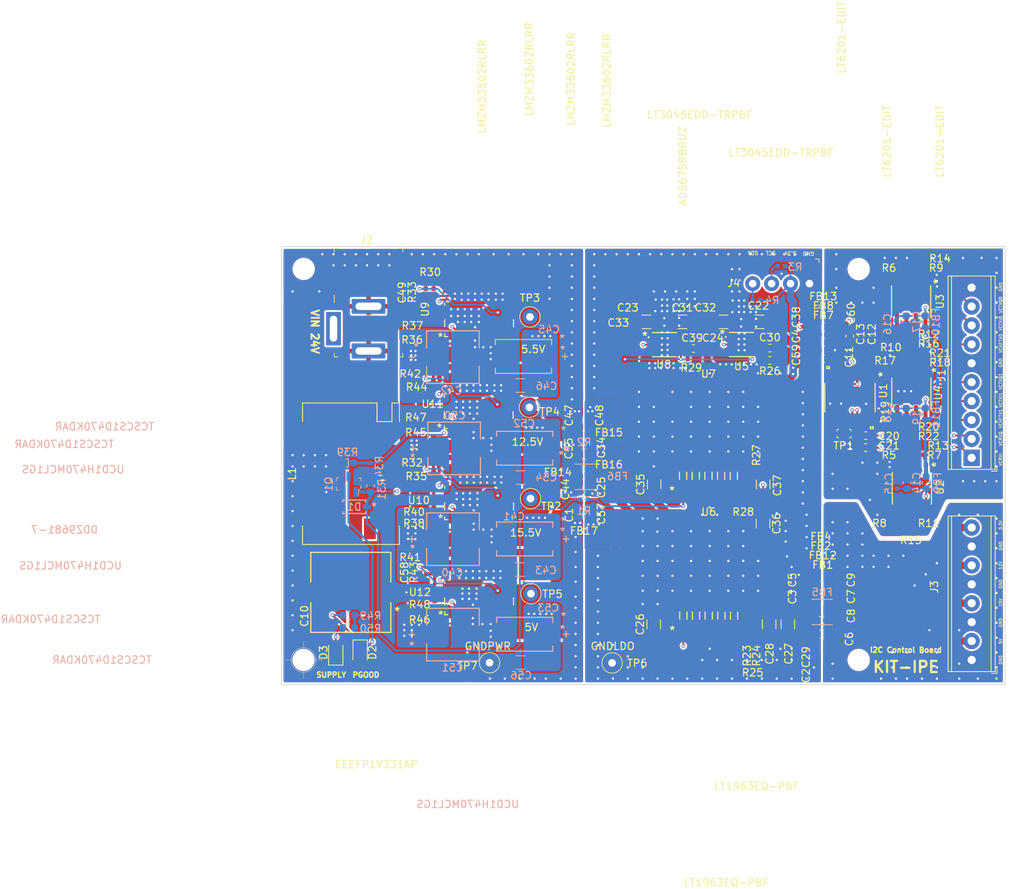
<source format=kicad_pcb>
(kicad_pcb (version 20171130) (host pcbnew 5.1.5-52549c5~84~ubuntu18.04.1)
  (layers (0 F.Cu signal) (1 In1.Cu power) (2 In2.Cu power) (31 B.Cu signal) (34 B.Paste user hide) (35 F.Paste user) (36 B.SilkS user) (37 F.SilkS user) (38 B.Mask user hide) (39 F.Mask user hide) (44 Edge.Cuts user))
  (net 0 "")
  (net 1 24V)
  (net 2 GNDPWR)
  (net 3 "/DC-DC Converters/VOUT_5V")
  (net 4 GND)
  (net 5 GNDREF)
  (net 6 5V_UN)
  (net 7 "/LDO Regulators/VOUT_12V")
  (net 8 12V)
  (net 9 15V)
  (net 10 3.3V)
  (net 11 "Net-(C12-Pad1)")
  (net 12 VCRXQ)
  (net 13 VCRXI)
  (net 14 "/LDO Regulators/VIN_15.5V")
  (net 15 "/LDO Regulators/VIN_12.5V")
  (net 16 "/LDO Regulators/VIN_5.5V")
  (net 17 /DAC/VD5V)
  (net 18 "/LDO Regulators/LDO_EN")
  (net 19 "Net-(D2-Pad2)")
  (net 20 "Net-(D3-Pad2)")
  (net 21 "/OP Amps/VIN_12V")
  (net 22 SCL)
  (net 23 SDA)
  (net 24 VCTXQ0)
  (net 25 VCTXI0)
  (net 26 VCHFTX0)
  (net 27 VCTXQ1)
  (net 28 VCTXI1)
  (net 29 VCHFTX1)
  (net 30 VREF)
  (net 31 "/OP Amps/VIN1")
  (net 32 "Net-(R11-Pad1)")
  (net 33 "Net-(R12-Pad1)")
  (net 34 "/OP Amps/VIN2")
  (net 35 "/OP Amps/VIN5")
  (net 36 "Net-(R13-Pad1)")
  (net 37 "Net-(R14-Pad1)")
  (net 38 "/OP Amps/VIN6")
  (net 39 "Net-(R20-Pad1)")
  (net 40 EN)
  (net 41 "Net-(U9-Pad10)")
  (net 42 "Net-(U10-Pad10)")
  (net 43 "Net-(U11-Pad10)")
  (net 44 "Net-(U12-Pad10)")
  (net 45 "Net-(C52-Pad1)")
  (net 46 "Net-(R41-Pad2)")
  (net 47 "Net-(C49-Pad2)")
  (net 48 "Net-(C53-Pad1)")
  (net 49 "Net-(C58-Pad2)")
  (net 50 "Net-(D2-Pad1)")
  (net 51 "Net-(R23-Pad1)")
  (net 52 "Net-(R32-Pad2)")
  (net 53 "Net-(R38-Pad2)")
  (net 54 "Net-(R42-Pad2)")
  (net 55 Earth)
  (net 56 "/OP Amps/VIN8")
  (net 57 "/OP Amps/VIN7")
  (net 58 "Net-(U9-Pad13)")
  (net 59 "Net-(U9-Pad12)")
  (net 60 "Net-(U10-Pad13)")
  (net 61 "Net-(U10-Pad12)")
  (net 62 "Net-(U11-Pad13)")
  (net 63 "Net-(U11-Pad12)")
  (net 64 "Net-(U12-Pad13)")
  (net 65 "Net-(U12-Pad12)")
  (net 66 "/DC-DC Converters/PGOOD")
  (net 67 3.3V_LDO)
  (net 68 "Net-(C11-Pad1)")
  (net 69 "Net-(C14-Pad1)")
  (net 70 "Net-(C16-Pad1)")
  (net 71 "Net-(C18-Pad1)")
  (net 72 "Net-(C27-Pad1)")
  (net 73 "Net-(C30-Pad1)")
  (net 74 "Net-(C39-Pad1)")
  (net 75 "Net-(C41-Pad1)")
  (net 76 "Net-(C45-Pad1)")
  (net 77 "Net-(J2-Pad1)")
  (net 78 "Net-(R5-Pad1)")
  (net 79 "Net-(R6-Pad1)")
  (net 80 "Net-(R8-Pad2)")
  (net 81 "Net-(R10-Pad2)")
  (net 82 "Net-(R17-Pad1)")
  (net 83 "Net-(R18-Pad1)")
  (net 84 "Net-(R19-Pad2)")
  (net 85 "Net-(R24-Pad1)")
  (net 86 "Net-(R27-Pad1)")
  (net 87 "Net-(R30-Pad2)")
  (net 88 "Net-(R35-Pad1)")
  (net 89 "Net-(R36-Pad2)")
  (net 90 "Net-(R36-Pad1)")
  (net 91 "Net-(R38-Pad1)")
  (net 92 "Net-(R44-Pad2)")
  (net 93 "Net-(R45-Pad2)")
  (net 94 "Net-(R45-Pad1)")
  (net 95 "Net-(R46-Pad2)")
  (net 96 "Net-(R46-Pad1)")
  (module footprints:LED_0805_2012Metric (layer F.Cu) (at 164.3242 157.6796 90)
    (fp_text reference D3 (at 0 -1.65 90) (layer F.SilkS))
    (fp_text value LED)
    (pad 2 smd roundrect (at 0.9375 0 90) (size 0.975 1.4) (layers F.Cu F.Paste F.Mask) (net 20 "Net-(D3-Pad2)"))
    (pad 1 smd roundrect (at -0.9375 0 90) (size 0.975 1.4) (layers F.Cu F.Paste F.Mask) (net 2 GNDPWR))
  )
  (module footprints:LED_0805_2012Metric (layer F.Cu) (at 167.5992 157.6696 270)
    (fp_text reference D2 (at 0 -1.65 90) (layer F.SilkS))
    (fp_text value LED)
    (pad 2 smd roundrect (at 0.9375 0 270) (size 0.975 1.4) (layers F.Cu F.Paste F.Mask) (net 19 "Net-(D2-Pad2)"))
    (pad 1 smd roundrect (at -0.9375 0 270) (size 0.975 1.4) (layers F.Cu F.Paste F.Mask) (net 50 "Net-(D2-Pad1)"))
  )
  (module footprints:LMZM33602RLRR (layer F.Cu) (at 183.5658 111.6076 90)
    (fp_text reference U9 (at 0.038 -7.2416 90) (layer F.SilkS))
    (fp_text value LMZM33602RLRR (at 29.972 0.4064 90) (layer F.SilkS))
    (pad 15 smd rect (at 3.35 -3.74 90) (size 0.7112 0.254) (layers F.Cu F.Paste F.Mask) (net 2 GNDPWR))
    (pad 15 smd rect (at 2.78 -4.349999) (size 0.7112 0.254) (layers F.Cu F.Paste F.Mask) (net 2 GNDPWR))
    (pad 10 smd rect (at 3.349999 3.75 90) (size 0.7112 0.254) (layers F.Cu F.Paste F.Mask) (net 41 "Net-(U9-Pad10)"))
    (pad 10 smd rect (at 2.78 4.34 180) (size 0.7112 0.254) (layers F.Cu F.Paste F.Mask) (net 41 "Net-(U9-Pad10)"))
    (pad 7 smd rect (at -2.78 4.34 180) (size 0.7112 0.254) (layers F.Cu F.Paste F.Mask) (net 76 "Net-(C45-Pad1)"))
    (pad 7 smd rect (at -3.350001 3.75 90) (size 0.7112 0.254) (layers F.Cu F.Paste F.Mask) (net 76 "Net-(C45-Pad1)"))
    (pad 2 smd rect (at -3.350001 -3.250001 90) (size 0.7112 0.254) (layers F.Cu F.Paste F.Mask) (net 40 EN))
    (pad 3 smd rect (at -3.350001 -2.75 90) (size 0.7112 0.254) (layers F.Cu F.Paste F.Mask) (net 90 "Net-(R36-Pad1)"))
    (pad 14 smd rect (at 3.350001 -3.250001 90) (size 0.7112 0.254) (layers F.Cu F.Paste F.Mask) (net 2 GNDPWR))
    (pad 16 smd rect (at 1.830001 -4.350001 180) (size 0.7112 0.254) (layers F.Cu F.Paste F.Mask) (net 47 "Net-(C49-Pad2)"))
    (pad 17 smd rect (at 1.329999 -4.350001 180) (size 0.7112 0.254) (layers F.Cu F.Paste F.Mask) (net 66 "/DC-DC Converters/PGOOD"))
    (pad 8 smd rect (at -0.395 2.51 90) (size 1.6002 3.4798) (layers F.Cu F.Paste F.Mask) (net 76 "Net-(C45-Pad1)"))
    (pad 7 smd rect (at -2.947 3.9096 90) (size 0.5842 0.5842) (layers F.Cu F.Paste F.Mask) (net 76 "Net-(C45-Pad1)"))
    (pad 18 smd rect (at -0.395 -2.51 90) (size 1.6002 3.4798) (layers F.Cu F.Paste F.Mask) (net 2 GNDPWR))
    (pad 11 smd rect (at 3.121 1.265 90) (size 0.254 4.2418) (layers F.Cu F.Paste F.Mask) (net 41 "Net-(U9-Pad10)"))
    (pad 4 smd rect (at -3.121 -1.996 90) (size 0.254 0.762) (layers F.Cu F.Paste F.Mask) (net 1 24V))
    (pad 13 smd rect (at 3.121 -2.496 90) (size 0.254 0.762) (layers F.Cu F.Paste F.Mask) (net 58 "Net-(U9-Pad13)"))
    (pad 12 smd rect (at 3.121 -1.496 90) (size 0.254 0.762) (layers F.Cu F.Paste F.Mask) (net 59 "Net-(U9-Pad12)"))
    (pad 6 smd rect (at -3.121 2.005 90) (size 0.254 2.7432) (layers F.Cu F.Paste F.Mask) (net 76 "Net-(C45-Pad1)"))
    (pad 5 smd rect (at -3.121 -0.499 90) (size 0.254 1.7526) (layers F.Cu F.Paste F.Mask) (net 2 GNDPWR))
    (pad 9 smd rect (at 1.584 4.121 180) (size 0.254 0.762) (layers F.Cu F.Paste F.Mask) (net 41 "Net-(U9-Pad10)"))
    (pad 10 smd rect (at 2.947 3.9096 90) (size 0.5842 0.5842) (layers F.Cu F.Paste F.Mask) (net 41 "Net-(U9-Pad10)"))
    (pad 1 smd rect (at -2.947 -3.9096 90) (size 0.5842 0.5842) (layers F.Cu F.Paste F.Mask) (net 89 "Net-(R36-Pad2)"))
    (pad 15 smd rect (at 2.947 -3.9096 90) (size 0.5842 0.5842) (layers F.Cu F.Paste F.Mask) (net 2 GNDPWR))
    (pad 4 smd rect (at -3.350001 -2.25 90) (size 0.7112 0.254) (layers F.Cu F.Paste F.Mask) (net 1 24V))
    (pad 4 smd rect (at -3.350001 -1.75 90) (size 0.7112 0.254) (layers F.Cu F.Paste F.Mask) (net 1 24V))
    (pad 5 smd rect (at -3.350001 -1.25 90) (size 0.7112 0.254) (layers F.Cu F.Paste F.Mask) (net 2 GNDPWR))
    (pad 1 smd rect (at -3.35 -3.74 90) (size 0.7112 0.254) (layers F.Cu F.Paste F.Mask) (net 89 "Net-(R36-Pad2)"))
    (pad 1 smd rect (at -2.78 -4.3 180) (size 0.7112 0.254) (layers F.Cu F.Paste F.Mask) (net 89 "Net-(R36-Pad2)"))
    (pad 5 smd rect (at -3.350001 -0.75 90) (size 0.7112 0.254) (layers F.Cu F.Paste F.Mask) (net 2 GNDPWR))
    (pad 5 smd rect (at -3.350001 -0.25 90) (size 0.7112 0.254) (layers F.Cu F.Paste F.Mask) (net 2 GNDPWR))
    (pad 5 smd rect (at -3.350001 0.25 90) (size 0.7112 0.254) (layers F.Cu F.Paste F.Mask) (net 2 GNDPWR))
    (pad 6 smd rect (at -3.350001 2.25 90) (size 0.7112 0.254) (layers F.Cu F.Paste F.Mask) (net 76 "Net-(C45-Pad1)"))
    (pad 6 smd rect (at -3.350001 1.75 90) (size 0.7112 0.254) (layers F.Cu F.Paste F.Mask) (net 76 "Net-(C45-Pad1)"))
    (pad 6 smd rect (at -3.350001 0.75 90) (size 0.7112 0.254) (layers F.Cu F.Paste F.Mask) (net 76 "Net-(C45-Pad1)"))
    (pad 6 smd rect (at -3.350001 1.25 90) (size 0.7112 0.254) (layers F.Cu F.Paste F.Mask) (net 76 "Net-(C45-Pad1)"))
    (pad 6 smd rect (at -3.350001 3.25 90) (size 0.7112 0.254) (layers F.Cu F.Paste F.Mask) (net 76 "Net-(C45-Pad1)"))
    (pad 6 smd rect (at -3.350001 2.75 90) (size 0.7112 0.254) (layers F.Cu F.Paste F.Mask) (net 76 "Net-(C45-Pad1)"))
    (pad 11 smd rect (at 3.349999 2.75 90) (size 0.7112 0.254) (layers F.Cu F.Paste F.Mask) (net 41 "Net-(U9-Pad10)"))
    (pad 11 smd rect (at 3.349999 3.25 90) (size 0.7112 0.254) (layers F.Cu F.Paste F.Mask) (net 41 "Net-(U9-Pad10)"))
    (pad 11 smd rect (at 3.349999 1.25 90) (size 0.7112 0.254) (layers F.Cu F.Paste F.Mask) (net 41 "Net-(U9-Pad10)"))
    (pad 11 smd rect (at 3.349999 0.75 90) (size 0.7112 0.254) (layers F.Cu F.Paste F.Mask) (net 41 "Net-(U9-Pad10)"))
    (pad 11 smd rect (at 3.349999 1.75 90) (size 0.7112 0.254) (layers F.Cu F.Paste F.Mask) (net 41 "Net-(U9-Pad10)"))
    (pad 11 smd rect (at 3.349999 2.25 90) (size 0.7112 0.254) (layers F.Cu F.Paste F.Mask) (net 41 "Net-(U9-Pad10)"))
    (pad 11 smd rect (at 3.349999 0.25 90) (size 0.7112 0.254) (layers F.Cu F.Paste F.Mask) (net 41 "Net-(U9-Pad10)"))
    (pad 11 smd rect (at 3.349999 -0.25 90) (size 0.7112 0.254) (layers F.Cu F.Paste F.Mask) (net 41 "Net-(U9-Pad10)"))
    (pad 11 smd rect (at 3.349999 -0.75 90) (size 0.7112 0.254) (layers F.Cu F.Paste F.Mask) (net 41 "Net-(U9-Pad10)"))
    (pad 12 smd rect (at 3.349999 -1.75 90) (size 0.7112 0.254) (layers F.Cu F.Paste F.Mask) (net 59 "Net-(U9-Pad12)"))
    (pad 12 smd rect (at 3.349999 -1.25 90) (size 0.7112 0.254) (layers F.Cu F.Paste F.Mask) (net 59 "Net-(U9-Pad12)"))
    (pad 13 smd rect (at 3.349999 -2.25 90) (size 0.7112 0.254) (layers F.Cu F.Paste F.Mask) (net 58 "Net-(U9-Pad13)"))
    (pad 13 smd rect (at 3.349999 -2.750001 90) (size 0.7112 0.254) (layers F.Cu F.Paste F.Mask) (net 58 "Net-(U9-Pad13)"))
    (pad 18 smd rect (at 0.129999 -4.350001 180) (size 0.7112 0.254) (layers F.Cu F.Paste F.Mask) (net 2 GNDPWR))
    (pad 18 smd rect (at -0.870001 -4.350001 180) (size 0.7112 0.254) (layers F.Cu F.Paste F.Mask) (net 2 GNDPWR))
    (pad 18 smd rect (at -0.369999 -4.350001 180) (size 0.7112 0.254) (layers F.Cu F.Paste F.Mask) (net 2 GNDPWR))
    (pad 9 smd rect (at 1.329999 4.349999 180) (size 0.7112 0.254) (layers F.Cu F.Paste F.Mask) (net 41 "Net-(U9-Pad10)"))
    (pad 9 smd rect (at 1.830001 4.349999 180) (size 0.7112 0.254) (layers F.Cu F.Paste F.Mask) (net 41 "Net-(U9-Pad10)"))
    (pad 8 smd rect (at 0.129999 4.349999 180) (size 0.7112 0.254) (layers F.Cu F.Paste F.Mask) (net 76 "Net-(C45-Pad1)"))
    (pad 8 smd rect (at -0.870001 4.349999 180) (size 0.7112 0.254) (layers F.Cu F.Paste F.Mask) (net 76 "Net-(C45-Pad1)"))
    (pad 8 smd rect (at -0.369999 4.349999 180) (size 0.7112 0.254) (layers F.Cu F.Paste F.Mask) (net 76 "Net-(C45-Pad1)"))
  )
  (module footprints:LMZM33602RLRR (layer F.Cu) (at 183.5658 136.1948 90)
    (fp_text reference U10 (at -1.0248 -8.0916 180) (layer F.SilkS))
    (fp_text value LMZM33602RLRR (at 55.5752 12.3444 90) (layer F.SilkS))
    (pad 15 smd rect (at 3.35 -3.74 90) (size 0.7112 0.254) (layers F.Cu F.Paste F.Mask) (net 2 GNDPWR))
    (pad 15 smd rect (at 2.78 -4.349999) (size 0.7112 0.254) (layers F.Cu F.Paste F.Mask) (net 2 GNDPWR))
    (pad 10 smd rect (at 3.349999 3.75 90) (size 0.7112 0.254) (layers F.Cu F.Paste F.Mask) (net 42 "Net-(U10-Pad10)"))
    (pad 10 smd rect (at 2.78 4.34 180) (size 0.7112 0.254) (layers F.Cu F.Paste F.Mask) (net 42 "Net-(U10-Pad10)"))
    (pad 7 smd rect (at -2.78 4.34 180) (size 0.7112 0.254) (layers F.Cu F.Paste F.Mask) (net 75 "Net-(C41-Pad1)"))
    (pad 7 smd rect (at -3.350001 3.75 90) (size 0.7112 0.254) (layers F.Cu F.Paste F.Mask) (net 75 "Net-(C41-Pad1)"))
    (pad 2 smd rect (at -3.350001 -3.250001 90) (size 0.7112 0.254) (layers F.Cu F.Paste F.Mask) (net 40 EN))
    (pad 3 smd rect (at -3.350001 -2.75 90) (size 0.7112 0.254) (layers F.Cu F.Paste F.Mask) (net 91 "Net-(R38-Pad1)"))
    (pad 14 smd rect (at 3.350001 -3.250001 90) (size 0.7112 0.254) (layers F.Cu F.Paste F.Mask) (net 2 GNDPWR))
    (pad 16 smd rect (at 1.830001 -4.350001 180) (size 0.7112 0.254) (layers F.Cu F.Paste F.Mask) (net 88 "Net-(R35-Pad1)"))
    (pad 17 smd rect (at 1.329999 -4.350001 180) (size 0.7112 0.254) (layers F.Cu F.Paste F.Mask) (net 66 "/DC-DC Converters/PGOOD"))
    (pad 8 smd rect (at -0.395 2.51 90) (size 1.6002 3.4798) (layers F.Cu F.Paste F.Mask) (net 75 "Net-(C41-Pad1)"))
    (pad 7 smd rect (at -2.947 3.9096 90) (size 0.5842 0.5842) (layers F.Cu F.Paste F.Mask) (net 75 "Net-(C41-Pad1)"))
    (pad 18 smd rect (at -0.395 -2.51 90) (size 1.6002 3.4798) (layers F.Cu F.Paste F.Mask) (net 2 GNDPWR))
    (pad 11 smd rect (at 3.121 1.265 90) (size 0.254 4.2418) (layers F.Cu F.Paste F.Mask) (net 42 "Net-(U10-Pad10)"))
    (pad 4 smd rect (at -3.121 -1.996 90) (size 0.254 0.762) (layers F.Cu F.Paste F.Mask) (net 1 24V))
    (pad 13 smd rect (at 3.121 -2.496 90) (size 0.254 0.762) (layers F.Cu F.Paste F.Mask) (net 60 "Net-(U10-Pad13)"))
    (pad 12 smd rect (at 3.121 -1.496 90) (size 0.254 0.762) (layers F.Cu F.Paste F.Mask) (net 61 "Net-(U10-Pad12)"))
    (pad 6 smd rect (at -3.121 2.005 90) (size 0.254 2.7432) (layers F.Cu F.Paste F.Mask) (net 75 "Net-(C41-Pad1)"))
    (pad 5 smd rect (at -3.121 -0.499 90) (size 0.254 1.7526) (layers F.Cu F.Paste F.Mask) (net 2 GNDPWR))
    (pad 9 smd rect (at 1.584 4.121 180) (size 0.254 0.762) (layers F.Cu F.Paste F.Mask) (net 42 "Net-(U10-Pad10)"))
    (pad 10 smd rect (at 2.947 3.9096 90) (size 0.5842 0.5842) (layers F.Cu F.Paste F.Mask) (net 42 "Net-(U10-Pad10)"))
    (pad 1 smd rect (at -2.947 -3.9096 90) (size 0.5842 0.5842) (layers F.Cu F.Paste F.Mask) (net 53 "Net-(R38-Pad2)"))
    (pad 15 smd rect (at 2.947 -3.9096 90) (size 0.5842 0.5842) (layers F.Cu F.Paste F.Mask) (net 2 GNDPWR))
    (pad 4 smd rect (at -3.350001 -2.25 90) (size 0.7112 0.254) (layers F.Cu F.Paste F.Mask) (net 1 24V))
    (pad 4 smd rect (at -3.350001 -1.75 90) (size 0.7112 0.254) (layers F.Cu F.Paste F.Mask) (net 1 24V))
    (pad 5 smd rect (at -3.350001 -1.25 90) (size 0.7112 0.254) (layers F.Cu F.Paste F.Mask) (net 2 GNDPWR))
    (pad 1 smd rect (at -3.35 -3.74 90) (size 0.7112 0.254) (layers F.Cu F.Paste F.Mask) (net 53 "Net-(R38-Pad2)"))
    (pad 1 smd rect (at -2.78 -4.3 180) (size 0.7112 0.254) (layers F.Cu F.Paste F.Mask) (net 53 "Net-(R38-Pad2)"))
    (pad 5 smd rect (at -3.350001 -0.75 90) (size 0.7112 0.254) (layers F.Cu F.Paste F.Mask) (net 2 GNDPWR))
    (pad 5 smd rect (at -3.350001 -0.25 90) (size 0.7112 0.254) (layers F.Cu F.Paste F.Mask) (net 2 GNDPWR))
    (pad 5 smd rect (at -3.350001 0.25 90) (size 0.7112 0.254) (layers F.Cu F.Paste F.Mask) (net 2 GNDPWR))
    (pad 6 smd rect (at -3.350001 2.25 90) (size 0.7112 0.254) (layers F.Cu F.Paste F.Mask) (net 75 "Net-(C41-Pad1)"))
    (pad 6 smd rect (at -3.350001 1.75 90) (size 0.7112 0.254) (layers F.Cu F.Paste F.Mask) (net 75 "Net-(C41-Pad1)"))
    (pad 6 smd rect (at -3.350001 0.75 90) (size 0.7112 0.254) (layers F.Cu F.Paste F.Mask) (net 75 "Net-(C41-Pad1)"))
    (pad 6 smd rect (at -3.350001 1.25 90) (size 0.7112 0.254) (layers F.Cu F.Paste F.Mask) (net 75 "Net-(C41-Pad1)"))
    (pad 6 smd rect (at -3.350001 3.25 90) (size 0.7112 0.254) (layers F.Cu F.Paste F.Mask) (net 75 "Net-(C41-Pad1)"))
    (pad 6 smd rect (at -3.350001 2.75 90) (size 0.7112 0.254) (layers F.Cu F.Paste F.Mask) (net 75 "Net-(C41-Pad1)"))
    (pad 11 smd rect (at 3.349999 2.75 90) (size 0.7112 0.254) (layers F.Cu F.Paste F.Mask) (net 42 "Net-(U10-Pad10)"))
    (pad 11 smd rect (at 3.349999 3.25 90) (size 0.7112 0.254) (layers F.Cu F.Paste F.Mask) (net 42 "Net-(U10-Pad10)"))
    (pad 11 smd rect (at 3.349999 1.25 90) (size 0.7112 0.254) (layers F.Cu F.Paste F.Mask) (net 42 "Net-(U10-Pad10)"))
    (pad 11 smd rect (at 3.349999 0.75 90) (size 0.7112 0.254) (layers F.Cu F.Paste F.Mask) (net 42 "Net-(U10-Pad10)"))
    (pad 11 smd rect (at 3.349999 1.75 90) (size 0.7112 0.254) (layers F.Cu F.Paste F.Mask) (net 42 "Net-(U10-Pad10)"))
    (pad 11 smd rect (at 3.349999 2.25 90) (size 0.7112 0.254) (layers F.Cu F.Paste F.Mask) (net 42 "Net-(U10-Pad10)"))
    (pad 11 smd rect (at 3.349999 0.25 90) (size 0.7112 0.254) (layers F.Cu F.Paste F.Mask) (net 42 "Net-(U10-Pad10)"))
    (pad 11 smd rect (at 3.349999 -0.25 90) (size 0.7112 0.254) (layers F.Cu F.Paste F.Mask) (net 42 "Net-(U10-Pad10)"))
    (pad 11 smd rect (at 3.349999 -0.75 90) (size 0.7112 0.254) (layers F.Cu F.Paste F.Mask) (net 42 "Net-(U10-Pad10)"))
    (pad 12 smd rect (at 3.349999 -1.75 90) (size 0.7112 0.254) (layers F.Cu F.Paste F.Mask) (net 61 "Net-(U10-Pad12)"))
    (pad 12 smd rect (at 3.349999 -1.25 90) (size 0.7112 0.254) (layers F.Cu F.Paste F.Mask) (net 61 "Net-(U10-Pad12)"))
    (pad 13 smd rect (at 3.349999 -2.25 90) (size 0.7112 0.254) (layers F.Cu F.Paste F.Mask) (net 60 "Net-(U10-Pad13)"))
    (pad 13 smd rect (at 3.349999 -2.750001 90) (size 0.7112 0.254) (layers F.Cu F.Paste F.Mask) (net 60 "Net-(U10-Pad13)"))
    (pad 18 smd rect (at 0.129999 -4.350001 180) (size 0.7112 0.254) (layers F.Cu F.Paste F.Mask) (net 2 GNDPWR))
    (pad 18 smd rect (at -0.870001 -4.350001 180) (size 0.7112 0.254) (layers F.Cu F.Paste F.Mask) (net 2 GNDPWR))
    (pad 18 smd rect (at -0.369999 -4.350001 180) (size 0.7112 0.254) (layers F.Cu F.Paste F.Mask) (net 2 GNDPWR))
    (pad 9 smd rect (at 1.329999 4.349999 180) (size 0.7112 0.254) (layers F.Cu F.Paste F.Mask) (net 42 "Net-(U10-Pad10)"))
    (pad 9 smd rect (at 1.830001 4.349999 180) (size 0.7112 0.254) (layers F.Cu F.Paste F.Mask) (net 42 "Net-(U10-Pad10)"))
    (pad 8 smd rect (at 0.129999 4.349999 180) (size 0.7112 0.254) (layers F.Cu F.Paste F.Mask) (net 75 "Net-(C41-Pad1)"))
    (pad 8 smd rect (at -0.870001 4.349999 180) (size 0.7112 0.254) (layers F.Cu F.Paste F.Mask) (net 75 "Net-(C41-Pad1)"))
    (pad 8 smd rect (at -0.369999 4.349999 180) (size 0.7112 0.254) (layers F.Cu F.Paste F.Mask) (net 75 "Net-(C41-Pad1)"))
  )
  (module footprints:LMZM33602RLRR (layer F.Cu) (at 183.515 123.952 90)
    (fp_text reference U11 (at -0.3426 -6.1908 180) (layer F.SilkS))
    (fp_text value LMZM33602RLRR (at 44.6024 6.8072 90) (layer F.SilkS))
    (pad 15 smd rect (at 3.35 -3.74 90) (size 0.7112 0.254) (layers F.Cu F.Paste F.Mask) (net 2 GNDPWR))
    (pad 15 smd rect (at 2.78 -4.349999) (size 0.7112 0.254) (layers F.Cu F.Paste F.Mask) (net 2 GNDPWR))
    (pad 10 smd rect (at 3.349999 3.75 90) (size 0.7112 0.254) (layers F.Cu F.Paste F.Mask) (net 43 "Net-(U11-Pad10)"))
    (pad 10 smd rect (at 2.78 4.34 180) (size 0.7112 0.254) (layers F.Cu F.Paste F.Mask) (net 43 "Net-(U11-Pad10)"))
    (pad 7 smd rect (at -2.78 4.34 180) (size 0.7112 0.254) (layers F.Cu F.Paste F.Mask) (net 45 "Net-(C52-Pad1)"))
    (pad 7 smd rect (at -3.350001 3.75 90) (size 0.7112 0.254) (layers F.Cu F.Paste F.Mask) (net 45 "Net-(C52-Pad1)"))
    (pad 2 smd rect (at -3.350001 -3.250001 90) (size 0.7112 0.254) (layers F.Cu F.Paste F.Mask) (net 40 EN))
    (pad 3 smd rect (at -3.350001 -2.75 90) (size 0.7112 0.254) (layers F.Cu F.Paste F.Mask) (net 94 "Net-(R45-Pad1)"))
    (pad 14 smd rect (at 3.350001 -3.250001 90) (size 0.7112 0.254) (layers F.Cu F.Paste F.Mask) (net 2 GNDPWR))
    (pad 16 smd rect (at 1.830001 -4.350001 180) (size 0.7112 0.254) (layers F.Cu F.Paste F.Mask) (net 92 "Net-(R44-Pad2)"))
    (pad 17 smd rect (at 1.329999 -4.350001 180) (size 0.7112 0.254) (layers F.Cu F.Paste F.Mask) (net 66 "/DC-DC Converters/PGOOD"))
    (pad 8 smd rect (at -0.395 2.51 90) (size 1.6002 3.4798) (layers F.Cu F.Paste F.Mask) (net 45 "Net-(C52-Pad1)"))
    (pad 7 smd rect (at -2.947 3.9096 90) (size 0.5842 0.5842) (layers F.Cu F.Paste F.Mask) (net 45 "Net-(C52-Pad1)"))
    (pad 18 smd rect (at -0.395 -2.51 90) (size 1.6002 3.4798) (layers F.Cu F.Paste F.Mask) (net 2 GNDPWR))
    (pad 11 smd rect (at 3.121 1.265 90) (size 0.254 4.2418) (layers F.Cu F.Paste F.Mask) (net 43 "Net-(U11-Pad10)"))
    (pad 4 smd rect (at -3.121 -1.996 90) (size 0.254 0.762) (layers F.Cu F.Paste F.Mask) (net 1 24V))
    (pad 13 smd rect (at 3.121 -2.496 90) (size 0.254 0.762) (layers F.Cu F.Paste F.Mask) (net 62 "Net-(U11-Pad13)"))
    (pad 12 smd rect (at 3.121 -1.496 90) (size 0.254 0.762) (layers F.Cu F.Paste F.Mask) (net 63 "Net-(U11-Pad12)"))
    (pad 6 smd rect (at -3.121 2.005 90) (size 0.254 2.7432) (layers F.Cu F.Paste F.Mask) (net 45 "Net-(C52-Pad1)"))
    (pad 5 smd rect (at -3.121 -0.499 90) (size 0.254 1.7526) (layers F.Cu F.Paste F.Mask) (net 2 GNDPWR))
    (pad 9 smd rect (at 1.584 4.121 180) (size 0.254 0.762) (layers F.Cu F.Paste F.Mask) (net 43 "Net-(U11-Pad10)"))
    (pad 10 smd rect (at 2.947 3.9096 90) (size 0.5842 0.5842) (layers F.Cu F.Paste F.Mask) (net 43 "Net-(U11-Pad10)"))
    (pad 1 smd rect (at -2.947 -3.9096 90) (size 0.5842 0.5842) (layers F.Cu F.Paste F.Mask) (net 93 "Net-(R45-Pad2)"))
    (pad 15 smd rect (at 2.947 -3.9096 90) (size 0.5842 0.5842) (layers F.Cu F.Paste F.Mask) (net 2 GNDPWR))
    (pad 4 smd rect (at -3.350001 -2.25 90) (size 0.7112 0.254) (layers F.Cu F.Paste F.Mask) (net 1 24V))
    (pad 4 smd rect (at -3.350001 -1.75 90) (size 0.7112 0.254) (layers F.Cu F.Paste F.Mask) (net 1 24V))
    (pad 5 smd rect (at -3.350001 -1.25 90) (size 0.7112 0.254) (layers F.Cu F.Paste F.Mask) (net 2 GNDPWR))
    (pad 1 smd rect (at -3.35 -3.74 90) (size 0.7112 0.254) (layers F.Cu F.Paste F.Mask) (net 93 "Net-(R45-Pad2)"))
    (pad 1 smd rect (at -2.78 -4.3 180) (size 0.7112 0.254) (layers F.Cu F.Paste F.Mask) (net 93 "Net-(R45-Pad2)"))
    (pad 5 smd rect (at -3.350001 -0.75 90) (size 0.7112 0.254) (layers F.Cu F.Paste F.Mask) (net 2 GNDPWR))
    (pad 5 smd rect (at -3.350001 -0.25 90) (size 0.7112 0.254) (layers F.Cu F.Paste F.Mask) (net 2 GNDPWR))
    (pad 5 smd rect (at -3.350001 0.25 90) (size 0.7112 0.254) (layers F.Cu F.Paste F.Mask) (net 2 GNDPWR))
    (pad 6 smd rect (at -3.350001 2.25 90) (size 0.7112 0.254) (layers F.Cu F.Paste F.Mask) (net 45 "Net-(C52-Pad1)"))
    (pad 6 smd rect (at -3.350001 1.75 90) (size 0.7112 0.254) (layers F.Cu F.Paste F.Mask) (net 45 "Net-(C52-Pad1)"))
    (pad 6 smd rect (at -3.350001 0.75 90) (size 0.7112 0.254) (layers F.Cu F.Paste F.Mask) (net 45 "Net-(C52-Pad1)"))
    (pad 6 smd rect (at -3.350001 1.25 90) (size 0.7112 0.254) (layers F.Cu F.Paste F.Mask) (net 45 "Net-(C52-Pad1)"))
    (pad 6 smd rect (at -3.350001 3.25 90) (size 0.7112 0.254) (layers F.Cu F.Paste F.Mask) (net 45 "Net-(C52-Pad1)"))
    (pad 6 smd rect (at -3.350001 2.75 90) (size 0.7112 0.254) (layers F.Cu F.Paste F.Mask) (net 45 "Net-(C52-Pad1)"))
    (pad 11 smd rect (at 3.349999 2.75 90) (size 0.7112 0.254) (layers F.Cu F.Paste F.Mask) (net 43 "Net-(U11-Pad10)"))
    (pad 11 smd rect (at 3.349999 3.25 90) (size 0.7112 0.254) (layers F.Cu F.Paste F.Mask) (net 43 "Net-(U11-Pad10)"))
    (pad 11 smd rect (at 3.349999 1.25 90) (size 0.7112 0.254) (layers F.Cu F.Paste F.Mask) (net 43 "Net-(U11-Pad10)"))
    (pad 11 smd rect (at 3.349999 0.75 90) (size 0.7112 0.254) (layers F.Cu F.Paste F.Mask) (net 43 "Net-(U11-Pad10)"))
    (pad 11 smd rect (at 3.349999 1.75 90) (size 0.7112 0.254) (layers F.Cu F.Paste F.Mask) (net 43 "Net-(U11-Pad10)"))
    (pad 11 smd rect (at 3.349999 2.25 90) (size 0.7112 0.254) (layers F.Cu F.Paste F.Mask) (net 43 "Net-(U11-Pad10)"))
    (pad 11 smd rect (at 3.349999 0.25 90) (size 0.7112 0.254) (layers F.Cu F.Paste F.Mask) (net 43 "Net-(U11-Pad10)"))
    (pad 11 smd rect (at 3.349999 -0.25 90) (size 0.7112 0.254) (layers F.Cu F.Paste F.Mask) (net 43 "Net-(U11-Pad10)"))
    (pad 11 smd rect (at 3.349999 -0.75 90) (size 0.7112 0.254) (layers F.Cu F.Paste F.Mask) (net 43 "Net-(U11-Pad10)"))
    (pad 12 smd rect (at 3.349999 -1.75 90) (size 0.7112 0.254) (layers F.Cu F.Paste F.Mask) (net 63 "Net-(U11-Pad12)"))
    (pad 12 smd rect (at 3.349999 -1.25 90) (size 0.7112 0.254) (layers F.Cu F.Paste F.Mask) (net 63 "Net-(U11-Pad12)"))
    (pad 13 smd rect (at 3.349999 -2.25 90) (size 0.7112 0.254) (layers F.Cu F.Paste F.Mask) (net 62 "Net-(U11-Pad13)"))
    (pad 13 smd rect (at 3.349999 -2.750001 90) (size 0.7112 0.254) (layers F.Cu F.Paste F.Mask) (net 62 "Net-(U11-Pad13)"))
    (pad 18 smd rect (at 0.129999 -4.350001 180) (size 0.7112 0.254) (layers F.Cu F.Paste F.Mask) (net 2 GNDPWR))
    (pad 18 smd rect (at -0.870001 -4.350001 180) (size 0.7112 0.254) (layers F.Cu F.Paste F.Mask) (net 2 GNDPWR))
    (pad 18 smd rect (at -0.369999 -4.350001 180) (size 0.7112 0.254) (layers F.Cu F.Paste F.Mask) (net 2 GNDPWR))
    (pad 9 smd rect (at 1.329999 4.349999 180) (size 0.7112 0.254) (layers F.Cu F.Paste F.Mask) (net 43 "Net-(U11-Pad10)"))
    (pad 9 smd rect (at 1.830001 4.349999 180) (size 0.7112 0.254) (layers F.Cu F.Paste F.Mask) (net 43 "Net-(U11-Pad10)"))
    (pad 8 smd rect (at 0.129999 4.349999 180) (size 0.7112 0.254) (layers F.Cu F.Paste F.Mask) (net 45 "Net-(C52-Pad1)"))
    (pad 8 smd rect (at -0.870001 4.349999 180) (size 0.7112 0.254) (layers F.Cu F.Paste F.Mask) (net 45 "Net-(C52-Pad1)"))
    (pad 8 smd rect (at -0.369999 4.349999 180) (size 0.7112 0.254) (layers F.Cu F.Paste F.Mask) (net 45 "Net-(C52-Pad1)"))
  )
  (module footprints:LMZM33602RLRR (layer F.Cu) (at 183.5658 148.963 90)
    (fp_text reference U12 (at -0.6066 -7.9416 180) (layer F.SilkS))
    (fp_text value LMZM33602RLRR (at 68.0894 17.1704 90) (layer F.SilkS))
    (pad 15 smd rect (at 3.35 -3.74 90) (size 0.7112 0.254) (layers F.Cu F.Paste F.Mask) (net 2 GNDPWR))
    (pad 15 smd rect (at 2.78 -4.349999) (size 0.7112 0.254) (layers F.Cu F.Paste F.Mask) (net 2 GNDPWR))
    (pad 10 smd rect (at 3.349999 3.75 90) (size 0.7112 0.254) (layers F.Cu F.Paste F.Mask) (net 44 "Net-(U12-Pad10)"))
    (pad 10 smd rect (at 2.78 4.34 180) (size 0.7112 0.254) (layers F.Cu F.Paste F.Mask) (net 44 "Net-(U12-Pad10)"))
    (pad 7 smd rect (at -2.78 4.34 180) (size 0.7112 0.254) (layers F.Cu F.Paste F.Mask) (net 48 "Net-(C53-Pad1)"))
    (pad 7 smd rect (at -3.350001 3.75 90) (size 0.7112 0.254) (layers F.Cu F.Paste F.Mask) (net 48 "Net-(C53-Pad1)"))
    (pad 2 smd rect (at -3.350001 -3.250001 90) (size 0.7112 0.254) (layers F.Cu F.Paste F.Mask) (net 40 EN))
    (pad 3 smd rect (at -3.350001 -2.75 90) (size 0.7112 0.254) (layers F.Cu F.Paste F.Mask) (net 96 "Net-(R46-Pad1)"))
    (pad 14 smd rect (at 3.350001 -3.250001 90) (size 0.7112 0.254) (layers F.Cu F.Paste F.Mask) (net 2 GNDPWR))
    (pad 16 smd rect (at 1.830001 -4.350001 180) (size 0.7112 0.254) (layers F.Cu F.Paste F.Mask) (net 49 "Net-(C58-Pad2)"))
    (pad 17 smd rect (at 1.329999 -4.350001 180) (size 0.7112 0.254) (layers F.Cu F.Paste F.Mask) (net 66 "/DC-DC Converters/PGOOD"))
    (pad 8 smd rect (at -0.395 2.51 90) (size 1.6002 3.4798) (layers F.Cu F.Paste F.Mask) (net 48 "Net-(C53-Pad1)"))
    (pad 7 smd rect (at -2.947 3.9096 90) (size 0.5842 0.5842) (layers F.Cu F.Paste F.Mask) (net 48 "Net-(C53-Pad1)"))
    (pad 18 smd rect (at -0.395 -2.51 90) (size 1.6002 3.4798) (layers F.Cu F.Paste F.Mask) (net 2 GNDPWR))
    (pad 11 smd rect (at 3.121 1.265 90) (size 0.254 4.2418) (layers F.Cu F.Paste F.Mask) (net 44 "Net-(U12-Pad10)"))
    (pad 4 smd rect (at -3.121 -1.996 90) (size 0.254 0.762) (layers F.Cu F.Paste F.Mask) (net 1 24V))
    (pad 13 smd rect (at 3.121 -2.496 90) (size 0.254 0.762) (layers F.Cu F.Paste F.Mask) (net 64 "Net-(U12-Pad13)"))
    (pad 12 smd rect (at 3.121 -1.496 90) (size 0.254 0.762) (layers F.Cu F.Paste F.Mask) (net 65 "Net-(U12-Pad12)"))
    (pad 6 smd rect (at -3.121 2.005 90) (size 0.254 2.7432) (layers F.Cu F.Paste F.Mask) (net 48 "Net-(C53-Pad1)"))
    (pad 5 smd rect (at -3.121 -0.499 90) (size 0.254 1.7526) (layers F.Cu F.Paste F.Mask) (net 2 GNDPWR))
    (pad 9 smd rect (at 1.584 4.121 180) (size 0.254 0.762) (layers F.Cu F.Paste F.Mask) (net 44 "Net-(U12-Pad10)"))
    (pad 10 smd rect (at 2.947 3.9096 90) (size 0.5842 0.5842) (layers F.Cu F.Paste F.Mask) (net 44 "Net-(U12-Pad10)"))
    (pad 1 smd rect (at -2.947 -3.9096 90) (size 0.5842 0.5842) (layers F.Cu F.Paste F.Mask) (net 95 "Net-(R46-Pad2)"))
    (pad 15 smd rect (at 2.947 -3.9096 90) (size 0.5842 0.5842) (layers F.Cu F.Paste F.Mask) (net 2 GNDPWR))
    (pad 4 smd rect (at -3.350001 -2.25 90) (size 0.7112 0.254) (layers F.Cu F.Paste F.Mask) (net 1 24V))
    (pad 4 smd rect (at -3.350001 -1.75 90) (size 0.7112 0.254) (layers F.Cu F.Paste F.Mask) (net 1 24V))
    (pad 5 smd rect (at -3.350001 -1.25 90) (size 0.7112 0.254) (layers F.Cu F.Paste F.Mask) (net 2 GNDPWR))
    (pad 1 smd rect (at -3.35 -3.74 90) (size 0.7112 0.254) (layers F.Cu F.Paste F.Mask) (net 95 "Net-(R46-Pad2)"))
    (pad 1 smd rect (at -2.78 -4.3 180) (size 0.7112 0.254) (layers F.Cu F.Paste F.Mask) (net 95 "Net-(R46-Pad2)"))
    (pad 5 smd rect (at -3.350001 -0.75 90) (size 0.7112 0.254) (layers F.Cu F.Paste F.Mask) (net 2 GNDPWR))
    (pad 5 smd rect (at -3.350001 -0.25 90) (size 0.7112 0.254) (layers F.Cu F.Paste F.Mask) (net 2 GNDPWR))
    (pad 5 smd rect (at -3.350001 0.25 90) (size 0.7112 0.254) (layers F.Cu F.Paste F.Mask) (net 2 GNDPWR))
    (pad 6 smd rect (at -3.350001 2.25 90) (size 0.7112 0.254) (layers F.Cu F.Paste F.Mask) (net 48 "Net-(C53-Pad1)"))
    (pad 6 smd rect (at -3.350001 1.75 90) (size 0.7112 0.254) (layers F.Cu F.Paste F.Mask) (net 48 "Net-(C53-Pad1)"))
    (pad 6 smd rect (at -3.350001 0.75 90) (size 0.7112 0.254) (layers F.Cu F.Paste F.Mask) (net 48 "Net-(C53-Pad1)"))
    (pad 6 smd rect (at -3.350001 1.25 90) (size 0.7112 0.254) (layers F.Cu F.Paste F.Mask) (net 48 "Net-(C53-Pad1)"))
    (pad 6 smd rect (at -3.350001 3.25 90) (size 0.7112 0.254) (layers F.Cu F.Paste F.Mask) (net 48 "Net-(C53-Pad1)"))
    (pad 6 smd rect (at -3.350001 2.75 90) (size 0.7112 0.254) (layers F.Cu F.Paste F.Mask) (net 48 "Net-(C53-Pad1)"))
    (pad 11 smd rect (at 3.349999 2.75 90) (size 0.7112 0.254) (layers F.Cu F.Paste F.Mask) (net 44 "Net-(U12-Pad10)"))
    (pad 11 smd rect (at 3.349999 3.25 90) (size 0.7112 0.254) (layers F.Cu F.Paste F.Mask) (net 44 "Net-(U12-Pad10)"))
    (pad 11 smd rect (at 3.349999 1.25 90) (size 0.7112 0.254) (layers F.Cu F.Paste F.Mask) (net 44 "Net-(U12-Pad10)"))
    (pad 11 smd rect (at 3.349999 0.75 90) (size 0.7112 0.254) (layers F.Cu F.Paste F.Mask) (net 44 "Net-(U12-Pad10)"))
    (pad 11 smd rect (at 3.349999 1.75 90) (size 0.7112 0.254) (layers F.Cu F.Paste F.Mask) (net 44 "Net-(U12-Pad10)"))
    (pad 11 smd rect (at 3.349999 2.25 90) (size 0.7112 0.254) (layers F.Cu F.Paste F.Mask) (net 44 "Net-(U12-Pad10)"))
    (pad 11 smd rect (at 3.349999 0.25 90) (size 0.7112 0.254) (layers F.Cu F.Paste F.Mask) (net 44 "Net-(U12-Pad10)"))
    (pad 11 smd rect (at 3.349999 -0.25 90) (size 0.7112 0.254) (layers F.Cu F.Paste F.Mask) (net 44 "Net-(U12-Pad10)"))
    (pad 11 smd rect (at 3.349999 -0.75 90) (size 0.7112 0.254) (layers F.Cu F.Paste F.Mask) (net 44 "Net-(U12-Pad10)"))
    (pad 12 smd rect (at 3.349999 -1.75 90) (size 0.7112 0.254) (layers F.Cu F.Paste F.Mask) (net 65 "Net-(U12-Pad12)"))
    (pad 12 smd rect (at 3.349999 -1.25 90) (size 0.7112 0.254) (layers F.Cu F.Paste F.Mask) (net 65 "Net-(U12-Pad12)"))
    (pad 13 smd rect (at 3.349999 -2.25 90) (size 0.7112 0.254) (layers F.Cu F.Paste F.Mask) (net 64 "Net-(U12-Pad13)"))
    (pad 13 smd rect (at 3.349999 -2.750001 90) (size 0.7112 0.254) (layers F.Cu F.Paste F.Mask) (net 64 "Net-(U12-Pad13)"))
    (pad 18 smd rect (at 0.129999 -4.350001 180) (size 0.7112 0.254) (layers F.Cu F.Paste F.Mask) (net 2 GNDPWR))
    (pad 18 smd rect (at -0.870001 -4.350001 180) (size 0.7112 0.254) (layers F.Cu F.Paste F.Mask) (net 2 GNDPWR))
    (pad 18 smd rect (at -0.369999 -4.350001 180) (size 0.7112 0.254) (layers F.Cu F.Paste F.Mask) (net 2 GNDPWR))
    (pad 9 smd rect (at 1.329999 4.349999 180) (size 0.7112 0.254) (layers F.Cu F.Paste F.Mask) (net 44 "Net-(U12-Pad10)"))
    (pad 9 smd rect (at 1.830001 4.349999 180) (size 0.7112 0.254) (layers F.Cu F.Paste F.Mask) (net 44 "Net-(U12-Pad10)"))
    (pad 8 smd rect (at 0.129999 4.349999 180) (size 0.7112 0.254) (layers F.Cu F.Paste F.Mask) (net 48 "Net-(C53-Pad1)"))
    (pad 8 smd rect (at -0.870001 4.349999 180) (size 0.7112 0.254) (layers F.Cu F.Paste F.Mask) (net 48 "Net-(C53-Pad1)"))
    (pad 8 smd rect (at -0.369999 4.349999 180) (size 0.7112 0.254) (layers F.Cu F.Paste F.Mask) (net 48 "Net-(C53-Pad1)"))
  )
  (module footprints:T495D476K020ASE175 (layer B.Cu) (at 189.5242 117.9 180)
    (fp_text reference C45 (at -3.43 3.6204 180) (layer B.SilkS) (effects (justify mirror)))
    (fp_text value TCSCS1D470KDAR (at 56.24 -9.4196 180) (layer B.SilkS) (effects (justify mirror)))
    (fp_text user * (at -5.27 0.8904) (layer B.SilkS) (effects (justify mirror)))
    (fp_text user * (at -5.2 2.4) (layer B.SilkS) (effects (justify mirror)))
    (pad 2 smd rect (at 2.667 0 90) (size 2.4892 2.2606) (layers B.Cu B.Paste B.Mask) (net 2 GNDPWR))
    (pad 1 smd rect (at -2.667 0 90) (size 2.4892 2.2606) (layers B.Cu B.Paste B.Mask) (net 76 "Net-(C45-Pad1)"))
  )
  (module footprints:T495D476K020ASE175 (layer B.Cu) (at 189.6912 142.4196 180)
    (fp_text reference C41 (at 1.447 3.02) (layer B.SilkS) (effects (justify mirror)))
    (fp_text value TCSCS1D470KDAR (at 56.747 -16.24) (layer B.SilkS) (effects (justify mirror)))
    (fp_text user * (at -5.083 1.02) (layer B.SilkS) (effects (justify mirror)))
    (fp_text user * (at -5.2 2.4) (layer B.SilkS) (effects (justify mirror)))
    (pad 2 smd rect (at 2.667 0 90) (size 2.4892 2.2606) (layers B.Cu B.Paste B.Mask) (net 2 GNDPWR))
    (pad 1 smd rect (at -2.667 0 90) (size 2.4892 2.2606) (layers B.Cu B.Paste B.Mask) (net 75 "Net-(C41-Pad1)"))
  )
  (module footprints:T495D476K020ASE175 (layer B.Cu) (at 189.6912 155.216 180)
    (fp_text reference C53 (at -3.153 3.5464) (layer B.SilkS) (effects (justify mirror)))
    (fp_text value TCSCS1D470KDAR (at 63.647 2.0164) (layer B.SilkS) (effects (justify mirror)))
    (fp_text user * (at -5.063 0.6664) (layer B.SilkS) (effects (justify mirror)))
    (fp_text user * (at -5.2 2.4) (layer B.SilkS) (effects (justify mirror)))
    (pad 2 smd rect (at 2.667 0 90) (size 2.4892 2.2606) (layers B.Cu B.Paste B.Mask) (net 2 GNDPWR))
    (pad 1 smd rect (at -2.667 0 90) (size 2.4892 2.2606) (layers B.Cu B.Paste B.Mask) (net 48 "Net-(C53-Pad1)"))
  )
  (module footprints:T495D476K020ASE175 (layer B.Cu) (at 189.6912 130.232 180)
    (fp_text reference C52 (at 0.077 3.3324) (layer B.SilkS) (effects (justify mirror)))
    (fp_text value TCSCS1D470KDAR (at 61.817 0.5424) (layer B.SilkS) (effects (justify mirror)))
    (fp_text user * (at -4.913 -0.9176) (layer B.SilkS) (effects (justify mirror)))
    (fp_text user * (at -5.2 2.4) (layer B.SilkS) (effects (justify mirror)))
    (pad 2 smd rect (at 2.667 0 90) (size 2.4892 2.2606) (layers B.Cu B.Paste B.Mask) (net 2 GNDPWR))
    (pad 1 smd rect (at -2.667 0 90) (size 2.4892 2.2606) (layers B.Cu B.Paste B.Mask) (net 45 "Net-(C52-Pad1)"))
  )
  (module digikey-footprints:Test_Point_D1.02mm (layer F.Cu) (at 190.5242 149.7696)
    (fp_text reference TP5 (at 2.9 0.05) (layer F.SilkS))
    (fp_text value TestPoint)
    (pad 1 thru_hole circle (at 0 0) (size 2.02 2.02) (drill 1.02) (layers *.Cu *.Mask) (net 48 "Net-(C53-Pad1)"))
  )
  (module digikey-footprints:Test_Point_D1.02mm (layer F.Cu) (at 190.3242 124.7446)
    (fp_text reference TP4 (at 2.725 0.579) (layer F.SilkS))
    (fp_text value TestPoint)
    (pad 1 thru_hole circle (at 0 0) (size 2.02 2.02) (drill 1.02) (layers *.Cu *.Mask) (net 45 "Net-(C52-Pad1)"))
  )
  (module digikey-footprints:Test_Point_D1.02mm (layer F.Cu) (at 190.3992 112.5946)
    (fp_text reference TP3 (at 0 -2.55) (layer F.SilkS))
    (fp_text value TestPoint)
    (pad 1 thru_hole circle (at 0 0) (size 2.02 2.02) (drill 1.02) (layers *.Cu *.Mask) (net 76 "Net-(C45-Pad1)"))
  )
  (module digikey-footprints:Test_Point_D1.02mm (layer F.Cu) (at 190.4742 136.9946)
    (fp_text reference TP2 (at 2.775 1.029) (layer F.SilkS))
    (fp_text value TestPoint)
    (pad 1 thru_hole circle (at 0 0) (size 2.02 2.02) (drill 1.02) (layers *.Cu *.Mask) (net 75 "Net-(C41-Pad1)"))
  )
  (module digikey-footprints:Test_Point_D1.02mm (layer F.Cu) (at 184.9742 159.0446)
    (fp_text reference TP7 (at -2.975 0.425) (layer F.SilkS))
    (fp_text value TestPoint)
    (pad 1 thru_hole circle (at 0 0) (size 2.02 2.02) (drill 1.02) (layers *.Cu *.Mask) (net 2 GNDPWR))
  )
  (module digikey-footprints:Test_Point_D1.02mm (layer F.Cu) (at 201.4242 159.0696)
    (fp_text reference TP6 (at 3.376 0.036) (layer F.SilkS))
    (fp_text value TestPoint)
    (pad 1 thru_hole circle (at 0 0) (size 2.02 2.02) (drill 1.02) (layers *.Cu *.Mask) (net 4 GND))
  )
  (module footprints:TerminalBlock_Phoenix_MPT-0,5-8-2.54_1x08_P2.54mm_Horizontal (layer F.Cu) (at 249.6942 158.6696 90)
    (fp_text reference J3 (at 9.808 -5.016 90) (layer F.SilkS))
    (fp_text value Screw_Terminal_01x08)
    (pad 8 thru_hole circle (at 17.78 0 90) (size 2.2 2.2) (drill 1.1) (layers *.Cu *.Mask) (net 10 3.3V))
    (pad 7 thru_hole circle (at 15.24 0 90) (size 2.2 2.2) (drill 1.1) (layers *.Cu *.Mask) (net 5 GNDREF))
    (pad 6 thru_hole circle (at 12.7 0 90) (size 2.2 2.2) (drill 1.1) (layers *.Cu *.Mask) (net 8 12V))
    (pad 5 thru_hole circle (at 10.16 0 90) (size 2.2 2.2) (drill 1.1) (layers *.Cu *.Mask) (net 5 GNDREF))
    (pad 4 thru_hole circle (at 7.62 0 90) (size 2.2 2.2) (drill 1.1) (layers *.Cu *.Mask) (net 9 15V))
    (pad 3 thru_hole circle (at 5.08 0 90) (size 2.2 2.2) (drill 1.1) (layers *.Cu *.Mask) (net 5 GNDREF))
    (pad 2 thru_hole circle (at 2.54 0 90) (size 2.2 2.2) (drill 1.1) (layers *.Cu *.Mask) (net 6 5V_UN))
    (pad 1 thru_hole rect (at 0 0 90) (size 2.2 2.2) (drill 1.1) (layers *.Cu *.Mask) (net 5 GNDREF))
  )
  (module footprints:EEEFP1V331AP (layer F.Cu) (at 166.3442 149.5896 180)
    (fp_text reference C10 (at 6.22 -3.18 270) (layer F.SilkS))
    (fp_text value EEEFP1V331AP (at -3.429 -23.1172 180) (layer F.SilkS))
    (fp_text user * (at -6.223 -2.5432) (layer F.SilkS))
    (fp_text user * (at -6.223 -2.5432) (layer F.SilkS))
    (pad 2 smd rect (at 4.0513 0 180) (size 5.3086 2.1082) (layers F.Cu F.Paste F.Mask) (net 2 GNDPWR))
    (pad 1 smd rect (at -4.0513 0 180) (size 5.3086 2.1082) (layers F.Cu F.Paste F.Mask) (net 1 24V))
  )
  (module footprints:C_0402_1005Metric (layer F.Cu) (at 231.9842 113.0996 90)
    (fp_text reference C60 (at 0.984 1.518 90) (layer F.SilkS))
    (fp_text value "100n 25V")
    (pad 2 smd roundrect (at 0.485 0 90) (size 0.59 0.64) (layers F.Cu F.Paste F.Mask) (net 4 GND))
    (pad 1 smd roundrect (at -0.485 0 90) (size 0.59 0.64) (layers F.Cu F.Paste F.Mask) (net 21 "/OP Amps/VIN_12V"))
  )
  (module footprints:TerminalBlock_Phoenix_MPT-0,5-10-2.54_1x10_P2.54mm_Horizontal (layer F.Cu) (at 249.6842 131.5196 90)
    (fp_text reference J1 (at 11.08 -4.02 90) (layer F.SilkS))
    (fp_text value Screw_Terminal_01x10)
    (pad 10 thru_hole circle (at 22.86 0 90) (size 2.2 2.2) (drill 1.1) (layers *.Cu *.Mask) (net 4 GND))
    (pad 9 thru_hole circle (at 20.32 0 90) (size 2.2 2.2) (drill 1.1) (layers *.Cu *.Mask) (net 24 VCTXQ0))
    (pad 8 thru_hole circle (at 17.78 0 90) (size 2.2 2.2) (drill 1.1) (layers *.Cu *.Mask) (net 25 VCTXI0))
    (pad 7 thru_hole circle (at 15.24 0 90) (size 2.2 2.2) (drill 1.1) (layers *.Cu *.Mask) (net 26 VCHFTX0))
    (pad 6 thru_hole circle (at 12.7 0 90) (size 2.2 2.2) (drill 1.1) (layers *.Cu *.Mask) (net 4 GND))
    (pad 5 thru_hole circle (at 10.16 0 90) (size 2.2 2.2) (drill 1.1) (layers *.Cu *.Mask) (net 27 VCTXQ1))
    (pad 4 thru_hole circle (at 7.62 0 90) (size 2.2 2.2) (drill 1.1) (layers *.Cu *.Mask) (net 28 VCTXI1))
    (pad 3 thru_hole circle (at 5.08 0 90) (size 2.2 2.2) (drill 1.1) (layers *.Cu *.Mask) (net 29 VCHFTX1))
    (pad 2 thru_hole circle (at 2.54 0 90) (size 2.2 2.2) (drill 1.1) (layers *.Cu *.Mask) (net 12 VCRXQ))
    (pad 1 thru_hole rect (at 0 0 90) (size 2.2 2.2) (drill 1.1) (layers *.Cu *.Mask) (net 13 VCRXI))
  )
  (module footprints:MountingHole_2.5mm (layer F.Cu) (at 159.9992 158.6696)
    (fp_text reference H4 hide)
    (fp_text value MountingHole)
    (pad 1 np_thru_hole circle (at 0 0) (size 2.5 2.5) (drill 2.5) (layers *.Cu *.Mask))
  )
  (module footprints:MountingHole_2.5mm (layer F.Cu) (at 160.0242 106.1446)
    (fp_text reference H3 hide)
    (fp_text value MountingHole)
    (pad 1 np_thru_hole circle (at 0 0) (size 2.5 2.5) (drill 2.5) (layers *.Cu *.Mask))
  )
  (module footprints:MountingHole_2.5mm (layer F.Cu) (at 234.5242 106.1696)
    (fp_text reference H2 hide)
    (fp_text value MountingHole)
    (pad 1 np_thru_hole circle (at 0 0) (size 2.5 2.5) (drill 2.5) (layers *.Cu *.Mask))
  )
  (module footprints:MountingHole_2.5mm (layer F.Cu) (at 234.5242 158.6696)
    (fp_text reference H1 hide)
    (fp_text value MountingHole)
    (pad 1 np_thru_hole circle (at 0 0) (size 2.5 2.5) (drill 2.5) (layers *.Cu *.Mask))
  )
  (module footprints:R_0402_1005Metric (layer F.Cu) (at 241.5342 141.3096)
    (fp_text reference R15 (at 0 1.286) (layer F.SilkS))
    (fp_text value "2K 0.1%")
    (pad 2 smd roundrect (at 0.485 0) (size 0.59 0.64) (layers F.Cu F.Paste F.Mask) (net 4 GND))
    (pad 1 smd roundrect (at -0.485 0) (size 0.59 0.64) (layers F.Cu F.Paste F.Mask) (net 32 "Net-(R11-Pad1)"))
  )
  (module footprints:R_0402_1005Metric (layer F.Cu) (at 239.2778 140.1762)
    (fp_text reference R8 (at -1.9656 0.1334) (layer F.SilkS))
    (fp_text value "1K 0.1%")
    (pad 2 smd roundrect (at 0.485 0) (size 0.59 0.64) (layers F.Cu F.Paste F.Mask) (net 80 "Net-(R8-Pad2)"))
    (pad 1 smd roundrect (at -0.485 0) (size 0.59 0.64) (layers F.Cu F.Paste F.Mask) (net 35 "/OP Amps/VIN5"))
  )
  (module footprints:R_0402_1005Metric (layer F.Cu) (at 241.5154 140.1762)
    (fp_text reference R11 (at 2.4008 0.1334) (layer F.SilkS))
    (fp_text value "2K 0.1%")
    (pad 2 smd roundrect (at 0.485 0) (size 0.59 0.64) (layers F.Cu F.Paste F.Mask) (net 29 VCHFTX1))
    (pad 1 smd roundrect (at -0.485 0) (size 0.59 0.64) (layers F.Cu F.Paste F.Mask) (net 32 "Net-(R11-Pad1)"))
  )
  (module footprints:L_0603_1608Metric (layer F.Cu) (at 229.590001 150.747201)
    (fp_text reference FB2 (at -0.151801 -7.389601) (layer F.SilkS))
    (fp_text value "Ferrite_Bead 2A")
    (pad 2 smd roundrect (at 0.7875 0) (size 0.875 0.95) (layers F.Cu F.Paste F.Mask) (net 8 12V))
    (pad 1 smd roundrect (at -0.7875 0) (size 0.875 0.95) (layers F.Cu F.Paste F.Mask) (net 7 "/LDO Regulators/VOUT_12V"))
  )
  (module footprints:C_0402_1005Metric (layer F.Cu) (at 227.4242 150.1496 270)
    (fp_text reference C3 (at 0.066 1.796 90) (layer F.SilkS))
    (fp_text value "100n 25V")
    (pad 2 smd roundrect (at 0.485 0 270) (size 0.59 0.64) (layers F.Cu F.Paste F.Mask) (net 7 "/LDO Regulators/VOUT_12V"))
    (pad 1 smd roundrect (at -0.485 0 270) (size 0.59 0.64) (layers F.Cu F.Paste F.Mask) (net 4 GND))
  )
  (module footprints:C_0402_1005Metric (layer F.Cu) (at 231.7242 150.1696 270)
    (fp_text reference C7 (at 0 -1.778 90) (layer F.SilkS))
    (fp_text value "100n 25V")
    (pad 2 smd roundrect (at 0.485 0 270) (size 0.59 0.64) (layers F.Cu F.Paste F.Mask) (net 8 12V))
    (pad 1 smd roundrect (at -0.485 0 270) (size 0.59 0.64) (layers F.Cu F.Paste F.Mask) (net 5 GNDREF))
  )
  (module footprints:C_0402_1005Metric (layer F.Cu) (at 231.7142 152.7596 270)
    (fp_text reference C8 (at -0.004 -1.788 90) (layer F.SilkS))
    (fp_text value "100n 25V")
    (pad 2 smd roundrect (at 0.485 0 270) (size 0.59 0.64) (layers F.Cu F.Paste F.Mask) (net 9 15V))
    (pad 1 smd roundrect (at -0.485 0 270) (size 0.59 0.64) (layers F.Cu F.Paste F.Mask) (net 5 GNDREF))
  )
  (module footprints:C_0402_1005Metric (layer F.Cu) (at 227.4242 147.9996 270)
    (fp_text reference C5 (at -0.07 1.796 90) (layer F.SilkS))
    (fp_text value "100n 25V")
    (pad 2 smd roundrect (at 0.485 0 270) (size 0.59 0.64) (layers F.Cu F.Paste F.Mask) (net 67 3.3V_LDO))
    (pad 1 smd roundrect (at -0.485 0 270) (size 0.59 0.64) (layers F.Cu F.Paste F.Mask) (net 4 GND))
  )
  (module footprints:C_0402_1005Metric (layer F.Cu) (at 231.7242 147.9996 270)
    (fp_text reference C9 (at -0.07 -1.778 90) (layer F.SilkS))
    (fp_text value "100n 25V")
    (pad 2 smd roundrect (at 0.485 0 270) (size 0.59 0.64) (layers F.Cu F.Paste F.Mask) (net 10 3.3V))
    (pad 1 smd roundrect (at -0.485 0 270) (size 0.59 0.64) (layers F.Cu F.Paste F.Mask) (net 5 GNDREF))
  )
  (module footprints:L_0603_1608Metric (layer F.Cu) (at 229.499 155.238)
    (fp_text reference FB1 (at 0.1932 -9.3404) (layer F.SilkS))
    (fp_text value "Ferrite_Bead 2A")
    (pad 2 smd roundrect (at 0.7875 0) (size 0.875 0.95) (layers F.Cu F.Paste F.Mask) (net 6 5V_UN))
    (pad 1 smd roundrect (at -0.7875 0) (size 0.875 0.95) (layers F.Cu F.Paste F.Mask) (net 3 "/DC-DC Converters/VOUT_5V"))
  )
  (module footprints:C_0402_1005Metric (layer F.Cu) (at 231.7142 155.8496 90)
    (fp_text reference C6 (at 0 1.534 90) (layer F.SilkS))
    (fp_text value "100n 25V")
    (pad 2 smd roundrect (at 0.485 0 90) (size 0.59 0.64) (layers F.Cu F.Paste F.Mask) (net 6 5V_UN))
    (pad 1 smd roundrect (at -0.485 0 90) (size 0.59 0.64) (layers F.Cu F.Paste F.Mask) (net 5 GNDREF))
  )
  (module footprints:LT6201IS8-TRPBF (layer F.Cu) (at 241.6702 135.6296 270)
    (fp_text reference U2 (at -0.146 -3.77 270) (layer F.SilkS))
    (fp_text value LT6201-EDIT (at -60.598 9.438 90) (layer F.SilkS))
    (fp_text user * (at -3.194 -3.262 90) (layer F.SilkS))
    (fp_text user * (at -3.194 -3.262 90) (layer F.SilkS))
    (fp_text user * (at -3.2 -3.264 90) (layer F.SilkS))
    (pad 8 smd rect (at 2.4638 -1.905 270) (size 1.9812 0.5334) (layers F.Cu F.Paste F.Mask) (net 69 "Net-(C14-Pad1)"))
    (pad 7 smd rect (at 2.4638 -0.635 270) (size 1.9812 0.5334) (layers F.Cu F.Paste F.Mask) (net 29 VCHFTX1))
    (pad 6 smd rect (at 2.4638 0.635 270) (size 1.9812 0.5334) (layers F.Cu F.Paste F.Mask) (net 32 "Net-(R11-Pad1)"))
    (pad 5 smd rect (at 2.4638 1.905 270) (size 1.9812 0.5334) (layers F.Cu F.Paste F.Mask) (net 80 "Net-(R8-Pad2)"))
    (pad 4 smd rect (at -2.4638 1.905 270) (size 1.9812 0.5334) (layers F.Cu F.Paste F.Mask) (net 4 GND))
    (pad 3 smd rect (at -2.4638 0.635 270) (size 1.9812 0.5334) (layers F.Cu F.Paste F.Mask) (net 78 "Net-(R5-Pad1)"))
    (pad 2 smd rect (at -2.4638 -0.635 270) (size 1.9812 0.5334) (layers F.Cu F.Paste F.Mask) (net 36 "Net-(R13-Pad1)"))
    (pad 1 smd rect (at -2.4638 -1.905 270) (size 1.9812 0.5334) (layers F.Cu F.Paste F.Mask) (net 28 VCTXI1))
  )
  (module footprints:L_0603_1608Metric (layer F.Cu) (at 229.5689 148.63)
    (fp_text reference FB4 (at -0.1307 -6.5424) (layer F.SilkS))
    (fp_text value "Ferrite_Bead 2A")
    (pad 2 smd roundrect (at 0.7875 0) (size 0.875 0.95) (layers F.Cu F.Paste F.Mask) (net 10 3.3V))
    (pad 1 smd roundrect (at -0.7875 0) (size 0.875 0.95) (layers F.Cu F.Paste F.Mask) (net 67 3.3V_LDO))
  )
  (module footprints:C_0402_1005Metric (layer F.Cu) (at 227.3242 152.7596 90)
    (fp_text reference C29 (at -5.53 0.13 90) (layer F.SilkS))
    (fp_text value "100n 25V")
    (pad 2 smd roundrect (at 0.485 0 90) (size 0.59 0.64) (layers F.Cu F.Paste F.Mask) (net 4 GND))
    (pad 1 smd roundrect (at -0.485 0 90) (size 0.59 0.64) (layers F.Cu F.Paste F.Mask) (net 72 "Net-(C27-Pad1)"))
  )
  (module footprints:L_1812_4532Metric (layer B.Cu) (at 229.6142 152.2296 180)
    (fp_text reference FB5 (at 0 2.65) (layer B.SilkS) (effects (justify mirror)))
    (fp_text value "Ferrite_Bead 3A")
    (pad 2 smd roundrect (at 2.1375 0 180) (size 1.125 3.4) (layers B.Cu B.Paste B.Mask) (roundrect_rratio 0.222222) (net 4 GND))
    (pad 1 smd roundrect (at -2.1375 0 180) (size 1.125 3.4) (layers B.Cu B.Paste B.Mask) (roundrect_rratio 0.222222) (net 5 GNDREF))
  )
  (module footprints:L_0603_1608Metric (layer F.Cu) (at 229.4367 153.3696 180)
    (fp_text reference FB12 (at -0.2555 8.742) (layer F.SilkS))
    (fp_text value "Ferrite_Bead 2A")
    (pad 2 smd roundrect (at 0.7875 0 180) (size 0.875 0.95) (layers F.Cu F.Paste F.Mask) (net 72 "Net-(C27-Pad1)"))
    (pad 1 smd roundrect (at -0.7875 0 180) (size 0.875 0.95) (layers F.Cu F.Paste F.Mask) (net 9 15V))
  )
  (module footprints:C_0402_1005Metric (layer F.Cu) (at 227.6242 117.6396 270)
    (fp_text reference C59 (at 0.064 1.488 90) (layer F.SilkS))
    (fp_text value "100n 25V")
    (pad 2 smd roundrect (at 0.485 0 270) (size 0.59 0.64) (layers F.Cu F.Paste F.Mask) (net 67 3.3V_LDO))
    (pad 1 smd roundrect (at -0.485 0 270) (size 0.59 0.64) (layers F.Cu F.Paste F.Mask) (net 4 GND))
  )
  (module footprints:C_0402_1005Metric (layer F.Cu) (at 227.5742 115.3446 270)
    (fp_text reference C4 (at -0.181 1.438 90) (layer F.SilkS))
    (fp_text value "100n 25V")
    (pad 2 smd roundrect (at 0.485 0 270) (size 0.59 0.64) (layers F.Cu F.Paste F.Mask) (net 17 /DAC/VD5V))
    (pad 1 smd roundrect (at -0.485 0 270) (size 0.59 0.64) (layers F.Cu F.Paste F.Mask) (net 4 GND))
  )
  (module digikey-footprints:PROBE_PAD_0603 (layer F.Cu) (at 232.5542 128.2696)
    (fp_text reference TP1 (at -0.068 1.626) (layer F.SilkS))
    (fp_text value TestPoint)
    (pad 1 smd rect (at 0 0) (size 1.8 1) (layers F.Cu F.Paste F.Mask) (net 30 VREF))
  )
  (module footprints:LT1963EQ-PBF (layer F.Cu) (at 214.358401 127.313801)
    (fp_text reference U7 (at 0 -7.070201) (layer F.SilkS))
    (fp_text value LT1963EQ-PBF (at 2.379799 61.255799) (layer F.SilkS))
    (fp_text user * (at -4.8895 8.6106) (layer F.SilkS))
    (fp_text user * (at -4.8895 8.6106) (layer F.SilkS))
    (pad 6 smd rect (at 0 0) (size 10.5918 11.6332) (layers F.Cu F.Paste F.Mask) (net 4 GND))
    (pad 5 smd rect (at 3.4036 8.6106) (size 1.016 2.286) (layers F.Cu F.Paste F.Mask) (net 86 "Net-(R27-Pad1)"))
    (pad 4 smd rect (at 1.7018 8.6106) (size 1.016 2.286) (layers F.Cu F.Paste F.Mask) (net 7 "/LDO Regulators/VOUT_12V"))
    (pad 3 smd rect (at 0 8.6106) (size 1.016 2.286) (layers F.Cu F.Paste F.Mask) (net 4 GND))
    (pad 2 smd rect (at -1.7018 8.6106) (size 1.016 2.286) (layers F.Cu F.Paste F.Mask) (net 15 "/LDO Regulators/VIN_12.5V"))
    (pad 1 smd rect (at -3.4036 8.6106) (size 1.016 2.286) (layers F.Cu F.Paste F.Mask) (net 18 "/LDO Regulators/LDO_EN"))
  )
  (module footprints:C_0402_1005Metric (layer F.Cu) (at 198.3864 126.5658 270)
    (fp_text reference C48 (at -0.7342 -1.3338 90) (layer F.SilkS))
    (fp_text value "100n 25V")
    (pad 2 smd roundrect (at 0.485 0 270) (size 0.59 0.64) (layers F.Cu F.Paste F.Mask) (net 16 "/LDO Regulators/VIN_5.5V"))
    (pad 1 smd roundrect (at -0.485 0 270) (size 0.59 0.64) (layers F.Cu F.Paste F.Mask) (net 4 GND))
  )
  (module footprints:C_0402_1005Metric (layer F.Cu) (at 198.3104 139.2174 90)
    (fp_text reference C1 (at 0 -2.6542 90) (layer F.SilkS))
    (fp_text value "100n 25V")
    (pad 2 smd roundrect (at 0.485 0 90) (size 0.59 0.64) (layers F.Cu F.Paste F.Mask) (net 3 "/DC-DC Converters/VOUT_5V"))
    (pad 1 smd roundrect (at -0.485 0 90) (size 0.59 0.64) (layers F.Cu F.Paste F.Mask) (net 4 GND))
  )
  (module footprints:R_0402_1005Metric (layer B.Cu) (at 197.6742 137.1396 180)
    (fp_text reference R1 (at 0.05 -1.52) (layer B.SilkS) (effects (justify mirror)))
    (fp_text value "2K 1%")
    (pad 2 smd roundrect (at 0.485 0 180) (size 0.59 0.64) (layers B.Cu B.Paste B.Mask) (net 66 "/DC-DC Converters/PGOOD"))
    (pad 1 smd roundrect (at -0.485 0 180) (size 0.59 0.64) (layers B.Cu B.Paste B.Mask) (net 18 "/LDO Regulators/LDO_EN"))
  )
  (module footprints:UCD1H470MCL1GS (layer B.Cu) (at 180.0492 117.9946)
    (fp_text reference C42 (at -0.2 4.5) (layer B.SilkS) (effects (justify mirror)))
    (fp_text value UCD1H470MCL1GS hide)
    (fp_text user * (at -4.925 -1.345) (layer B.SilkS) (effects (justify mirror)))
    (pad 2 smd rect (at 2.7559 0) (size 3.302 1.8034) (layers B.Cu B.Paste B.Mask) (net 2 GNDPWR))
    (pad 1 smd rect (at -2.7559 0) (size 3.302 1.8034) (layers B.Cu B.Paste B.Mask) (net 1 24V))
  )
  (module footprints:UCD1H470MCL1GS (layer B.Cu) (at 180.0606 142.4446)
    (fp_text reference C40 (at -0.1 4.5) (layer B.SilkS) (effects (justify mirror)))
    (fp_text value UCD1H470MCL1GS (at -51.3364 3.565) (layer B.SilkS) (effects (justify mirror)))
    (fp_text user * (at -5.4364 1.295) (layer B.SilkS) (effects (justify mirror)))
    (pad 2 smd rect (at 2.7559 0) (size 3.302 1.8034) (layers B.Cu B.Paste B.Mask) (net 2 GNDPWR))
    (pad 1 smd rect (at -2.7559 0) (size 3.302 1.8034) (layers B.Cu B.Paste B.Mask) (net 1 24V))
  )
  (module footprints:UCD1H470MCL1GS (layer B.Cu) (at 180.2198 130.2512)
    (fp_text reference C50 (at 0.0944 -4.3916) (layer B.SilkS) (effects (justify mirror)))
    (fp_text value UCD1H470MCL1GS (at -51.1456 2.8384) (layer B.SilkS) (effects (justify mirror)))
    (fp_text user * (at -5.5656 1.2384) (layer B.SilkS) (effects (justify mirror)))
    (pad 2 smd rect (at 2.7559 0) (size 3.302 1.8034) (layers B.Cu B.Paste B.Mask) (net 2 GNDPWR))
    (pad 1 smd rect (at -2.7559 0) (size 3.302 1.8034) (layers B.Cu B.Paste B.Mask) (net 1 24V))
  )
  (module footprints:UCD1H470MCL1GS (layer B.Cu) (at 180.0606 155.2622)
    (fp_text reference C51 (at -0.0664 4.4474) (layer B.SilkS) (effects (justify mirror)))
    (fp_text value UCD1H470MCL1GS (at 1.9836 22.7874) (layer B.SilkS) (effects (justify mirror)))
    (fp_text user * (at -5.5264 1.5274) (layer B.SilkS) (effects (justify mirror)))
    (pad 2 smd rect (at 2.7559 0) (size 3.302 1.8034) (layers B.Cu B.Paste B.Mask) (net 2 GNDPWR))
    (pad 1 smd rect (at -2.7559 0) (size 3.302 1.8034) (layers B.Cu B.Paste B.Mask) (net 1 24V))
  )
  (module footprints:LT3045EDD-TRPBF (layer F.Cu) (at 208.4458 116.3217)
    (fp_text reference U8 (at -0.0896 2.6519) (layer F.SilkS))
    (fp_text value LT3045EDD-TRPBF (at 4.7364 -30.8761) (layer F.SilkS))
    (fp_text user * (at -2.6296 -1.1581) (layer F.SilkS))
    (fp_text user * (at -2.6296 -1.1581) (layer F.SilkS))
    (pad 11 smd rect (at 0 0) (size 1.65 2.38) (layers F.Cu F.Paste F.Mask) (net 4 GND))
    (pad 10 smd rect (at 1.397 -1.000001) (size 0.75 0.3048) (layers F.Cu F.Paste F.Mask) (net 67 3.3V_LDO))
    (pad 9 smd rect (at 1.397 -0.499999) (size 0.75 0.3048) (layers F.Cu F.Paste F.Mask) (net 67 3.3V_LDO))
    (pad 8 smd rect (at 1.397 0) (size 0.75 0.3048) (layers F.Cu F.Paste F.Mask) (net 4 GND))
    (pad 7 smd rect (at 1.397 0.499999) (size 0.75 0.3048) (layers F.Cu F.Paste F.Mask) (net 74 "Net-(C39-Pad1)"))
    (pad 6 smd rect (at 1.397 1.000001) (size 0.75 0.3048) (layers F.Cu F.Paste F.Mask) (net 16 "/LDO Regulators/VIN_5.5V"))
    (pad 5 smd rect (at -1.397 1.000001) (size 0.75 0.3048) (layers F.Cu F.Paste F.Mask) (net 4 GND))
    (pad 4 smd rect (at -1.397 0.499999) (size 0.75 0.3048) (layers F.Cu F.Paste F.Mask))
    (pad 3 smd rect (at -1.397 0) (size 0.75 0.3048) (layers F.Cu F.Paste F.Mask) (net 18 "/LDO Regulators/LDO_EN"))
    (pad 2 smd rect (at -1.397 -0.499999) (size 0.75 0.3048) (layers F.Cu F.Paste F.Mask) (net 16 "/LDO Regulators/VIN_5.5V"))
    (pad 1 smd rect (at -1.397 -1.000001) (size 0.75 0.3048) (layers F.Cu F.Paste F.Mask) (net 16 "/LDO Regulators/VIN_5.5V"))
  )
  (module footprints:C_0402_1005Metric (layer B.Cu) (at 220.7742 110.3696 180)
    (fp_text reference R4 (at -2.13 0) (layer B.SilkS) (effects (justify mirror)))
    (fp_text value DNP)
    (pad 2 smd roundrect (at 0.485 0 180) (size 0.59 0.64) (layers B.Cu B.Paste B.Mask) (net 23 SDA))
    (pad 1 smd roundrect (at -0.485 0 180) (size 0.59 0.64) (layers B.Cu B.Paste B.Mask) (net 67 3.3V_LDO))
  )
  (module footprints:C_0402_1005Metric (layer B.Cu) (at 224.1242 105.7696)
    (fp_text reference R3 (at 1.87 0.11) (layer B.SilkS) (effects (justify mirror)))
    (fp_text value DNP)
    (pad 2 smd roundrect (at 0.485 0) (size 0.59 0.64) (layers B.Cu B.Paste B.Mask) (net 67 3.3V_LDO))
    (pad 1 smd roundrect (at -0.485 0) (size 0.59 0.64) (layers B.Cu B.Paste B.Mask) (net 22 SCL))
  )
  (module footprints:R_0402_1005Metric (layer F.Cu) (at 177.47 140.7 90)
    (fp_text reference R38 (at 0.3904 -2.6418 180) (layer F.SilkS))
    (fp_text value "39K 1%")
    (pad 2 smd roundrect (at 0.485 0 90) (size 0.59 0.64) (layers F.Cu F.Paste F.Mask) (net 53 "Net-(R38-Pad2)"))
    (pad 1 smd roundrect (at -0.485 0 90) (size 0.59 0.64) (layers F.Cu F.Paste F.Mask) (net 91 "Net-(R38-Pad1)"))
  )
  (module footprints:R_0402_1005Metric (layer F.Cu) (at 176.96 132.22)
    (fp_text reference R32 (at -2.3858 -0.0384) (layer F.SilkS))
    (fp_text value "130K 1%")
    (pad 2 smd roundrect (at 0.485 0) (size 0.59 0.64) (layers F.Cu F.Paste F.Mask) (net 52 "Net-(R32-Pad2)"))
    (pad 1 smd roundrect (at -0.485 0) (size 0.59 0.64) (layers F.Cu F.Paste F.Mask) (net 75 "Net-(C41-Pad1)"))
  )
  (module footprints:R_0402_1005Metric (layer F.Cu) (at 177.46 133.85 90)
    (fp_text reference R35 (at -0.1496 -2.3158 180) (layer F.SilkS))
    (fp_text value "15K 1%")
    (pad 2 smd roundrect (at 0.485 0 90) (size 0.59 0.64) (layers F.Cu F.Paste F.Mask) (net 52 "Net-(R32-Pad2)"))
    (pad 1 smd roundrect (at -0.485 0 90) (size 0.59 0.64) (layers F.Cu F.Paste F.Mask) (net 88 "Net-(R35-Pad1)"))
  )
  (module footprints:R_0402_1005Metric (layer F.Cu) (at 177.47 138.69 270)
    (fp_text reference R40 (at 0.0956 2.6418 180) (layer F.SilkS))
    (fp_text value "10K 1%")
    (pad 2 smd roundrect (at 0.485 0 270) (size 0.59 0.64) (layers F.Cu F.Paste F.Mask) (net 53 "Net-(R38-Pad2)"))
    (pad 1 smd roundrect (at -0.485 0 270) (size 0.59 0.64) (layers F.Cu F.Paste F.Mask) (net 88 "Net-(R35-Pad1)"))
  )
  (module footprints:C_1206_3216Metric (layer B.Cu) (at 189.0242 146.534 180)
    (fp_text reference C43 (at -3.51 -0.0956) (layer B.SilkS) (effects (justify mirror)))
    (fp_text value "22u 25V")
    (pad 2 smd roundrect (at 1.4 0 180) (size 1.25 1.75) (layers B.Cu B.Paste B.Mask) (roundrect_rratio 0.2) (net 2 GNDPWR))
    (pad 1 smd roundrect (at -1.4 0 180) (size 1.25 1.75) (layers B.Cu B.Paste B.Mask) (roundrect_rratio 0.2) (net 75 "Net-(C41-Pad1)"))
  )
  (module footprints:R_0805_2012Metric (layer B.Cu) (at 197.6617 131.0696 180)
    (fp_text reference R2 (at 0 1.65) (layer B.SilkS) (effects (justify mirror)))
    (fp_text value 100)
    (pad 2 smd roundrect (at 0.9375 0 180) (size 0.975 1.4) (layers B.Cu B.Paste B.Mask) (net 2 GNDPWR))
    (pad 1 smd roundrect (at -0.9375 0 180) (size 0.975 1.4) (layers B.Cu B.Paste B.Mask) (net 4 GND))
  )
  (module footprints:LT1963EQ-PBF (layer F.Cu) (at 214.390501 146.084401)
    (fp_text reference U6 (at 0 -7.298801) (layer F.SilkS))
    (fp_text value LT1963EQ-PBF (at 6.411699 29.531199) (layer F.SilkS))
    (fp_text user * (at -4.8895 8.6106) (layer F.SilkS))
    (fp_text user * (at -4.8895 8.6106) (layer F.SilkS))
    (pad 6 smd rect (at 0 0) (size 10.5918 11.6332) (layers F.Cu F.Paste F.Mask) (net 4 GND))
    (pad 5 smd rect (at 3.4036 8.6106) (size 1.016 2.286) (layers F.Cu F.Paste F.Mask) (net 51 "Net-(R23-Pad1)"))
    (pad 4 smd rect (at 1.7018 8.6106) (size 1.016 2.286) (layers F.Cu F.Paste F.Mask) (net 72 "Net-(C27-Pad1)"))
    (pad 3 smd rect (at 0 8.6106) (size 1.016 2.286) (layers F.Cu F.Paste F.Mask) (net 4 GND))
    (pad 2 smd rect (at -1.7018 8.6106) (size 1.016 2.286) (layers F.Cu F.Paste F.Mask) (net 14 "/LDO Regulators/VIN_15.5V"))
    (pad 1 smd rect (at -3.4036 8.6106) (size 1.016 2.286) (layers F.Cu F.Paste F.Mask) (net 18 "/LDO Regulators/LDO_EN"))
  )
  (module footprints:R_0603_1608Metric (layer B.Cu) (at 166.0858 152.6623 180)
    (fp_text reference R49 (at -2.9084 -0.0773) (layer B.SilkS) (effects (justify mirror)))
    (fp_text value "3.3K 1%")
    (pad 2 smd roundrect (at 0.7875 0 180) (size 0.875 0.95) (layers B.Cu B.Paste B.Mask) (net 19 "Net-(D2-Pad2)"))
    (pad 1 smd roundrect (at -0.7875 0 180) (size 0.875 0.95) (layers B.Cu B.Paste B.Mask) (net 1 24V))
  )
  (module footprints:L_0603_1608Metric (layer F.Cu) (at 197.6367 137.4296 180)
    (fp_text reference FB17 (at 0 -3.896) (layer F.SilkS))
    (fp_text value "Ferrite_Bead 2A")
    (pad 2 smd roundrect (at 0.7875 0 180) (size 0.875 0.95) (layers F.Cu F.Paste F.Mask) (net 48 "Net-(C53-Pad1)"))
    (pad 1 smd roundrect (at -0.7875 0 180) (size 0.875 0.95) (layers F.Cu F.Paste F.Mask) (net 3 "/DC-DC Converters/VOUT_5V"))
  )
  (module footprints:L_0603_1608Metric (layer F.Cu) (at 197.5989 128.397 180)
    (fp_text reference FB15 (at -3.3913 0.2794 180) (layer F.SilkS))
    (fp_text value "Ferrite_Bead 2A")
    (pad 2 smd roundrect (at 0.7875 0 180) (size 0.875 0.95) (layers F.Cu F.Paste F.Mask) (net 76 "Net-(C45-Pad1)"))
    (pad 1 smd roundrect (at -0.7875 0 180) (size 0.875 0.95) (layers F.Cu F.Paste F.Mask) (net 16 "/LDO Regulators/VIN_5.5V"))
  )
  (module footprints:L_0603_1608Metric (layer F.Cu) (at 197.5942 132.1562)
    (fp_text reference FB16 (at 3.396 0.2794) (layer F.SilkS))
    (fp_text value "Ferrite_Bead 2A")
    (pad 2 smd roundrect (at 0.7875 0) (size 0.875 0.95) (layers F.Cu F.Paste F.Mask) (net 15 "/LDO Regulators/VIN_12.5V"))
    (pad 1 smd roundrect (at -0.7875 0) (size 0.875 0.95) (layers F.Cu F.Paste F.Mask) (net 45 "Net-(C52-Pad1)"))
  )
  (module footprints:L_0603_1608Metric (layer F.Cu) (at 197.5942 133.8096 180)
    (fp_text reference FB14 (at 3.462 0.358) (layer F.SilkS))
    (fp_text value "Ferrite_Bead 2A")
    (pad 2 smd roundrect (at 0.7875 0 180) (size 0.875 0.95) (layers F.Cu F.Paste F.Mask) (net 75 "Net-(C41-Pad1)"))
    (pad 1 smd roundrect (at -0.7875 0 180) (size 0.875 0.95) (layers F.Cu F.Paste F.Mask) (net 14 "/LDO Regulators/VIN_15.5V"))
  )
  (module footprints:L_0603_1608Metric (layer B.Cu) (at 243.5742 134.8396 270)
    (fp_text reference FB9 (at 0 -1.56 90) (layer B.SilkS) (effects (justify mirror)))
    (fp_text value "Ferrite_Bead 2A")
    (pad 2 smd roundrect (at 0.7875 0 270) (size 0.875 0.95) (layers B.Cu B.Paste B.Mask) (net 69 "Net-(C14-Pad1)"))
    (pad 1 smd roundrect (at -0.7875 0 270) (size 0.875 0.95) (layers B.Cu B.Paste B.Mask) (net 21 "/OP Amps/VIN_12V"))
  )
  (module footprints:L_0603_1608Metric (layer B.Cu) (at 243.4842 125.6496 90)
    (fp_text reference FB11 (at 0 1.43 90) (layer B.SilkS) (effects (justify mirror)))
    (fp_text value "Ferrite_Bead 2A")
    (pad 2 smd roundrect (at 0.7875 0 90) (size 0.875 0.95) (layers B.Cu B.Paste B.Mask) (net 71 "Net-(C18-Pad1)"))
    (pad 1 smd roundrect (at -0.7875 0 90) (size 0.875 0.95) (layers B.Cu B.Paste B.Mask) (net 21 "/OP Amps/VIN_12V"))
  )
  (module footprints:L_0603_1608Metric (layer B.Cu) (at 243.4642 113.2396 90)
    (fp_text reference FB10 (at 0 1.43 90) (layer B.SilkS) (effects (justify mirror)))
    (fp_text value "Ferrite_Bead 2A")
    (pad 2 smd roundrect (at 0.7875 0 90) (size 0.875 0.95) (layers B.Cu B.Paste B.Mask) (net 70 "Net-(C16-Pad1)"))
    (pad 1 smd roundrect (at -0.7875 0 90) (size 0.875 0.95) (layers B.Cu B.Paste B.Mask) (net 21 "/OP Amps/VIN_12V"))
  )
  (module footprints:L_0603_1608Metric (layer F.Cu) (at 229.7742 118.2196)
    (fp_text reference FB7 (at 0 -5.85) (layer F.SilkS))
    (fp_text value "Ferrite_Bead 2A")
    (pad 2 smd roundrect (at 0.7875 0) (size 0.875 0.95) (layers F.Cu F.Paste F.Mask) (net 68 "Net-(C11-Pad1)"))
    (pad 1 smd roundrect (at -0.7875 0) (size 0.875 0.95) (layers F.Cu F.Paste F.Mask) (net 67 3.3V_LDO))
  )
  (module footprints:L_0603_1608Metric (layer F.Cu) (at 229.7742 115.9696 180)
    (fp_text reference FB8 (at 0 4.87) (layer F.SilkS))
    (fp_text value "Ferrite_Bead 2A")
    (pad 2 smd roundrect (at 0.7875 0 180) (size 0.875 0.95) (layers F.Cu F.Paste F.Mask) (net 17 /DAC/VD5V))
    (pad 1 smd roundrect (at -0.7875 0 180) (size 0.875 0.95) (layers F.Cu F.Paste F.Mask) (net 11 "Net-(C12-Pad1)"))
  )
  (module footprints:C_0402_1005Metric (layer F.Cu) (at 227.3242 155.8296 90)
    (fp_text reference C2 (at -4.95 0.13 270) (layer F.SilkS))
    (fp_text value "100n 25V")
    (pad 2 smd roundrect (at 0.485 0 90) (size 0.59 0.64) (layers F.Cu F.Paste F.Mask) (net 3 "/DC-DC Converters/VOUT_5V"))
    (pad 1 smd roundrect (at -0.485 0 90) (size 0.59 0.64) (layers F.Cu F.Paste F.Mask) (net 4 GND))
  )
  (module footprints:C_0603_1608Metric (layer F.Cu) (at 233.3242 115.1696 90)
    (fp_text reference C12 (at 0.26 2.972 90) (layer F.SilkS))
    (fp_text value "10u 16V")
    (pad 2 smd roundrect (at 0.7875 0 90) (size 0.875 0.95) (layers F.Cu F.Paste F.Mask) (net 4 GND))
    (pad 1 smd roundrect (at -0.7875 0 90) (size 0.875 0.95) (layers F.Cu F.Paste F.Mask) (net 11 "Net-(C12-Pad1)"))
  )
  (module footprints:C_0402_1005Metric (layer F.Cu) (at 231.9742 115.5196 90)
    (fp_text reference C13 (at 0.61 2.798 90) (layer F.SilkS))
    (fp_text value "100n 25V")
    (pad 2 smd roundrect (at 0.485 0 90) (size 0.59 0.64) (layers F.Cu F.Paste F.Mask) (net 4 GND))
    (pad 1 smd roundrect (at -0.485 0 90) (size 0.59 0.64) (layers F.Cu F.Paste F.Mask) (net 11 "Net-(C12-Pad1)"))
  )
  (module footprints:C_0402_1005Metric (layer F.Cu) (at 231.9742 117.7196 90)
    (fp_text reference C11 (at -0.238 1.274 90) (layer F.SilkS))
    (fp_text value "100n 25V")
    (pad 2 smd roundrect (at 0.485 0 90) (size 0.59 0.64) (layers F.Cu F.Paste F.Mask) (net 4 GND))
    (pad 1 smd roundrect (at -0.485 0 90) (size 0.59 0.64) (layers F.Cu F.Paste F.Mask) (net 68 "Net-(C11-Pad1)"))
  )
  (module footprints:C_0402_1005Metric (layer B.Cu) (at 239.5442 125.3796 270)
    (fp_text reference C18 (at 0 1.17 90) (layer B.SilkS) (effects (justify mirror)))
    (fp_text value "100n 25V")
    (pad 2 smd roundrect (at 0.485 0 270) (size 0.59 0.64) (layers B.Cu B.Paste B.Mask) (net 4 GND))
    (pad 1 smd roundrect (at -0.485 0 270) (size 0.59 0.64) (layers B.Cu B.Paste B.Mask) (net 71 "Net-(C18-Pad1)"))
  )
  (module footprints:C_0402_1005Metric (layer B.Cu) (at 239.5542 113.5696 270)
    (fp_text reference C16 (at 0 1.17 90) (layer B.SilkS) (effects (justify mirror)))
    (fp_text value "100n 25V")
    (pad 2 smd roundrect (at 0.485 0 270) (size 0.59 0.64) (layers B.Cu B.Paste B.Mask) (net 4 GND))
    (pad 1 smd roundrect (at -0.485 0 270) (size 0.59 0.64) (layers B.Cu B.Paste B.Mask) (net 70 "Net-(C16-Pad1)"))
  )
  (module footprints:C_0603_1608Metric (layer B.Cu) (at 240.9012 113.2643 90)
    (fp_text reference C17 (at 0 1.43 90) (layer B.SilkS) (effects (justify mirror)))
    (fp_text value "1u 16V")
    (pad 2 smd roundrect (at 0.7875 0 90) (size 0.875 0.95) (layers B.Cu B.Paste B.Mask) (net 70 "Net-(C16-Pad1)"))
    (pad 1 smd roundrect (at -0.7875 0 90) (size 0.875 0.95) (layers B.Cu B.Paste B.Mask) (net 4 GND))
  )
  (module footprints:C_0603_1608Metric (layer B.Cu) (at 240.8996 125.6596 90)
    (fp_text reference C19 (at 0 1.43 90) (layer B.SilkS) (effects (justify mirror)))
    (fp_text value "1u 16V")
    (pad 2 smd roundrect (at 0.7875 0 90) (size 0.875 0.95) (layers B.Cu B.Paste B.Mask) (net 71 "Net-(C18-Pad1)"))
    (pad 1 smd roundrect (at -0.7875 0 90) (size 0.875 0.95) (layers B.Cu B.Paste B.Mask) (net 4 GND))
  )
  (module footprints:C_0603_1608Metric (layer F.Cu) (at 235.4707 128.543 180)
    (fp_text reference C20 (at -3.1115 -0.0826) (layer F.SilkS))
    (fp_text value "1u 16V")
    (pad 2 smd roundrect (at 0.7875 0 180) (size 0.875 0.95) (layers F.Cu F.Paste F.Mask) (net 4 GND))
    (pad 1 smd roundrect (at -0.7875 0 180) (size 0.875 0.95) (layers F.Cu F.Paste F.Mask) (net 12 VCRXQ))
  )
  (module footprints:C_0603_1608Metric (layer F.Cu) (at 235.4707 130.1432 180)
    (fp_text reference C21 (at -3.1115 0.2476) (layer F.SilkS))
    (fp_text value "1u 16V")
    (pad 2 smd roundrect (at 0.7875 0 180) (size 0.875 0.95) (layers F.Cu F.Paste F.Mask) (net 4 GND))
    (pad 1 smd roundrect (at -0.7875 0 180) (size 0.875 0.95) (layers F.Cu F.Paste F.Mask) (net 13 VCRXI))
  )
  (module footprints:C_0402_1005Metric (layer B.Cu) (at 239.6642 135.1696 90)
    (fp_text reference C14 (at 0.28 2.64 90) (layer B.SilkS) (effects (justify mirror)))
    (fp_text value "100n 25V")
    (pad 2 smd roundrect (at 0.485 0 90) (size 0.59 0.64) (layers B.Cu B.Paste B.Mask) (net 4 GND))
    (pad 1 smd roundrect (at -0.485 0 90) (size 0.59 0.64) (layers B.Cu B.Paste B.Mask) (net 69 "Net-(C14-Pad1)"))
  )
  (module footprints:C_0603_1608Metric (layer B.Cu) (at 240.9942 134.8696 270)
    (fp_text reference C15 (at 0.13 2.41 90) (layer B.SilkS) (effects (justify mirror)))
    (fp_text value "1u 16V")
    (pad 2 smd roundrect (at 0.7875 0 270) (size 0.875 0.95) (layers B.Cu B.Paste B.Mask) (net 69 "Net-(C14-Pad1)"))
    (pad 1 smd roundrect (at -0.7875 0 270) (size 0.875 0.95) (layers B.Cu B.Paste B.Mask) (net 4 GND))
  )
  (module footprints:C_0402_1005Metric (layer F.Cu) (at 198.3242 135.5446 270)
    (fp_text reference C25 (at -0.061 -1.65 90) (layer F.SilkS))
    (fp_text value "100n 25V")
    (pad 2 smd roundrect (at 0.485 0 270) (size 0.59 0.64) (layers F.Cu F.Paste F.Mask) (net 4 GND))
    (pad 1 smd roundrect (at -0.485 0 270) (size 0.59 0.64) (layers F.Cu F.Paste F.Mask) (net 14 "/LDO Regulators/VIN_15.5V"))
  )
  (module footprints:C_0402_1005Metric (layer F.Cu) (at 206.2642 111.3536)
    (fp_text reference C23 (at -2.734 0) (layer F.SilkS))
    (fp_text value "100n 25V")
    (pad 2 smd roundrect (at 0.485 0) (size 0.59 0.64) (layers F.Cu F.Paste F.Mask) (net 4 GND))
    (pad 1 smd roundrect (at -0.485 0) (size 0.59 0.64) (layers F.Cu F.Paste F.Mask) (net 16 "/LDO Regulators/VIN_5.5V"))
  )
  (module footprints:C_0402_1005Metric (layer F.Cu) (at 216.3842 111.3396)
    (fp_text reference C32 (at -2.44 0.014) (layer F.SilkS))
    (fp_text value "100n 25V")
    (pad 2 smd roundrect (at 0.485 0) (size 0.59 0.64) (layers F.Cu F.Paste F.Mask) (net 4 GND))
    (pad 1 smd roundrect (at -0.485 0) (size 0.59 0.64) (layers F.Cu F.Paste F.Mask) (net 16 "/LDO Regulators/VIN_5.5V"))
  )
  (module footprints:C_0603_1608Metric (layer F.Cu) (at 222.6076 116.7812)
    (fp_text reference C30 (at 0 -1.43) (layer F.SilkS))
    (fp_text value "470n 16V")
    (pad 2 smd roundrect (at 0.7875 0) (size 0.875 0.95) (layers F.Cu F.Paste F.Mask) (net 4 GND))
    (pad 1 smd roundrect (at -0.7875 0) (size 0.875 0.95) (layers F.Cu F.Paste F.Mask) (net 73 "Net-(C30-Pad1)"))
  )
  (module footprints:C_0603_1608Metric (layer F.Cu) (at 212.3542 116.8296)
    (fp_text reference C39 (at -0.188 -1.412) (layer F.SilkS))
    (fp_text value "470n 16V")
    (pad 2 smd roundrect (at 0.7875 0) (size 0.875 0.95) (layers F.Cu F.Paste F.Mask) (net 4 GND))
    (pad 1 smd roundrect (at -0.7875 0) (size 0.875 0.95) (layers F.Cu F.Paste F.Mask) (net 74 "Net-(C39-Pad1)"))
  )
  (module footprints:C_0402_1005Metric (layer F.Cu) (at 196.71 135.532 270)
    (fp_text reference C44 (at 0.2056 1.5618 90) (layer F.SilkS))
    (fp_text value "100n 25V")
    (pad 2 smd roundrect (at 0.485 0 270) (size 0.59 0.64) (layers F.Cu F.Paste F.Mask) (net 2 GNDPWR))
    (pad 1 smd roundrect (at -0.485 0 270) (size 0.59 0.64) (layers F.Cu F.Paste F.Mask) (net 75 "Net-(C41-Pad1)"))
  )
  (module footprints:C_0402_1005Metric (layer F.Cu) (at 196.77858 130.2615 90)
    (fp_text reference C55 (at 0 -1.17 90) (layer F.SilkS))
    (fp_text value "100n 25V")
    (pad 2 smd roundrect (at 0.485 0 90) (size 0.59 0.64) (layers F.Cu F.Paste F.Mask) (net 2 GNDPWR))
    (pad 1 smd roundrect (at -0.485 0 90) (size 0.59 0.64) (layers F.Cu F.Paste F.Mask) (net 45 "Net-(C52-Pad1)"))
  )
  (module footprints:DDZ9681-7 (layer B.Cu) (at 166.8 138.1 180)
    (fp_text reference D1 (at 0 0) (layer B.SilkS) (effects (justify mirror)))
    (fp_text value DDZ9681-7 (at 38.8858 -3.0796) (layer B.SilkS) (effects (justify mirror)))
    (fp_text user * (at -2.6616 0) (layer B.SilkS) (effects (justify mirror)))
    (fp_text user * (at -2.6616 0) (layer B.SilkS) (effects (justify mirror)))
    (pad 2 smd rect (at 1.725 0 180) (size 1.1112 0.6008) (layers B.Cu B.Paste B.Mask) (net 2 GNDPWR))
    (pad 1 smd rect (at -1.725 0 180) (size 1.1112 0.6008) (layers B.Cu B.Paste B.Mask) (net 66 "/DC-DC Converters/PGOOD"))
  )
  (module digikey-footprints:PinHeader_1x4_P2.54mm_Drill1.02mm (layer F.Cu) (at 227.9142 108.1196 180)
    (fp_text reference J4 (at 10.16 0.068) (layer F.SilkS))
    (fp_text value 0022232041)
    (pad 4 thru_hole circle (at 7.62 0 180) (size 2.02 2.02) (drill 1.02) (layers *.Cu *.Mask) (net 23 SDA))
    (pad 3 thru_hole circle (at 5.08 0 180) (size 2.02 2.02) (drill 1.02) (layers *.Cu *.Mask) (net 22 SCL))
    (pad 2 thru_hole circle (at 2.54 0 180) (size 2.02 2.02) (drill 1.02) (layers *.Cu *.Mask) (net 67 3.3V_LDO))
    (pad 1 thru_hole circle (at 0 0 180) (size 2.02 2.02) (drill 1.02) (layers *.Cu *.Mask) (net 4 GND))
  )
  (module digikey-footprints:SOT-23-3 (layer B.Cu) (at 166.05 135.05 90)
    (fp_text reference Q1 (at 0.0004 -2.6558 270) (layer B.SilkS) (effects (justify mirror)))
    (fp_text value BSS138)
    (pad 1 smd rect (at -1.05 0.95 90) (size 1.3 0.6) (layers B.Cu B.Paste B.Mask) (net 66 "/DC-DC Converters/PGOOD"))
    (pad 2 smd rect (at -1.05 -0.95 90) (size 1.3 0.6) (layers B.Cu B.Paste B.Mask) (net 2 GNDPWR))
    (pad 3 smd rect (at 1.05 0 90) (size 1.3 0.6) (layers B.Cu B.Paste B.Mask) (net 50 "Net-(D2-Pad1)"))
  )
  (module footprints:R_0402_1005Metric (layer F.Cu) (at 240.4716 118.4338 180)
    (fp_text reference R17 (at 2.3974 -0.0318) (layer F.SilkS))
    (fp_text value "1K 0.1%")
    (pad 2 smd roundrect (at 0.485 0 180) (size 0.59 0.64) (layers F.Cu F.Paste F.Mask) (net 56 "/OP Amps/VIN8"))
    (pad 1 smd roundrect (at -0.485 0 180) (size 0.59 0.64) (layers F.Cu F.Paste F.Mask) (net 82 "Net-(R17-Pad1)"))
  )
  (module footprints:R_0402_1005Metric (layer F.Cu) (at 240.4486 106.0132 180)
    (fp_text reference R6 (at 1.8664 -0.0064) (layer F.SilkS))
    (fp_text value "1K 0.1%")
    (pad 2 smd roundrect (at 0.485 0 180) (size 0.59 0.64) (layers F.Cu F.Paste F.Mask) (net 31 "/OP Amps/VIN1"))
    (pad 1 smd roundrect (at -0.485 0 180) (size 0.59 0.64) (layers F.Cu F.Paste F.Mask) (net 79 "Net-(R6-Pad1)"))
  )
  (module footprints:R_0402_1005Metric (layer F.Cu) (at 242.7092 118.4338)
    (fp_text reference R18 (at 2.731 0.2858) (layer F.SilkS))
    (fp_text value "2K 0.1%")
    (pad 2 smd roundrect (at 0.485 0) (size 0.59 0.64) (layers F.Cu F.Paste F.Mask) (net 26 VCHFTX0))
    (pad 1 smd roundrect (at -0.485 0) (size 0.59 0.64) (layers F.Cu F.Paste F.Mask) (net 83 "Net-(R18-Pad1)"))
  )
  (module footprints:R_0402_1005Metric (layer F.Cu) (at 242.9886 105.9878)
    (fp_text reference R9 (at 1.9436 0.0318) (layer F.SilkS))
    (fp_text value "2K 0.1%")
    (pad 2 smd roundrect (at 0.485 0) (size 0.59 0.64) (layers F.Cu F.Paste F.Mask) (net 24 VCTXQ0))
    (pad 1 smd roundrect (at -0.485 0) (size 0.59 0.64) (layers F.Cu F.Paste F.Mask) (net 37 "Net-(R14-Pad1)"))
  )
  (module footprints:R_0402_1005Metric (layer F.Cu) (at 242.7092 117.2908)
    (fp_text reference R21 (at 2.731 0.1588) (layer F.SilkS))
    (fp_text value "2K 0.1%")
    (pad 2 smd roundrect (at 0.485 0) (size 0.59 0.64) (layers F.Cu F.Paste F.Mask) (net 4 GND))
    (pad 1 smd roundrect (at -0.485 0) (size 0.59 0.64) (layers F.Cu F.Paste F.Mask) (net 83 "Net-(R18-Pad1)"))
  )
  (module footprints:R_0402_1005Metric (layer F.Cu) (at 242.9886 104.8956)
    (fp_text reference R14 (at 2.4516 -0.146) (layer F.SilkS))
    (fp_text value "2K 0.1%")
    (pad 2 smd roundrect (at 0.485 0) (size 0.59 0.64) (layers F.Cu F.Paste F.Mask) (net 4 GND))
    (pad 1 smd roundrect (at -0.485 0) (size 0.59 0.64) (layers F.Cu F.Paste F.Mask) (net 37 "Net-(R14-Pad1)"))
  )
  (module footprints:R_0402_1005Metric (layer F.Cu) (at 241.4392 128.573)
    (fp_text reference R22 (at 2.477 0.0526) (layer F.SilkS))
    (fp_text value "2K 0.1%")
    (pad 2 smd roundrect (at 0.485 0) (size 0.59 0.64) (layers F.Cu F.Paste F.Mask) (net 4 GND))
    (pad 1 smd roundrect (at -0.485 0) (size 0.59 0.64) (layers F.Cu F.Paste F.Mask) (net 39 "Net-(R20-Pad1)"))
  )
  (module footprints:R_0402_1005Metric (layer F.Cu) (at 241.4138 116.1316)
    (fp_text reference R16 (at 2.5024 0.048) (layer F.SilkS))
    (fp_text value "2K 0.1%")
    (pad 2 smd roundrect (at 0.485 0) (size 0.59 0.64) (layers F.Cu F.Paste F.Mask) (net 4 GND))
    (pad 1 smd roundrect (at -0.485 0) (size 0.59 0.64) (layers F.Cu F.Paste F.Mask) (net 33 "Net-(R12-Pad1)"))
  )
  (module footprints:R_0402_1005Metric (layer F.Cu) (at 239.2016 127.4)
    (fp_text reference R19 (at -1.1274 -2.0764 90) (layer F.SilkS))
    (fp_text value "1K 0.1%")
    (pad 2 smd roundrect (at 0.485 0) (size 0.59 0.64) (layers F.Cu F.Paste F.Mask) (net 84 "Net-(R19-Pad2)"))
    (pad 1 smd roundrect (at -0.485 0) (size 0.59 0.64) (layers F.Cu F.Paste F.Mask) (net 57 "/OP Amps/VIN7"))
  )
  (module footprints:R_0402_1005Metric (layer F.Cu) (at 239.1786 115.0394)
    (fp_text reference R10 (at -0.3424 1.6482 180) (layer F.SilkS))
    (fp_text value "1K 0.1%")
    (pad 2 smd roundrect (at 0.485 0) (size 0.59 0.64) (layers F.Cu F.Paste F.Mask) (net 81 "Net-(R10-Pad2)"))
    (pad 1 smd roundrect (at -0.485 0) (size 0.59 0.64) (layers F.Cu F.Paste F.Mask) (net 34 "/OP Amps/VIN2"))
  )
  (module footprints:R_0402_1005Metric (layer F.Cu) (at 241.4416 127.4046)
    (fp_text reference R20 (at 2.4746 -0.049) (layer F.SilkS))
    (fp_text value "2K 0.1%")
    (pad 2 smd roundrect (at 0.485 0) (size 0.59 0.64) (layers F.Cu F.Paste F.Mask) (net 27 VCTXQ1))
    (pad 1 smd roundrect (at -0.485 0) (size 0.59 0.64) (layers F.Cu F.Paste F.Mask) (net 39 "Net-(R20-Pad1)"))
  )
  (module footprints:R_0402_1005Metric (layer F.Cu) (at 241.4138 115.014)
    (fp_text reference R12 (at 2.5024 -0.1044) (layer F.SilkS))
    (fp_text value "2K 0.1%")
    (pad 2 smd roundrect (at 0.485 0) (size 0.59 0.64) (layers F.Cu F.Paste F.Mask) (net 25 VCTXI0))
    (pad 1 smd roundrect (at -0.485 0) (size 0.59 0.64) (layers F.Cu F.Paste F.Mask) (net 33 "Net-(R12-Pad1)"))
  )
  (module footprints:R_0402_1005Metric (layer F.Cu) (at 240.5502 131.083 180)
    (fp_text reference R5 (at 1.968 -0.0826) (layer F.SilkS))
    (fp_text value "1K 0.1%")
    (pad 2 smd roundrect (at 0.485 0 180) (size 0.59 0.64) (layers F.Cu F.Paste F.Mask) (net 38 "/OP Amps/VIN6"))
    (pad 1 smd roundrect (at -0.485 0 180) (size 0.59 0.64) (layers F.Cu F.Paste F.Mask) (net 78 "Net-(R5-Pad1)"))
  )
  (module footprints:R_0402_1005Metric (layer F.Cu) (at 242.7854 131.1084)
    (fp_text reference R7 (at 1.8928 0.0572) (layer F.SilkS))
    (fp_text value "2K 0.1%")
    (pad 2 smd roundrect (at 0.485 0) (size 0.59 0.64) (layers F.Cu F.Paste F.Mask) (net 28 VCTXI1))
    (pad 1 smd roundrect (at -0.485 0) (size 0.59 0.64) (layers F.Cu F.Paste F.Mask) (net 36 "Net-(R13-Pad1)"))
  )
  (module footprints:R_0402_1005Metric (layer F.Cu) (at 242.7854 129.94)
    (fp_text reference R13 (at 2.4008 -0.0444) (layer F.SilkS))
    (fp_text value "2K 0.1%")
    (pad 2 smd roundrect (at 0.485 0) (size 0.59 0.64) (layers F.Cu F.Paste F.Mask) (net 4 GND))
    (pad 1 smd roundrect (at -0.485 0) (size 0.59 0.64) (layers F.Cu F.Paste F.Mask) (net 36 "Net-(R13-Pad1)"))
  )
  (module footprints:R_0402_1005Metric (layer F.Cu) (at 219.4506 153.679 90)
    (fp_text reference R23 (at -4.4106 0.0816 90) (layer F.SilkS))
    (fp_text value "3.9K 5%")
    (pad 2 smd roundrect (at 0.485 0 90) (size 0.59 0.64) (layers F.Cu F.Paste F.Mask) (net 4 GND))
    (pad 1 smd roundrect (at -0.485 0 90) (size 0.59 0.64) (layers F.Cu F.Paste F.Mask) (net 51 "Net-(R23-Pad1)"))
  )
  (module footprints:R_0402_1005Metric (layer F.Cu) (at 220.6698 153.679 90)
    (fp_text reference R24 (at -4.4106 0.1324 90) (layer F.SilkS))
    (fp_text value "43K 1%")
    (pad 2 smd roundrect (at 0.485 0 90) (size 0.59 0.64) (layers F.Cu F.Paste F.Mask) (net 51 "Net-(R23-Pad1)"))
    (pad 1 smd roundrect (at -0.485 0 90) (size 0.59 0.64) (layers F.Cu F.Paste F.Mask) (net 85 "Net-(R24-Pad1)"))
  )
  (module footprints:R_0402_1005Metric (layer F.Cu) (at 220.0602 155.6602)
    (fp_text reference R25 (at 0.234 4.7154 180) (layer F.SilkS))
    (fp_text value "1.2K 1%")
    (pad 2 smd roundrect (at 0.485 0) (size 0.59 0.64) (layers F.Cu F.Paste F.Mask) (net 85 "Net-(R24-Pad1)"))
    (pad 1 smd roundrect (at -0.485 0) (size 0.59 0.64) (layers F.Cu F.Paste F.Mask) (net 72 "Net-(C27-Pad1)"))
  )
  (module footprints:R_0603_1608Metric (layer F.Cu) (at 222.6076 118.4322 180)
    (fp_text reference R26 (at 0 -1.43) (layer F.SilkS))
    (fp_text value "51K 0.1%")
    (pad 2 smd roundrect (at 0.7875 0 180) (size 0.875 0.95) (layers F.Cu F.Paste F.Mask) (net 73 "Net-(C30-Pad1)"))
    (pad 1 smd roundrect (at -0.7875 0 180) (size 0.875 0.95) (layers F.Cu F.Paste F.Mask) (net 4 GND))
  )
  (module footprints:R_0402_1005Metric (layer F.Cu) (at 212.0542 118.2496 180)
    (fp_text reference R29 (at 0 -1.17) (layer F.SilkS))
    (fp_text value "33K 1%")
    (pad 2 smd roundrect (at 0.485 0 180) (size 0.59 0.64) (layers F.Cu F.Paste F.Mask) (net 74 "Net-(C39-Pad1)"))
    (pad 1 smd roundrect (at -0.485 0 180) (size 0.59 0.64) (layers F.Cu F.Paste F.Mask) (net 4 GND))
  )
  (module footprints:R_0402_1005Metric (layer B.Cu) (at 169 132.7 90)
    (fp_text reference R34 (at 0 1.17 90) (layer B.SilkS) (effects (justify mirror)))
    (fp_text value "100K 1%")
    (pad 2 smd roundrect (at 0.485 0 90) (size 0.59 0.64) (layers B.Cu B.Paste B.Mask) (net 40 EN))
    (pad 1 smd roundrect (at -0.485 0 90) (size 0.59 0.64) (layers B.Cu B.Paste B.Mask) (net 1 24V))
  )
  (module footprints:R_0603_1608Metric (layer B.Cu) (at 165.9 132.2 180)
    (fp_text reference R39 (at 0 1.43) (layer B.SilkS) (effects (justify mirror)))
    (fp_text value "7.5K 1%")
    (pad 2 smd roundrect (at 0.7875 0 180) (size 0.875 0.95) (layers B.Cu B.Paste B.Mask) (net 2 GNDPWR))
    (pad 1 smd roundrect (at -0.7875 0 180) (size 0.875 0.95) (layers B.Cu B.Paste B.Mask) (net 40 EN))
  )
  (module footprints:R_0603_1608Metric (layer B.Cu) (at 169 135.3125 270)
    (fp_text reference R31 (at 0.4471 -1.5142 90) (layer B.SilkS) (effects (justify mirror)))
    (fp_text value "100K 1%")
    (pad 2 smd roundrect (at 0.7875 0 270) (size 0.875 0.95) (layers B.Cu B.Paste B.Mask) (net 66 "/DC-DC Converters/PGOOD"))
    (pad 1 smd roundrect (at -0.7875 0 270) (size 0.875 0.95) (layers B.Cu B.Paste B.Mask) (net 1 24V))
  )
  (module footprints:R_0402_1005Metric (layer F.Cu) (at 177.423 128.25 90)
    (fp_text reference R45 (at 0.1324 -2.3408 180) (layer F.SilkS))
    (fp_text value "39K 1%")
    (pad 2 smd roundrect (at 0.485 0 90) (size 0.59 0.64) (layers F.Cu F.Paste F.Mask) (net 93 "Net-(R45-Pad2)"))
    (pad 1 smd roundrect (at -0.485 0 90) (size 0.59 0.64) (layers F.Cu F.Paste F.Mask) (net 94 "Net-(R45-Pad1)"))
  )
  (module footprints:R_0402_1005Metric (layer F.Cu) (at 176.915 120.1)
    (fp_text reference R42 (at -2.5948 0.1436) (layer F.SilkS))
    (fp_text value "110K 1%")
    (pad 2 smd roundrect (at 0.485 0) (size 0.59 0.64) (layers F.Cu F.Paste F.Mask) (net 54 "Net-(R42-Pad2)"))
    (pad 1 smd roundrect (at -0.485 0) (size 0.59 0.64) (layers F.Cu F.Paste F.Mask) (net 45 "Net-(C52-Pad1)"))
  )
  (module footprints:R_0402_1005Metric (layer F.Cu) (at 177.423 126 270)
    (fp_text reference R47 (at 0.0856 2.3408 180) (layer F.SilkS))
    (fp_text value "10K 1%")
    (pad 2 smd roundrect (at 0.485 0 270) (size 0.59 0.64) (layers F.Cu F.Paste F.Mask) (net 93 "Net-(R45-Pad2)"))
    (pad 1 smd roundrect (at -0.485 0 270) (size 0.59 0.64) (layers F.Cu F.Paste F.Mask) (net 92 "Net-(R44-Pad2)"))
  )
  (module footprints:R_0603_1608Metric (layer B.Cu) (at 166.0604 154.3387 180)
    (fp_text reference R50 (at -2.9338 -0.1109) (layer B.SilkS) (effects (justify mirror)))
    (fp_text value "3.3K 1%")
    (pad 2 smd roundrect (at 0.7875 0 180) (size 0.875 0.95) (layers B.Cu B.Paste B.Mask) (net 20 "Net-(D3-Pad2)"))
    (pad 1 smd roundrect (at -0.7875 0 180) (size 0.875 0.95) (layers B.Cu B.Paste B.Mask) (net 1 24V))
  )
  (module footprints:R_0402_1005Metric (layer F.Cu) (at 177.4698 115.7 90)
    (fp_text reference R36 (at 0.0284 -2.8956 180) (layer F.SilkS))
    (fp_text value "82K 1%")
    (pad 2 smd roundrect (at 0.485 0 90) (size 0.59 0.64) (layers F.Cu F.Paste F.Mask) (net 89 "Net-(R36-Pad2)"))
    (pad 1 smd roundrect (at -0.485 0 90) (size 0.59 0.64) (layers F.Cu F.Paste F.Mask) (net 90 "Net-(R36-Pad1)"))
  )
  (module footprints:R_0402_1005Metric (layer F.Cu) (at 177.6 153.3 90)
    (fp_text reference R46 (at 0.0364 -2.0098 180) (layer F.SilkS))
    (fp_text value "82K 1%")
    (pad 2 smd roundrect (at 0.485 0 90) (size 0.59 0.64) (layers F.Cu F.Paste F.Mask) (net 95 "Net-(R46-Pad2)"))
    (pad 1 smd roundrect (at -0.485 0 90) (size 0.59 0.64) (layers F.Cu F.Paste F.Mask) (net 96 "Net-(R46-Pad1)"))
  )
  (module footprints:R_0402_1005Metric (layer F.Cu) (at 177 107.75)
    (fp_text reference R30 (at 0 -1.17) (layer F.SilkS))
    (fp_text value "43K 1%")
    (pad 2 smd roundrect (at 0.485 0) (size 0.59 0.64) (layers F.Cu F.Paste F.Mask) (net 87 "Net-(R30-Pad2)"))
    (pad 1 smd roundrect (at -0.485 0) (size 0.59 0.64) (layers F.Cu F.Paste F.Mask) (net 76 "Net-(C45-Pad1)"))
  )
  (module footprints:R_0402_1005Metric (layer F.Cu) (at 177.4698 109.3 270)
    (fp_text reference R33 (at -0.0304 2.8956 90) (layer F.SilkS))
    (fp_text value "2K 1%")
    (pad 2 smd roundrect (at 0.485 0 270) (size 0.59 0.64) (layers F.Cu F.Paste F.Mask) (net 47 "Net-(C49-Pad2)"))
    (pad 1 smd roundrect (at -0.485 0 270) (size 0.59 0.64) (layers F.Cu F.Paste F.Mask) (net 87 "Net-(R30-Pad2)"))
  )
  (module footprints:R_0402_1005Metric (layer F.Cu) (at 177.4698 113.765 270)
    (fp_text reference R37 (at 0.0046 2.8456 180) (layer F.SilkS))
    (fp_text value "10K 1%")
    (pad 2 smd roundrect (at 0.485 0 270) (size 0.59 0.64) (layers F.Cu F.Paste F.Mask) (net 89 "Net-(R36-Pad2)"))
    (pad 1 smd roundrect (at -0.485 0 270) (size 0.59 0.64) (layers F.Cu F.Paste F.Mask) (net 47 "Net-(C49-Pad2)"))
  )
  (module footprints:R_0402_1005Metric (layer F.Cu) (at 177.0658 145.007)
    (fp_text reference R41 (at -2.7456 -0.1254) (layer F.SilkS))
    (fp_text value "20K 1%")
    (pad 2 smd roundrect (at 0.485 0) (size 0.59 0.64) (layers F.Cu F.Paste F.Mask) (net 46 "Net-(R41-Pad2)"))
    (pad 1 smd roundrect (at -0.485 0) (size 0.59 0.64) (layers F.Cu F.Paste F.Mask) (net 48 "Net-(C53-Pad1)"))
  )
  (module footprints:R_0402_1005Metric (layer F.Cu) (at 177.6 146.639 270)
    (fp_text reference R43 (at 0.2746 2.7718 90) (layer F.SilkS))
    (fp_text value "20K 1%")
    (pad 2 smd roundrect (at 0.485 0 270) (size 0.59 0.64) (layers F.Cu F.Paste F.Mask) (net 49 "Net-(C58-Pad2)"))
    (pad 1 smd roundrect (at -0.485 0 270) (size 0.59 0.64) (layers F.Cu F.Paste F.Mask) (net 46 "Net-(R41-Pad2)"))
  )
  (module footprints:R_0402_1005Metric (layer F.Cu) (at 177.6 151.25 270)
    (fp_text reference R48 (at -0.0184 2.0098 180) (layer F.SilkS))
    (fp_text value "10K 1%")
    (pad 2 smd roundrect (at 0.485 0 270) (size 0.59 0.64) (layers F.Cu F.Paste F.Mask) (net 95 "Net-(R46-Pad2)"))
    (pad 1 smd roundrect (at -0.485 0 270) (size 0.59 0.64) (layers F.Cu F.Paste F.Mask) (net 49 "Net-(C58-Pad2)"))
  )
  (module footprints:AD5675ARUZ (layer F.Cu) (at 233.3498 123.4376 270)
    (fp_text reference U1 (at -0.908 -4.4704 90) (layer F.SilkS))
    (fp_text value AD5675RBRUZ (at -31.134 22.4536 90) (layer F.SilkS))
    (fp_text user * (at -3.128999 -4.4188 90) (layer F.SilkS))
    (fp_text user * (at -3.128999 -4.4188 90) (layer F.SilkS))
    (fp_text user * (at -3.128999 -4.4188 90) (layer F.SilkS))
    (pad 20 smd rect (at 2.874998 -2.924998 270) (size 1.5612 0.3508) (layers F.Cu F.Paste F.Mask) (net 12 VCRXQ))
    (pad 19 smd rect (at 2.874998 -2.274999 270) (size 1.5612 0.3508) (layers F.Cu F.Paste F.Mask) (net 13 VCRXI))
    (pad 18 smd rect (at 2.874998 -1.624998 270) (size 1.5612 0.3508) (layers F.Cu F.Paste F.Mask) (net 30 VREF))
    (pad 17 smd rect (at 2.874998 -0.974999 270) (size 1.5612 0.3508) (layers F.Cu F.Paste F.Mask) (net 68 "Net-(C11-Pad1)"))
    (pad 16 smd rect (at 2.874998 -0.324998 270) (size 1.5612 0.3508) (layers F.Cu F.Paste F.Mask) (net 23 SDA))
    (pad 15 smd rect (at 2.874998 0.325001 270) (size 1.5612 0.3508) (layers F.Cu F.Paste F.Mask) (net 4 GND))
    (pad 14 smd rect (at 2.874998 0.975002 270) (size 1.5612 0.3508) (layers F.Cu F.Paste F.Mask) (net 4 GND))
    (pad 13 smd rect (at 2.874998 1.625001 270) (size 1.5612 0.3508) (layers F.Cu F.Paste F.Mask) (net 4 GND))
    (pad 12 smd rect (at 2.874998 2.275002 270) (size 1.5612 0.3508) (layers F.Cu F.Paste F.Mask) (net 38 "/OP Amps/VIN6"))
    (pad 11 smd rect (at 2.874998 2.925 270) (size 1.5612 0.3508) (layers F.Cu F.Paste F.Mask) (net 35 "/OP Amps/VIN5"))
    (pad 10 smd rect (at -2.874998 2.924998 270) (size 1.5612 0.3508) (layers F.Cu F.Paste F.Mask) (net 57 "/OP Amps/VIN7"))
    (pad 9 smd rect (at -2.874998 2.274999 270) (size 1.5612 0.3508) (layers F.Cu F.Paste F.Mask) (net 56 "/OP Amps/VIN8"))
    (pad 8 smd rect (at -2.874998 1.624998 270) (size 1.5612 0.3508) (layers F.Cu F.Paste F.Mask) (net 68 "Net-(C11-Pad1)"))
    (pad 7 smd rect (at -2.874998 0.974999 270) (size 1.5612 0.3508) (layers F.Cu F.Paste F.Mask) (net 4 GND))
    (pad 6 smd rect (at -2.874998 0.324998 270) (size 1.5612 0.3508) (layers F.Cu F.Paste F.Mask) (net 4 GND))
    (pad 5 smd rect (at -2.874998 -0.325001 270) (size 1.5612 0.3508) (layers F.Cu F.Paste F.Mask) (net 22 SCL))
    (pad 4 smd rect (at -2.874998 -0.974999 270) (size 1.5612 0.3508) (layers F.Cu F.Paste F.Mask) (net 68 "Net-(C11-Pad1)"))
    (pad 3 smd rect (at -2.874998 -1.625001 270) (size 1.5612 0.3508) (layers F.Cu F.Paste F.Mask) (net 11 "Net-(C12-Pad1)"))
    (pad 2 smd rect (at -2.874998 -2.274999 270) (size 1.5612 0.3508) (layers F.Cu F.Paste F.Mask) (net 31 "/OP Amps/VIN1"))
    (pad 1 smd rect (at -2.874998 -2.925 270) (size 1.5612 0.3508) (layers F.Cu F.Paste F.Mask) (net 34 "/OP Amps/VIN2"))
  )
  (module footprints:LT6201IS8-TRPBF (layer F.Cu) (at 241.5916 122.9296 270)
    (fp_text reference U4 (at -0.146 -3.5946 270) (layer F.SilkS))
    (fp_text value LT6201-EDIT (at -33.928 -3.8486 90) (layer F.SilkS))
    (fp_text user * (at -3.194 -3.3406 90) (layer F.SilkS))
    (fp_text user * (at -3.194 -3.3406 90) (layer F.SilkS))
    (fp_text user * (at -3.194 -3.3406 90) (layer F.SilkS))
    (pad 8 smd rect (at 2.4638 -1.905 270) (size 1.9812 0.5334) (layers F.Cu F.Paste F.Mask) (net 71 "Net-(C18-Pad1)"))
    (pad 7 smd rect (at 2.4638 -0.635 270) (size 1.9812 0.5334) (layers F.Cu F.Paste F.Mask) (net 27 VCTXQ1))
    (pad 6 smd rect (at 2.4638 0.635 270) (size 1.9812 0.5334) (layers F.Cu F.Paste F.Mask) (net 39 "Net-(R20-Pad1)"))
    (pad 5 smd rect (at 2.4638 1.905 270) (size 1.9812 0.5334) (layers F.Cu F.Paste F.Mask) (net 84 "Net-(R19-Pad2)"))
    (pad 4 smd rect (at -2.4638 1.905 270) (size 1.9812 0.5334) (layers F.Cu F.Paste F.Mask) (net 4 GND))
    (pad 3 smd rect (at -2.4638 0.635 270) (size 1.9812 0.5334) (layers F.Cu F.Paste F.Mask) (net 82 "Net-(R17-Pad1)"))
    (pad 2 smd rect (at -2.4638 -0.635 270) (size 1.9812 0.5334) (layers F.Cu F.Paste F.Mask) (net 83 "Net-(R18-Pad1)"))
    (pad 1 smd rect (at -2.4638 -1.905 270) (size 1.9812 0.5334) (layers F.Cu F.Paste F.Mask) (net 26 VCHFTX0))
  )
  (module footprints:LT6201IS8-TRPBF (layer F.Cu) (at 241.5662 110.5344 270)
    (fp_text reference U3 (at 0 -3.874 90) (layer F.SilkS))
    (fp_text value LT6201-EDIT (at -21.5328 3.238 90) (layer F.SilkS))
    (fp_text user * (at -2.7178 -3.5814 90) (layer F.SilkS))
    (fp_text user * (at -2.7178 -3.5814 90) (layer F.SilkS))
    (fp_text user * (at -2.7178 -3.5814 90) (layer F.SilkS))
    (pad 8 smd rect (at 2.4638 -1.905 270) (size 1.9812 0.5334) (layers F.Cu F.Paste F.Mask) (net 70 "Net-(C16-Pad1)"))
    (pad 7 smd rect (at 2.4638 -0.635 270) (size 1.9812 0.5334) (layers F.Cu F.Paste F.Mask) (net 25 VCTXI0))
    (pad 6 smd rect (at 2.4638 0.635 270) (size 1.9812 0.5334) (layers F.Cu F.Paste F.Mask) (net 33 "Net-(R12-Pad1)"))
    (pad 5 smd rect (at 2.4638 1.905 270) (size 1.9812 0.5334) (layers F.Cu F.Paste F.Mask) (net 81 "Net-(R10-Pad2)"))
    (pad 4 smd rect (at -2.4638 1.905 270) (size 1.9812 0.5334) (layers F.Cu F.Paste F.Mask) (net 4 GND))
    (pad 3 smd rect (at -2.4638 0.635 270) (size 1.9812 0.5334) (layers F.Cu F.Paste F.Mask) (net 79 "Net-(R6-Pad1)"))
    (pad 2 smd rect (at -2.4638 -0.635 270) (size 1.9812 0.5334) (layers F.Cu F.Paste F.Mask) (net 37 "Net-(R14-Pad1)"))
    (pad 1 smd rect (at -2.4638 -1.905 270) (size 1.9812 0.5334) (layers F.Cu F.Paste F.Mask) (net 24 VCTXQ0))
  )
  (module footprints:LT3045EDD-TRPBF (layer F.Cu) (at 218.7963 116.3062)
    (fp_text reference U5 (at 0 2.9214) (layer F.SilkS))
    (fp_text value LT3045EDD-TRPBF (at 5.3079 -25.7806) (layer F.SilkS))
    (fp_text user * (at -2.5661 -1.3966) (layer F.SilkS))
    (fp_text user * (at -2.5661 -1.3966) (layer F.SilkS))
    (pad 11 smd rect (at 0 0) (size 1.65 2.38) (layers F.Cu F.Paste F.Mask) (net 4 GND))
    (pad 10 smd rect (at 1.397 -1.000001) (size 0.75 0.3048) (layers F.Cu F.Paste F.Mask) (net 17 /DAC/VD5V))
    (pad 9 smd rect (at 1.397 -0.499999) (size 0.75 0.3048) (layers F.Cu F.Paste F.Mask) (net 17 /DAC/VD5V))
    (pad 8 smd rect (at 1.397 0) (size 0.75 0.3048) (layers F.Cu F.Paste F.Mask) (net 4 GND))
    (pad 7 smd rect (at 1.397 0.499999) (size 0.75 0.3048) (layers F.Cu F.Paste F.Mask) (net 73 "Net-(C30-Pad1)"))
    (pad 6 smd rect (at 1.397 1.000001) (size 0.75 0.3048) (layers F.Cu F.Paste F.Mask) (net 16 "/LDO Regulators/VIN_5.5V"))
    (pad 5 smd rect (at -1.397 1.000001) (size 0.75 0.3048) (layers F.Cu F.Paste F.Mask) (net 4 GND))
    (pad 4 smd rect (at -1.397 0.499999) (size 0.75 0.3048) (layers F.Cu F.Paste F.Mask))
    (pad 3 smd rect (at -1.397 0) (size 0.75 0.3048) (layers F.Cu F.Paste F.Mask) (net 18 "/LDO Regulators/LDO_EN"))
    (pad 2 smd rect (at -1.397 -0.499999) (size 0.75 0.3048) (layers F.Cu F.Paste F.Mask) (net 16 "/LDO Regulators/VIN_5.5V"))
    (pad 1 smd rect (at -1.397 -1.000001) (size 0.75 0.3048) (layers F.Cu F.Paste F.Mask) (net 16 "/LDO Regulators/VIN_5.5V"))
  )
  (module footprints:C_0402_1005Metric (layer F.Cu) (at 198.35592 130.27406 90)
    (fp_text reference C34 (at 0.12446 1.61828 90) (layer F.SilkS))
    (fp_text value "100n 25V")
    (pad 2 smd roundrect (at 0.485 0 90) (size 0.59 0.64) (layers F.Cu F.Paste F.Mask) (net 4 GND))
    (pad 1 smd roundrect (at -0.485 0 90) (size 0.59 0.64) (layers F.Cu F.Paste F.Mask) (net 15 "/LDO Regulators/VIN_12.5V"))
  )
  (module footprints:C_1206_3216Metric (layer F.Cu) (at 207.0686 135.0862 90)
    (fp_text reference C35 (at 0 -1.82 90) (layer F.SilkS))
    (fp_text value "10u 25V")
    (pad 2 smd roundrect (at 1.4 0 90) (size 1.25 1.75) (layers F.Cu F.Paste F.Mask) (roundrect_rratio 0.2) (net 4 GND))
    (pad 1 smd roundrect (at -1.4 0 90) (size 1.25 1.75) (layers F.Cu F.Paste F.Mask) (roundrect_rratio 0.2) (net 15 "/LDO Regulators/VIN_12.5V"))
  )
  (module footprints:C_1206_3216Metric (layer F.Cu) (at 207.0046 153.8822 90)
    (fp_text reference C26 (at 0 -1.82 90) (layer F.SilkS))
    (fp_text value "10u 25V")
    (pad 2 smd roundrect (at 1.4 0 90) (size 1.25 1.75) (layers F.Cu F.Paste F.Mask) (roundrect_rratio 0.2) (net 4 GND))
    (pad 1 smd roundrect (at -1.4 0 90) (size 1.25 1.75) (layers F.Cu F.Paste F.Mask) (roundrect_rratio 0.2) (net 14 "/LDO Regulators/VIN_15.5V"))
  )
  (module footprints:C_1206_3216Metric (layer F.Cu) (at 221.6842 140.3396 270)
    (fp_text reference C36 (at 0 -1.82 90) (layer F.SilkS))
    (fp_text value "22u 25V")
    (pad 2 smd roundrect (at 1.4 0 270) (size 1.25 1.75) (layers F.Cu F.Paste F.Mask) (roundrect_rratio 0.2) (net 4 GND))
    (pad 1 smd roundrect (at -1.4 0 270) (size 1.25 1.75) (layers F.Cu F.Paste F.Mask) (roundrect_rratio 0.2) (net 7 "/LDO Regulators/VOUT_12V"))
  )
  (module footprints:C_1206_3216Metric (layer F.Cu) (at 225.0132 153.8822 90)
    (fp_text reference C27 (at -3.9534 0.107 90) (layer F.SilkS))
    (fp_text value "22u 25V")
    (pad 2 smd roundrect (at 1.4 0 90) (size 1.25 1.75) (layers F.Cu F.Paste F.Mask) (roundrect_rratio 0.2) (net 4 GND))
    (pad 1 smd roundrect (at -1.4 0 90) (size 1.25 1.75) (layers F.Cu F.Paste F.Mask) (roundrect_rratio 0.2) (net 72 "Net-(C27-Pad1)"))
  )
  (module footprints:C_1206_3216Metric (layer F.Cu) (at 221.699 135.0862 90)
    (fp_text reference C37 (at -0.1434 1.8972 90) (layer F.SilkS))
    (fp_text value "22u 25V")
    (pad 2 smd roundrect (at 1.4 0 90) (size 1.25 1.75) (layers F.Cu F.Paste F.Mask) (roundrect_rratio 0.2) (net 4 GND))
    (pad 1 smd roundrect (at -1.4 0 90) (size 1.25 1.75) (layers F.Cu F.Paste F.Mask) (roundrect_rratio 0.2) (net 7 "/LDO Regulators/VOUT_12V"))
  )
  (module footprints:C_1206_3216Metric (layer F.Cu) (at 222.4986 153.8822 90)
    (fp_text reference C28 (at -3.9534 0.0816 90) (layer F.SilkS))
    (fp_text value "22u 25V")
    (pad 2 smd roundrect (at 1.4 0 90) (size 1.25 1.75) (layers F.Cu F.Paste F.Mask) (roundrect_rratio 0.2) (net 4 GND))
    (pad 1 smd roundrect (at -1.4 0 90) (size 1.25 1.75) (layers F.Cu F.Paste F.Mask) (roundrect_rratio 0.2) (net 72 "Net-(C27-Pad1)"))
  )
  (module footprints:C_0402_1005Metric (layer F.Cu) (at 227.5842 113.3996 90)
    (fp_text reference C38 (at 0.776 -1.448 90) (layer F.SilkS))
    (fp_text value "100n 25V")
    (pad 2 smd roundrect (at 0.485 0 90) (size 0.59 0.64) (layers F.Cu F.Paste F.Mask) (net 4 GND))
    (pad 1 smd roundrect (at -0.485 0 90) (size 0.59 0.64) (layers F.Cu F.Paste F.Mask) (net 7 "/LDO Regulators/VOUT_12V"))
  )
  (module footprints:C_1206_3216Metric (layer F.Cu) (at 216.3833 113.2582)
    (fp_text reference C24 (at -1.4231 2.1594 180) (layer F.SilkS))
    (fp_text value "22u 25V")
    (pad 2 smd roundrect (at 1.4 0) (size 1.25 1.75) (layers F.Cu F.Paste F.Mask) (roundrect_rratio 0.2) (net 4 GND))
    (pad 1 smd roundrect (at -1.4 0) (size 1.25 1.75) (layers F.Cu F.Paste F.Mask) (roundrect_rratio 0.2) (net 16 "/LDO Regulators/VIN_5.5V"))
  )
  (module footprints:C_1206_3216Metric (layer F.Cu) (at 206.0298 113.2582)
    (fp_text reference C33 (at -3.7696 0.1274) (layer F.SilkS))
    (fp_text value "22u 25V")
    (pad 2 smd roundrect (at 1.4 0) (size 1.25 1.75) (layers F.Cu F.Paste F.Mask) (roundrect_rratio 0.2) (net 4 GND))
    (pad 1 smd roundrect (at -1.4 0) (size 1.25 1.75) (layers F.Cu F.Paste F.Mask) (roundrect_rratio 0.2) (net 16 "/LDO Regulators/VIN_5.5V"))
  )
  (module footprints:C_1206_3216Metric (layer F.Cu) (at 221.2093 113.2582 180)
    (fp_text reference C22 (at 0.1531 2.1586) (layer F.SilkS))
    (fp_text value "22u 25V")
    (pad 2 smd roundrect (at 1.4 0 180) (size 1.25 1.75) (layers F.Cu F.Paste F.Mask) (roundrect_rratio 0.2) (net 4 GND))
    (pad 1 smd roundrect (at -1.4 0 180) (size 1.25 1.75) (layers F.Cu F.Paste F.Mask) (roundrect_rratio 0.2) (net 17 /DAC/VD5V))
  )
  (module footprints:C_1206_3216Metric (layer F.Cu) (at 210.8588 113.2582 180)
    (fp_text reference C31 (at 0 1.9046) (layer F.SilkS))
    (fp_text value "22u 25V")
    (pad 2 smd roundrect (at 1.4 0 180) (size 1.25 1.75) (layers F.Cu F.Paste F.Mask) (roundrect_rratio 0.2) (net 4 GND))
    (pad 1 smd roundrect (at -1.4 0 180) (size 1.25 1.75) (layers F.Cu F.Paste F.Mask) (roundrect_rratio 0.2) (net 67 3.3V_LDO))
  )
  (module footprints:C_1206_3216Metric (layer B.Cu) (at 189.1242 134.1696 180)
    (fp_text reference C54 (at -3.45 0) (layer B.SilkS) (effects (justify mirror)))
    (fp_text value "22u 25V")
    (pad 2 smd roundrect (at 1.4 0 180) (size 1.25 1.75) (layers B.Cu B.Paste B.Mask) (roundrect_rratio 0.2) (net 2 GNDPWR))
    (pad 1 smd roundrect (at -1.4 0 180) (size 1.25 1.75) (layers B.Cu B.Paste B.Mask) (roundrect_rratio 0.2) (net 45 "Net-(C52-Pad1)"))
  )
  (module footprints:C_0402_1005Metric (layer F.Cu) (at 176.4 109.3 270)
    (fp_text reference C49 (at 0.0196 3.1758 90) (layer F.SilkS))
    (fp_text value "82p 25V")
    (pad 2 smd roundrect (at 0.485 0 270) (size 0.59 0.64) (layers F.Cu F.Paste F.Mask) (net 47 "Net-(C49-Pad2)"))
    (pad 1 smd roundrect (at -0.485 0 270) (size 0.59 0.64) (layers F.Cu F.Paste F.Mask) (net 76 "Net-(C45-Pad1)"))
  )
  (module footprints:C_0402_1005Metric (layer F.Cu) (at 176.51 146.64 270)
    (fp_text reference C58 (at 0.2736 2.9518 90) (layer F.SilkS))
    (fp_text value "82p 25V")
    (pad 2 smd roundrect (at 0.485 0 270) (size 0.59 0.64) (layers F.Cu F.Paste F.Mask) (net 49 "Net-(C58-Pad2)"))
    (pad 1 smd roundrect (at -0.485 0 270) (size 0.59 0.64) (layers F.Cu F.Paste F.Mask) (net 48 "Net-(C53-Pad1)"))
  )
  (module footprints:C_1206_3216Metric (layer B.Cu) (at 189.1 121.8 180)
    (fp_text reference C46 (at -3.5142 -0.0796) (layer B.SilkS) (effects (justify mirror)))
    (fp_text value "47u 25V")
    (pad 2 smd roundrect (at 1.4 0 180) (size 1.25 1.75) (layers B.Cu B.Paste B.Mask) (roundrect_rratio 0.2) (net 2 GNDPWR))
    (pad 1 smd roundrect (at -1.4 0 180) (size 1.25 1.75) (layers B.Cu B.Paste B.Mask) (roundrect_rratio 0.2) (net 76 "Net-(C45-Pad1)"))
  )
  (module footprints:C_1206_3216Metric (layer B.Cu) (at 189.1538 159.026 180)
    (fp_text reference C56 (at -0.0604 -1.7236) (layer B.SilkS) (effects (justify mirror)))
    (fp_text value "22u 25V")
    (pad 2 smd roundrect (at 1.4 0 180) (size 1.25 1.75) (layers B.Cu B.Paste B.Mask) (roundrect_rratio 0.2) (net 2 GNDPWR))
    (pad 1 smd roundrect (at -1.4 0 180) (size 1.25 1.75) (layers B.Cu B.Paste B.Mask) (roundrect_rratio 0.2) (net 48 "Net-(C53-Pad1)"))
  )
  (module footprints:C_0402_1005Metric (layer F.Cu) (at 196.8116 126.5658 90)
    (fp_text reference C47 (at 0.7342 -1.17 90) (layer F.SilkS))
    (fp_text value "100n 25V")
    (pad 2 smd roundrect (at 0.485 0 90) (size 0.59 0.64) (layers F.Cu F.Paste F.Mask) (net 2 GNDPWR))
    (pad 1 smd roundrect (at -0.485 0 90) (size 0.59 0.64) (layers F.Cu F.Paste F.Mask) (net 76 "Net-(C45-Pad1)"))
  )
  (module footprints:C_0402_1005Metric (layer F.Cu) (at 196.7354 139.2174 270)
    (fp_text reference C57 (at -0.1778 -3.2388 90) (layer F.SilkS))
    (fp_text value "100n 25V")
    (pad 2 smd roundrect (at 0.485 0 270) (size 0.59 0.64) (layers F.Cu F.Paste F.Mask) (net 2 GNDPWR))
    (pad 1 smd roundrect (at -0.485 0 270) (size 0.59 0.64) (layers F.Cu F.Paste F.Mask) (net 48 "Net-(C53-Pad1)"))
  )
  (module footprints:L_0603_1608Metric (layer F.Cu) (at 229.7642 113.9496 180)
    (fp_text reference FB13 (at 0 4.12) (layer F.SilkS))
    (fp_text value "Ferrite_Bead 2A")
    (pad 2 smd roundrect (at 0.7875 0 180) (size 0.875 0.95) (layers F.Cu F.Paste F.Mask) (net 7 "/LDO Regulators/VOUT_12V"))
    (pad 1 smd roundrect (at -0.7875 0 180) (size 0.875 0.95) (layers F.Cu F.Paste F.Mask) (net 21 "/OP Amps/VIN_12V"))
  )
  (module footprints:R_0402_1005Metric (layer F.Cu) (at 219.6162 134.7306 90)
    (fp_text reference R27 (at 3.565 1.186 90) (layer F.SilkS))
    (fp_text value "4.12K 0.1%")
    (pad 2 smd roundrect (at 0.485 0 90) (size 0.59 0.64) (layers F.Cu F.Paste F.Mask) (net 4 GND))
    (pad 1 smd roundrect (at -0.485 0 90) (size 0.59 0.64) (layers F.Cu F.Paste F.Mask) (net 86 "Net-(R27-Pad1)"))
  )
  (module footprints:R_0402_1005Metric (layer F.Cu) (at 219.6162 136.915 90)
    (fp_text reference R28 (at -1.8706 -0.592 180) (layer F.SilkS))
    (fp_text value "36.5K 0.1%")
    (pad 2 smd roundrect (at 0.485 0 90) (size 0.59 0.64) (layers F.Cu F.Paste F.Mask) (net 86 "Net-(R27-Pad1)"))
    (pad 1 smd roundrect (at -0.485 0 90) (size 0.59 0.64) (layers F.Cu F.Paste F.Mask) (net 7 "/LDO Regulators/VOUT_12V"))
  )
  (module footprints:R_0402_1005Metric (layer F.Cu) (at 177.423 121.7 270)
    (fp_text reference R44 (at 0.3096 2.2388 180) (layer F.SilkS))
    (fp_text value "5.1K 1%")
    (pad 2 smd roundrect (at 0.485 0 270) (size 0.59 0.64) (layers F.Cu F.Paste F.Mask) (net 92 "Net-(R44-Pad2)"))
    (pad 1 smd roundrect (at -0.485 0 270) (size 0.59 0.64) (layers F.Cu F.Paste F.Mask) (net 54 "Net-(R42-Pad2)"))
  )
  (module footprints:L_1812_4532Metric (layer B.Cu) (at 197.8242 134.0696 180)
    (fp_text reference FB6 (at -4.32 0.06) (layer B.SilkS) (effects (justify mirror)))
    (fp_text value "Ferrite_Bead 3A")
    (pad 2 smd roundrect (at 2.1375 0 180) (size 1.125 3.4) (layers B.Cu B.Paste B.Mask) (roundrect_rratio 0.222222) (net 2 GNDPWR))
    (pad 1 smd roundrect (at -2.1375 0 180) (size 1.125 3.4) (layers B.Cu B.Paste B.Mask) (roundrect_rratio 0.222222) (net 4 GND))
  )
  (module digikey-footprints:Barrel_Jack_5.5mmODx2.1mmID_PJ-202A (layer F.Cu) (at 168.7242 114.1696)
    (fp_text reference J2 (at -0.2538 -11.9262) (layer F.SilkS))
    (fp_text value Jack-DC)
    (pad 2 thru_hole rect (at 0 -3) (size 4.5 2) (drill oval 3.5 1) (layers *.Cu *.Mask) (net 55 Earth))
    (pad 1 thru_hole rect (at 0 3) (size 4.5 2) (drill oval 3.5 1) (layers *.Cu *.Mask) (net 77 "Net-(J2-Pad1)"))
    (pad 3 thru_hole rect (at -4.7 0) (size 2 4.5) (drill oval 1 3.5) (layers *.Cu *.Mask))
  )
  (module footprints:WE-UCF_2TURNS_744290321 (layer F.Cu) (at 166.37 133.6548 90)
    (fp_text reference L1 (at 0 -7.9 90) (layer F.SilkS))
    (fp_text value WE-UCF_2TURNS_744290321)
    (pad 10 smd rect (at -7.4 5.08 180) (size 1.6 2.8) (layers F.Cu F.Paste F.Mask) (net 1 24V))
    (pad 6 smd rect (at -7.4 -5.08) (size 1.6 2.8) (layers F.Cu F.Paste F.Mask) (net 2 GNDPWR))
    (pad 7 smd rect (at -7.4 -2.54) (size 1.6 2.8) (layers F.Cu F.Paste F.Mask))
    (pad 9 smd rect (at -7.4 2.54 180) (size 1.6 2.8) (layers F.Cu F.Paste F.Mask))
    (pad 2 smd rect (at 7.4 2.54 180) (size 1.6 2.8) (layers F.Cu F.Paste F.Mask))
    (pad 1 smd rect (at 7.4 5.08 180) (size 1.6 2.8) (layers F.Cu F.Paste F.Mask) (net 77 "Net-(J2-Pad1)"))
    (pad 5 smd rect (at 7.4 -5.08) (size 1.6 2.8) (layers F.Cu F.Paste F.Mask) (net 55 Earth))
    (pad 4 smd rect (at 7.4 -2.54) (size 1.6 2.8) (layers F.Cu F.Paste F.Mask))
  )
  (target plus (at 159.9992 158.6696) (size 5) (width 0.05) (layer Edge.Cuts))
  (gr_text GNDLDO (at 201.4982 156.8196) (layer F.SilkS) (effects (font (size 1 1))))
  (gr_text GNDPWR (at 184.7342 156.8196) (layer F.SilkS) (effects (font (size 1 1))))
  (gr_text KIT-IPE (at 240.8682 159.6136) (layer F.SilkS) (effects (font (size 1.5 1.5) (thickness 0.3))))
  (gr_text "I2C Control Board" (at 240.8682 157.3276) (layer F.SilkS) (effects (font (size 0.7 0.7) (thickness 0.175))))
  (gr_text 5V (at 190.5762 154.2796) (layer F.SilkS) (effects (font (size 1 1))))
  (gr_text 15.5V (at 189.8142 141.5796) (layer F.SilkS) (effects (font (size 1 1))))
  (gr_text 12.5V (at 190.0682 129.3876) (layer F.SilkS) (effects (font (size 1 1))))
  (gr_text 5.5V (at 190.8302 116.9416) (layer F.SilkS) (effects (font (size 1 1))))
  (gr_text SUPPLY (at 163.7242 160.6696) (layer F.SilkS) (effects (font (size 0.7 0.7) (thickness 0.175))))
  (gr_text "PGOOD\n" (at 168.3842 160.6696) (layer F.SilkS) (effects (font (size 0.7 0.7) (thickness 0.175))))
  (gr_text GND (at 227.7942 104.0796 180) (layer F.SilkS) (effects (font (size 0.5 0.5) (thickness 0.1))))
  (gr_text 3.3V (at 225.3642 104.0396 180) (layer F.SilkS) (effects (font (size 0.5 0.5) (thickness 0.1))))
  (gr_text SCL (at 222.7142 104.0196 180) (layer F.SilkS) (effects (font (size 0.5 0.5) (thickness 0.1))))
  (gr_text SDA (at 220.3342 103.9796 180) (layer F.SilkS) (effects (font (size 0.5 0.5) (thickness 0.1))))
  (gr_text * (at 178.4142 152.6296) (layer F.SilkS) (effects (font (size 1 1))))
  (gr_text * (at 178.3942 139.6796) (layer F.SilkS) (effects (font (size 1 1))))
  (gr_text * (at 178.2342 127.4996) (layer F.SilkS) (effects (font (size 1 1))))
  (gr_text * (at 178.3642 115.3096) (layer F.SilkS) (effects (font (size 1 1))))
  (gr_text "VIN 24V" (at 161.5242 114.5696 270) (layer F.SilkS) (effects (font (size 1 1) (thickness 0.25))))
  (gr_text 5V (at 253.5642 156.1596 90) (layer F.SilkS) (effects (font (size 0.4 0.4) (thickness 0.075))))
  (gr_text 15V (at 253.5642 150.9596 90) (layer F.SilkS) (effects (font (size 0.4 0.4) (thickness 0.075))))
  (gr_text GND (at 253.5642 158.6596 90) (layer F.SilkS) (effects (font (size 0.4 0.4) (thickness 0.075))))
  (gr_text GND (at 253.5642 153.6596 90) (layer F.SilkS) (effects (font (size 0.4 0.4) (thickness 0.075))))
  (gr_text GND (at 253.5642 148.4596 90) (layer F.SilkS) (effects (font (size 0.4 0.4) (thickness 0.075))))
  (gr_text 12V (at 253.5642 145.9596 90) (layer F.SilkS) (effects (font (size 0.4 0.4) (thickness 0.075))))
  (gr_text GND (at 253.5642 143.3596 90) (layer F.SilkS) (effects (font (size 0.4 0.4) (thickness 0.075))))
  (gr_text 3.3V (at 253.5642 140.5596 90) (layer F.SilkS) (effects (font (size 0.4 0.4) (thickness 0.075))))
  (gr_text VCRXI (at 253.5642 131.7596 90) (layer F.SilkS) (effects (font (size 0.4 0.4) (thickness 0.075))))
  (gr_text VCRXQ (at 253.5642 128.9596 90) (layer F.SilkS) (effects (font (size 0.4 0.4) (thickness 0.075))))
  (gr_text VCHFTX1 (at 253.5642 126.2596 90) (layer F.SilkS) (effects (font (size 0.4 0.4) (thickness 0.075))))
  (gr_text VCTXI1 (at 253.5642 123.7596 90) (layer F.SilkS) (effects (font (size 0.4 0.4) (thickness 0.075))))
  (gr_text VCTXQ1 (at 253.5642 121.2596 90) (layer F.SilkS) (effects (font (size 0.4 0.4) (thickness 0.075))))
  (gr_text GND (at 253.5642 118.7596 90) (layer F.SilkS) (effects (font (size 0.4 0.4) (thickness 0.075))))
  (gr_text VCHFTX0 (at 253.5642 116.1596 90) (layer F.SilkS) (effects (font (size 0.4 0.4) (thickness 0.075))))
  (gr_text GND (at 253.5642 108.5596 90) (layer F.SilkS) (effects (font (size 0.4 0.4) (thickness 0.075))))
  (gr_text VCTXQ0 (at 253.5642 110.9596 90) (layer F.SilkS) (effects (font (size 0.4 0.4) (thickness 0.075))))
  (gr_text VCTXI0 (at 253.5642 113.4596 90) (layer F.SilkS) (effects (font (size 0.4 0.4) (thickness 0.075))))
  (gr_line (start 235.0242 158.6696) (end 235.0242 159.1696) (layer F.SilkS) (width 0.12))
  (gr_line (start 254.1742 103.1196) (end 157.0242 103.1496) (layer Edge.Cuts) (width 0.1))
  (gr_line (start 254.1742 161.9696) (end 157.0242 161.9696) (layer Edge.Cuts) (width 0.1))
  (gr_line (start 254.1742 103.1196) (end 254.1742 161.9696) (layer Edge.Cuts) (width 0.1))
  (gr_line (start 157.0242 161.9696) (end 157.0242 103.1496) (layer Edge.Cuts) (width 0.1))
  (segment (start 169 133.185) (end 169 134.525) (width 0.4) (layer B.Cu) (net 1))
  (segment (start 169 134.525) (end 170.5992 134.525) (width 0.25) (layer B.Cu) (net 1))
  (via (at 170.5992 134.525) (size 0.5) (drill 0.3) (layers F.Cu B.Cu) (net 1))
  (via (at 175.0242 117.1696) (size 0.5) (drill 0.3) (layers F.Cu B.Cu) (net 1))
  (via (at 175.0242 117.7696) (size 0.5) (drill 0.3) (layers F.Cu B.Cu) (net 1))
  (via (at 175.0242 118.3696) (size 0.5) (drill 0.3) (layers F.Cu B.Cu) (net 1))
  (via (at 174.4242 117.1696) (size 0.5) (drill 0.3) (layers F.Cu B.Cu) (net 1))
  (via (at 174.4242 117.7696) (size 0.5) (drill 0.3) (layers F.Cu B.Cu) (net 1))
  (via (at 174.4242 118.3696) (size 0.5) (drill 0.3) (layers F.Cu B.Cu) (net 1))
  (via (at 174.4942 129.1996) (size 0.5) (drill 0.3) (layers F.Cu B.Cu) (net 1))
  (via (at 175.1942 129.1996) (size 0.5) (drill 0.3) (layers F.Cu B.Cu) (net 1))
  (via (at 174.4942 129.7996) (size 0.5) (drill 0.3) (layers F.Cu B.Cu) (net 1))
  (via (at 175.1942 129.7996) (size 0.5) (drill 0.3) (layers F.Cu B.Cu) (net 1))
  (via (at 174.4942 130.3996) (size 0.5) (drill 0.3) (layers F.Cu B.Cu) (net 1))
  (via (at 175.1942 130.3996) (size 0.5) (drill 0.3) (layers F.Cu B.Cu) (net 1))
  (via (at 168.0242 152.6496) (size 0.5) (drill 0.3) (layers F.Cu B.Cu) (net 1))
  (segment (start 166.8733 152.6623) (end 168.0115 152.6623) (width 0.3) (layer B.Cu) (net 1))
  (segment (start 168.0115 152.6623) (end 168.0242 152.6496) (width 0.3) (layer B.Cu) (net 1))
  (segment (start 166.8479 152.6877) (end 166.8733 152.6623) (width 0.3) (layer B.Cu) (net 1))
  (segment (start 166.8479 154.3387) (end 166.8479 152.6877) (width 0.3) (layer B.Cu) (net 1))
  (via (at 173.5242 153.9396) (size 0.5) (drill 0.3) (layers F.Cu B.Cu) (net 1))
  (via (at 174.5242 153.9396) (size 0.5) (drill 0.3) (layers F.Cu B.Cu) (net 1))
  (via (at 174.5242 154.6696) (size 0.5) (drill 0.3) (layers F.Cu B.Cu) (net 1))
  (via (at 173.5242 154.6696) (size 0.5) (drill 0.3) (layers F.Cu B.Cu) (net 1))
  (via (at 173.5242 155.4196) (size 0.5) (drill 0.3) (layers F.Cu B.Cu) (net 1))
  (via (at 174.5242 155.4196) (size 0.5) (drill 0.3) (layers F.Cu B.Cu) (net 1))
  (via (at 175.5242 153.9396) (size 0.5) (drill 0.3) (layers F.Cu B.Cu) (net 1))
  (via (at 175.0242 141.6696) (size 0.5) (drill 0.3) (layers F.Cu B.Cu) (net 1))
  (via (at 175.0142 142.4396) (size 0.5) (drill 0.3) (layers F.Cu B.Cu) (net 1))
  (via (at 174.0142 142.3896) (size 0.5) (drill 0.3) (layers F.Cu B.Cu) (net 1))
  (via (at 174.0242 141.6696) (size 0.5) (drill 0.3) (layers F.Cu B.Cu) (net 1))
  (via (at 174.0242 140.9496) (size 0.5) (drill 0.3) (layers F.Cu B.Cu) (net 1))
  (via (at 175.0442 140.9596) (size 0.5) (drill 0.3) (layers F.Cu B.Cu) (net 1))
  (via (at 176.0442 140.9396) (size 0.5) (drill 0.3) (layers F.Cu B.Cu) (net 1))
  (via (at 181.0242 122.4996) (size 0.5) (drill 0.3) (layers F.Cu B.Cu) (net 2))
  (via (at 184.1242 128.8696) (size 0.5) (drill 0.3) (layers F.Cu B.Cu) (net 2))
  (via (at 182.8242 128.0696) (size 0.5) (drill 0.3) (layers F.Cu B.Cu) (net 2))
  (via (at 182.8242 122.5196) (size 0.5) (drill 0.3) (layers F.Cu B.Cu) (net 2))
  (via (at 180.5242 123.9796) (size 0.5) (drill 0.3) (layers F.Cu B.Cu) (net 2))
  (via (at 181.9242 121.7696) (size 0.5) (drill 0.3) (layers F.Cu B.Cu) (net 2))
  (via (at 185.2242 130.5696) (size 0.5) (drill 0.3) (layers F.Cu B.Cu) (net 2))
  (via (at 185.6242 122.5096) (size 0.5) (drill 0.3) (layers F.Cu B.Cu) (net 2))
  (via (at 186.5242 122.5096) (size 0.5) (drill 0.3) (layers F.Cu B.Cu) (net 2))
  (via (at 181.0242 121.7696) (size 0.5) (drill 0.3) (layers F.Cu B.Cu) (net 2))
  (via (at 186.5242 121.7696) (size 0.5) (drill 0.3) (layers F.Cu B.Cu) (net 2))
  (via (at 181.4242 124.7696) (size 0.5) (drill 0.3) (layers F.Cu B.Cu) (net 2))
  (via (at 185.6242 121.7696) (size 0.5) (drill 0.3) (layers F.Cu B.Cu) (net 2))
  (via (at 184.6242 122.5096) (size 0.5) (drill 0.3) (layers F.Cu B.Cu) (net 2))
  (via (at 182.8242 126.2696) (size 0.5) (drill 0.3) (layers F.Cu B.Cu) (net 2))
  (via (at 181.4242 123.9796) (size 0.5) (drill 0.3) (layers F.Cu B.Cu) (net 2))
  (via (at 183.3242 124.7696) (size 0.5) (drill 0.3) (layers F.Cu B.Cu) (net 2))
  (via (at 180.5242 124.7696) (size 0.5) (drill 0.3) (layers F.Cu B.Cu) (net 2))
  (via (at 183.3242 123.9496) (size 0.5) (drill 0.3) (layers F.Cu B.Cu) (net 2))
  (via (at 182.3242 125.5696) (size 0.5) (drill 0.3) (layers F.Cu B.Cu) (net 2))
  (via (at 182.8242 121.7696) (size 0.5) (drill 0.3) (layers F.Cu B.Cu) (net 2))
  (via (at 184.6242 121.7696) (size 0.5) (drill 0.3) (layers F.Cu B.Cu) (net 2))
  (via (at 182.3242 123.9796) (size 0.5) (drill 0.3) (layers F.Cu B.Cu) (net 2))
  (via (at 183.7242 122.5096) (size 0.5) (drill 0.3) (layers F.Cu B.Cu) (net 2))
  (via (at 185.2242 129.7696) (size 0.5) (drill 0.3) (layers F.Cu B.Cu) (net 2))
  (via (at 181.9142 122.5196) (size 0.5) (drill 0.3) (layers F.Cu B.Cu) (net 2))
  (via (at 183.7242 121.7696) (size 0.5) (drill 0.3) (layers F.Cu B.Cu) (net 2))
  (via (at 182.3242 124.7696) (size 0.5) (drill 0.3) (layers F.Cu B.Cu) (net 2))
  (via (at 181.4242 125.5696) (size 0.5) (drill 0.3) (layers F.Cu B.Cu) (net 2))
  (via (at 183.3242 125.5696) (size 0.5) (drill 0.3) (layers F.Cu B.Cu) (net 2))
  (via (at 182.8242 128.8696) (size 0.5) (drill 0.3) (layers F.Cu B.Cu) (net 2))
  (via (at 185.2042 128.8896) (size 0.5) (drill 0.3) (layers F.Cu B.Cu) (net 2))
  (via (at 183.7542 134.8496) (size 0.5) (drill 0.3) (layers F.Cu B.Cu) (net 2))
  (via (at 181.9542 134.8496) (size 0.5) (drill 0.3) (layers F.Cu B.Cu) (net 2))
  (via (at 181.0542 134.8496) (size 0.5) (drill 0.3) (layers F.Cu B.Cu) (net 2))
  (via (at 182.3442 137.8696) (size 0.5) (drill 0.3) (layers F.Cu B.Cu) (net 2))
  (via (at 185.2442 142.8696) (size 0.5) (drill 0.3) (layers F.Cu B.Cu) (net 2))
  (via (at 186.5542 134.8496) (size 0.5) (drill 0.3) (layers F.Cu B.Cu) (net 2))
  (via (at 181.9442 134.0696) (size 0.5) (drill 0.3) (layers F.Cu B.Cu) (net 2))
  (via (at 185.2442 142.0696) (size 0.5) (drill 0.3) (layers F.Cu B.Cu) (net 2))
  (via (at 182.8442 134.0696) (size 0.5) (drill 0.3) (layers F.Cu B.Cu) (net 2))
  (via (at 183.7442 134.0696) (size 0.5) (drill 0.3) (layers F.Cu B.Cu) (net 2))
  (via (at 182.8442 140.3696) (size 0.5) (drill 0.3) (layers F.Cu B.Cu) (net 2))
  (via (at 182.8442 141.1696) (size 0.5) (drill 0.3) (layers F.Cu B.Cu) (net 2))
  (via (at 186.5442 134.0696) (size 0.5) (drill 0.3) (layers F.Cu B.Cu) (net 2))
  (via (at 182.8542 134.8496) (size 0.5) (drill 0.3) (layers F.Cu B.Cu) (net 2))
  (via (at 183.3442 137.8696) (size 0.5) (drill 0.3) (layers F.Cu B.Cu) (net 2))
  (via (at 184.6542 134.8496) (size 0.5) (drill 0.3) (layers F.Cu B.Cu) (net 2))
  (via (at 182.8442 138.5696) (size 0.5) (drill 0.3) (layers F.Cu B.Cu) (net 2))
  (via (at 181.4442 137.8696) (size 0.5) (drill 0.3) (layers F.Cu B.Cu) (net 2))
  (via (at 184.1442 141.1696) (size 0.5) (drill 0.3) (layers F.Cu B.Cu) (net 2))
  (via (at 185.2442 141.1596) (size 0.5) (drill 0.3) (layers F.Cu B.Cu) (net 2))
  (via (at 181.0442 134.0696) (size 0.5) (drill 0.3) (layers F.Cu B.Cu) (net 2))
  (via (at 183.3442 137.0696) (size 0.5) (drill 0.3) (layers F.Cu B.Cu) (net 2))
  (via (at 185.6442 134.0696) (size 0.5) (drill 0.3) (layers F.Cu B.Cu) (net 2))
  (via (at 185.6542 134.8496) (size 0.5) (drill 0.3) (layers F.Cu B.Cu) (net 2))
  (via (at 184.6442 134.0696) (size 0.5) (drill 0.3) (layers F.Cu B.Cu) (net 2))
  (via (at 183.6242 147.6496) (size 0.5) (drill 0.3) (layers F.Cu B.Cu) (net 2))
  (via (at 181.8242 147.6596) (size 0.5) (drill 0.3) (layers F.Cu B.Cu) (net 2))
  (via (at 180.9242 147.6596) (size 0.5) (drill 0.3) (layers F.Cu B.Cu) (net 2))
  (via (at 182.2242 150.4696) (size 0.5) (drill 0.3) (layers F.Cu B.Cu) (net 2))
  (via (at 185.1242 155.5496) (size 0.5) (drill 0.3) (layers F.Cu B.Cu) (net 2))
  (via (at 186.4242 147.6496) (size 0.5) (drill 0.3) (layers F.Cu B.Cu) (net 2))
  (via (at 181.8242 146.7496) (size 0.5) (drill 0.3) (layers F.Cu B.Cu) (net 2))
  (via (at 185.1242 154.7496) (size 0.5) (drill 0.3) (layers F.Cu B.Cu) (net 2))
  (via (at 183.2242 149.0796) (size 0.5) (drill 0.3) (layers F.Cu B.Cu) (net 2))
  (via (at 182.7242 146.7496) (size 0.5) (drill 0.3) (layers F.Cu B.Cu) (net 2))
  (via (at 183.6242 146.7496) (size 0.5) (drill 0.3) (layers F.Cu B.Cu) (net 2))
  (via (at 182.7242 153.0496) (size 0.5) (drill 0.3) (layers F.Cu B.Cu) (net 2))
  (via (at 182.7242 153.8496) (size 0.5) (drill 0.3) (layers F.Cu B.Cu) (net 2))
  (via (at 186.4242 146.7496) (size 0.5) (drill 0.3) (layers F.Cu B.Cu) (net 2))
  (via (at 182.7242 147.6596) (size 0.5) (drill 0.3) (layers F.Cu B.Cu) (net 2))
  (via (at 183.1942 150.4496) (size 0.5) (drill 0.3) (layers F.Cu B.Cu) (net 2))
  (via (at 184.5242 147.6496) (size 0.5) (drill 0.3) (layers F.Cu B.Cu) (net 2))
  (via (at 182.7242 151.2496) (size 0.5) (drill 0.3) (layers F.Cu B.Cu) (net 2))
  (via (at 181.3242 150.4696) (size 0.5) (drill 0.3) (layers F.Cu B.Cu) (net 2))
  (via (at 184.0242 153.8496) (size 0.5) (drill 0.3) (layers F.Cu B.Cu) (net 2))
  (via (at 185.1242 153.8496) (size 0.5) (drill 0.3) (layers F.Cu B.Cu) (net 2))
  (via (at 180.9242 146.7496) (size 0.5) (drill 0.3) (layers F.Cu B.Cu) (net 2))
  (via (at 183.2242 149.7496) (size 0.5) (drill 0.3) (layers F.Cu B.Cu) (net 2))
  (via (at 185.5242 146.7496) (size 0.5) (drill 0.3) (layers F.Cu B.Cu) (net 2))
  (via (at 185.5242 147.6496) (size 0.5) (drill 0.3) (layers F.Cu B.Cu) (net 2))
  (via (at 184.5242 146.7496) (size 0.5) (drill 0.3) (layers F.Cu B.Cu) (net 2))
  (via (at 181.3342 149.0896) (size 0.5) (drill 0.3) (layers F.Cu B.Cu) (net 2))
  (via (at 182.2242 149.7496) (size 0.5) (drill 0.3) (layers F.Cu B.Cu) (net 2))
  (via (at 181.3242 149.7496) (size 0.5) (drill 0.3) (layers F.Cu B.Cu) (net 2))
  (via (at 182.2142 149.0896) (size 0.5) (drill 0.3) (layers F.Cu B.Cu) (net 2))
  (via (at 181.4442 136.2896) (size 0.5) (drill 0.3) (layers F.Cu B.Cu) (net 2))
  (via (at 180.5442 136.2896) (size 0.5) (drill 0.3) (layers F.Cu B.Cu) (net 2))
  (via (at 182.3442 137.0696) (size 0.5) (drill 0.3) (layers F.Cu B.Cu) (net 2))
  (via (at 180.5442 137.0696) (size 0.5) (drill 0.3) (layers F.Cu B.Cu) (net 2))
  (via (at 181.4442 137.0696) (size 0.5) (drill 0.3) (layers F.Cu B.Cu) (net 2))
  (via (at 182.3442 136.2896) (size 0.5) (drill 0.3) (layers F.Cu B.Cu) (net 2))
  (via (at 180.7242 111.5696) (size 0.5) (drill 0.3) (layers F.Cu B.Cu) (net 2))
  (via (at 181.6242 111.5696) (size 0.5) (drill 0.3) (layers F.Cu B.Cu) (net 2))
  (via (at 182.5242 111.5696) (size 0.5) (drill 0.3) (layers F.Cu B.Cu) (net 2))
  (via (at 180.7242 112.4696) (size 0.5) (drill 0.3) (layers F.Cu B.Cu) (net 2))
  (via (at 181.6242 112.4696) (size 0.5) (drill 0.3) (layers F.Cu B.Cu) (net 2))
  (via (at 182.5242 112.4696) (size 0.5) (drill 0.3) (layers F.Cu B.Cu) (net 2))
  (segment (start 165.1 132.2125) (end 165.1125 132.2) (width 0.4) (layer B.Cu) (net 2))
  (segment (start 165.075 136.125) (end 165.1 136.1) (width 0.4) (layer B.Cu) (net 2))
  (segment (start 165.075 138.1) (end 165.075 136.125) (width 0.4) (layer B.Cu) (net 2))
  (via (at 163.06 136.11) (size 0.5) (drill 0.3) (layers F.Cu B.Cu) (net 2))
  (segment (start 165.1 136.1) (end 163.07 136.1) (width 0.25) (layer B.Cu) (net 2))
  (segment (start 163.07 136.1) (end 163.06 136.11) (width 0.25) (layer B.Cu) (net 2))
  (via (at 195.6442 129.7696) (size 0.5) (drill 0.3) (layers F.Cu B.Cu) (net 2))
  (via (at 196.2242 129.7696) (size 0.5) (drill 0.3) (layers F.Cu B.Cu) (net 2))
  (via (at 196.4242 125.2696) (size 0.5) (drill 0.3) (layers F.Cu B.Cu) (net 2))
  (via (at 195.1242 136.1696) (size 0.5) (drill 0.3) (layers F.Cu B.Cu) (net 2))
  (via (at 195.9242 136.1696) (size 0.5) (drill 0.3) (layers F.Cu B.Cu) (net 2))
  (via (at 195.8242 125.2696) (size 0.5) (drill 0.3) (layers F.Cu B.Cu) (net 2))
  (via (at 197.1242 140.2696) (size 0.5) (drill 0.3) (layers F.Cu B.Cu) (net 2))
  (via (at 196.4242 140.2696) (size 0.5) (drill 0.3) (layers F.Cu B.Cu) (net 2))
  (via (at 180.3242 109.4696) (size 0.5) (drill 0.3) (layers F.Cu B.Cu) (net 2))
  (via (at 181.2242 109.4696) (size 0.5) (drill 0.3) (layers F.Cu B.Cu) (net 2))
  (via (at 182.1242 109.4696) (size 0.5) (drill 0.3) (layers F.Cu B.Cu) (net 2))
  (via (at 183.0242 109.4696) (size 0.5) (drill 0.3) (layers F.Cu B.Cu) (net 2))
  (via (at 183.9242 109.4696) (size 0.5) (drill 0.3) (layers F.Cu B.Cu) (net 2))
  (via (at 184.8242 109.4696) (size 0.5) (drill 0.3) (layers F.Cu B.Cu) (net 2))
  (via (at 185.8242 109.4696) (size 0.5) (drill 0.3) (layers F.Cu B.Cu) (net 2))
  (via (at 186.7242 109.4696) (size 0.5) (drill 0.3) (layers F.Cu B.Cu) (net 2))
  (via (at 183.5242 112.4696) (size 0.5) (drill 0.3) (layers F.Cu B.Cu) (net 2))
  (via (at 183.5242 113.2696) (size 0.5) (drill 0.3) (layers F.Cu B.Cu) (net 2))
  (via (at 182.5242 113.2696) (size 0.5) (drill 0.3) (layers F.Cu B.Cu) (net 2))
  (via (at 181.6242 113.2696) (size 0.5) (drill 0.3) (layers F.Cu B.Cu) (net 2))
  (via (at 180.7242 113.2696) (size 0.5) (drill 0.3) (layers F.Cu B.Cu) (net 2))
  (via (at 180.3142 110.1796) (size 0.5) (drill 0.3) (layers F.Cu B.Cu) (net 2))
  (via (at 181.2242 110.2896) (size 0.5) (drill 0.3) (layers F.Cu B.Cu) (net 2))
  (via (at 182.1242 110.2996) (size 0.5) (drill 0.3) (layers F.Cu B.Cu) (net 2))
  (via (at 183.0142 110.2996) (size 0.5) (drill 0.3) (layers F.Cu B.Cu) (net 2))
  (via (at 183.5242 111.5596) (size 0.5) (drill 0.3) (layers F.Cu B.Cu) (net 2))
  (via (at 183.9242 110.2696) (size 0.5) (drill 0.3) (layers F.Cu B.Cu) (net 2))
  (via (at 184.8242 110.2696) (size 0.5) (drill 0.3) (layers F.Cu B.Cu) (net 2))
  (via (at 185.8242 110.2696) (size 0.5) (drill 0.3) (layers F.Cu B.Cu) (net 2))
  (via (at 186.7242 110.2696) (size 0.5) (drill 0.3) (layers F.Cu B.Cu) (net 2))
  (via (at 183.0242 113.9696) (size 0.5) (drill 0.3) (layers F.Cu B.Cu) (net 2))
  (via (at 183.0242 115.7696) (size 0.5) (drill 0.3) (layers F.Cu B.Cu) (net 2))
  (via (at 183.0242 116.6696) (size 0.5) (drill 0.3) (layers F.Cu B.Cu) (net 2))
  (via (at 184.1242 116.6696) (size 0.5) (drill 0.3) (layers F.Cu B.Cu) (net 2))
  (via (at 185.1242 116.6596) (size 0.5) (drill 0.3) (layers F.Cu B.Cu) (net 2))
  (via (at 185.1242 117.4696) (size 0.5) (drill 0.3) (layers F.Cu B.Cu) (net 2))
  (via (at 185.1242 118.2696) (size 0.5) (drill 0.3) (layers F.Cu B.Cu) (net 2))
  (via (at 183.3442 136.2496) (size 0.5) (drill 0.3) (layers F.Cu B.Cu) (net 2))
  (via (at 179.8242 112.4696) (size 0.5) (drill 0.3) (layers F.Cu B.Cu) (net 2))
  (via (at 179.8242 111.5696) (size 0.5) (drill 0.3) (layers F.Cu B.Cu) (net 2))
  (via (at 195.0542 129.7696) (size 0.5) (drill 0.3) (layers F.Cu B.Cu) (net 2))
  (via (at 196.9942 125.2696) (size 0.5) (drill 0.3) (layers F.Cu B.Cu) (net 2))
  (via (at 158.5242 154.6696) (size 0.5) (drill 0.3) (layers F.Cu B.Cu) (net 2))
  (via (at 158.5242 152.6696) (size 0.5) (drill 0.3) (layers F.Cu B.Cu) (net 2))
  (via (at 158.5242 150.6696) (size 0.5) (drill 0.3) (layers F.Cu B.Cu) (net 2))
  (via (at 158.5242 148.6696) (size 0.5) (drill 0.3) (layers F.Cu B.Cu) (net 2))
  (via (at 158.5242 146.6696) (size 0.5) (drill 0.3) (layers F.Cu B.Cu) (net 2))
  (via (at 158.5242 144.6696) (size 0.5) (drill 0.3) (layers F.Cu B.Cu) (net 2))
  (via (at 158.5242 142.6696) (size 0.5) (drill 0.3) (layers F.Cu B.Cu) (net 2))
  (via (at 158.5242 140.6696) (size 0.5) (drill 0.3) (layers F.Cu B.Cu) (net 2))
  (via (at 158.5242 138.6696) (size 0.5) (drill 0.3) (layers F.Cu B.Cu) (net 2))
  (via (at 158.5242 136.6696) (size 0.5) (drill 0.3) (layers F.Cu B.Cu) (net 2))
  (via (at 158.5242 134.6696) (size 0.5) (drill 0.3) (layers F.Cu B.Cu) (net 2))
  (via (at 158.5242 131.1696) (size 0.5) (drill 0.3) (layers F.Cu B.Cu) (net 2))
  (via (at 158.5242 132.6696) (size 0.5) (drill 0.3) (layers F.Cu B.Cu) (net 2))
  (via (at 160.0242 131.1696) (size 0.5) (drill 0.3) (layers F.Cu B.Cu) (net 2))
  (via (at 161.5242 131.1696) (size 0.5) (drill 0.3) (layers F.Cu B.Cu) (net 2))
  (via (at 161.5242 132.6696) (size 0.5) (drill 0.3) (layers F.Cu B.Cu) (net 2))
  (via (at 160.0242 132.6696) (size 0.5) (drill 0.3) (layers F.Cu B.Cu) (net 2))
  (via (at 163.0242 131.1696) (size 0.5) (drill 0.3) (layers F.Cu B.Cu) (net 2))
  (via (at 163.0242 132.6696) (size 0.5) (drill 0.3) (layers F.Cu B.Cu) (net 2))
  (via (at 174.5242 104.1696) (size 0.5) (drill 0.3) (layers F.Cu B.Cu) (net 2))
  (via (at 176.0242 104.1696) (size 0.5) (drill 0.3) (layers F.Cu B.Cu) (net 2))
  (via (at 177.5242 104.1696) (size 0.5) (drill 0.3) (layers F.Cu B.Cu) (net 2))
  (via (at 179.0242 104.1696) (size 0.5) (drill 0.3) (layers F.Cu B.Cu) (net 2))
  (via (at 180.5242 104.1696) (size 0.5) (drill 0.3) (layers F.Cu B.Cu) (net 2))
  (via (at 182.0242 104.1696) (size 0.5) (drill 0.3) (layers F.Cu B.Cu) (net 2))
  (via (at 183.5242 104.1696) (size 0.5) (drill 0.3) (layers F.Cu B.Cu) (net 2))
  (via (at 185.5242 104.1696) (size 0.5) (drill 0.3) (layers F.Cu B.Cu) (net 2))
  (via (at 187.5242 104.1696) (size 0.5) (drill 0.3) (layers F.Cu B.Cu) (net 2))
  (via (at 189.5242 104.1696) (size 0.5) (drill 0.3) (layers F.Cu B.Cu) (net 2))
  (via (at 191.5242 104.1696) (size 0.5) (drill 0.3) (layers F.Cu B.Cu) (net 2))
  (via (at 193.0242 104.1696) (size 0.5) (drill 0.3) (layers F.Cu B.Cu) (net 2))
  (via (at 194.5242 104.1696) (size 0.5) (drill 0.3) (layers F.Cu B.Cu) (net 2))
  (via (at 196.0242 104.1696) (size 0.5) (drill 0.3) (layers F.Cu B.Cu) (net 2))
  (via (at 196.0242 105.6696) (size 0.5) (drill 0.3) (layers F.Cu B.Cu) (net 2))
  (via (at 196.0242 107.1696) (size 0.5) (drill 0.3) (layers F.Cu B.Cu) (net 2))
  (via (at 196.0242 108.6696) (size 0.5) (drill 0.3) (layers F.Cu B.Cu) (net 2))
  (via (at 196.0242 110.1696) (size 0.5) (drill 0.3) (layers F.Cu B.Cu) (net 2))
  (via (at 196.0242 111.6696) (size 0.5) (drill 0.3) (layers F.Cu B.Cu) (net 2))
  (via (at 193.0242 105.6696) (size 0.5) (drill 0.3) (layers F.Cu B.Cu) (net 2))
  (via (at 193.0242 107.1696) (size 0.5) (drill 0.3) (layers F.Cu B.Cu) (net 2))
  (via (at 193.0242 108.6696) (size 0.5) (drill 0.3) (layers F.Cu B.Cu) (net 2))
  (via (at 193.0242 110.1696) (size 0.5) (drill 0.3) (layers F.Cu B.Cu) (net 2))
  (via (at 196.0242 113.1696) (size 0.5) (drill 0.3) (layers F.Cu B.Cu) (net 2))
  (via (at 196.0242 114.6696) (size 0.5) (drill 0.3) (layers F.Cu B.Cu) (net 2))
  (via (at 196.0242 116.1696) (size 0.5) (drill 0.3) (layers F.Cu B.Cu) (net 2))
  (via (at 196.0242 117.6696) (size 0.5) (drill 0.3) (layers F.Cu B.Cu) (net 2))
  (via (at 196.0242 119.1696) (size 0.5) (drill 0.3) (layers F.Cu B.Cu) (net 2))
  (via (at 196.0242 120.6696) (size 0.5) (drill 0.3) (layers F.Cu B.Cu) (net 2))
  (via (at 196.0242 122.1696) (size 0.5) (drill 0.3) (layers F.Cu B.Cu) (net 2))
  (via (at 196.0242 123.6696) (size 0.5) (drill 0.3) (layers F.Cu B.Cu) (net 2))
  (via (at 196.5242 161.1696) (size 0.5) (drill 0.3) (layers F.Cu B.Cu) (net 2))
  (via (at 194.5242 161.1696) (size 0.5) (drill 0.3) (layers F.Cu B.Cu) (net 2))
  (via (at 192.5242 161.1696) (size 0.5) (drill 0.3) (layers F.Cu B.Cu) (net 2))
  (via (at 191.0242 161.1696) (size 0.5) (drill 0.3) (layers F.Cu B.Cu) (net 2))
  (via (at 189.0242 161.1696) (size 0.5) (drill 0.3) (layers F.Cu B.Cu) (net 2))
  (via (at 187.0242 161.1696) (size 0.5) (drill 0.3) (layers F.Cu B.Cu) (net 2))
  (via (at 185.0242 161.1696) (size 0.5) (drill 0.3) (layers F.Cu B.Cu) (net 2))
  (via (at 196.5242 159.6696) (size 0.5) (drill 0.3) (layers F.Cu B.Cu) (net 2))
  (via (at 196.5242 158.1696) (size 0.5) (drill 0.3) (layers F.Cu B.Cu) (net 2))
  (via (at 196.5242 156.6696) (size 0.5) (drill 0.3) (layers F.Cu B.Cu) (net 2))
  (via (at 196.5242 155.1696) (size 0.5) (drill 0.3) (layers F.Cu B.Cu) (net 2))
  (via (at 196.5242 153.6696) (size 0.5) (drill 0.3) (layers F.Cu B.Cu) (net 2))
  (via (at 196.5242 151.6696) (size 0.5) (drill 0.3) (layers F.Cu B.Cu) (net 2))
  (via (at 196.5242 150.1696) (size 0.5) (drill 0.3) (layers F.Cu B.Cu) (net 2))
  (via (at 196.5242 148.1696) (size 0.5) (drill 0.3) (layers F.Cu B.Cu) (net 2))
  (via (at 196.5242 146.1696) (size 0.5) (drill 0.3) (layers F.Cu B.Cu) (net 2))
  (via (at 196.5242 144.1696) (size 0.5) (drill 0.3) (layers F.Cu B.Cu) (net 2))
  (via (at 196.5242 142.1696) (size 0.5) (drill 0.3) (layers F.Cu B.Cu) (net 2))
  (via (at 171.5242 104.1696) (size 0.5) (drill 0.3) (layers F.Cu B.Cu) (net 2))
  (via (at 170.0242 104.1696) (size 0.5) (drill 0.3) (layers F.Cu B.Cu) (net 2))
  (via (at 168.5242 104.1696) (size 0.5) (drill 0.3) (layers F.Cu B.Cu) (net 2))
  (via (at 167.0242 104.1696) (size 0.5) (drill 0.3) (layers F.Cu B.Cu) (net 2))
  (via (at 165.5242 104.1696) (size 0.5) (drill 0.3) (layers F.Cu B.Cu) (net 2))
  (via (at 164.0242 104.1696) (size 0.5) (drill 0.3) (layers F.Cu B.Cu) (net 2))
  (via (at 162.5242 104.1696) (size 0.5) (drill 0.3) (layers F.Cu B.Cu) (net 2))
  (via (at 165.5242 105.6696) (size 0.5) (drill 0.3) (layers F.Cu B.Cu) (net 2))
  (via (at 167.0242 105.6696) (size 0.5) (drill 0.3) (layers F.Cu B.Cu) (net 2))
  (via (at 168.5242 105.6696) (size 0.5) (drill 0.3) (layers F.Cu B.Cu) (net 2))
  (via (at 170.0242 105.6696) (size 0.5) (drill 0.3) (layers F.Cu B.Cu) (net 2))
  (via (at 171.5242 105.6696) (size 0.5) (drill 0.3) (layers F.Cu B.Cu) (net 2))
  (via (at 158.5242 109.1696) (size 0.5) (drill 0.3) (layers F.Cu B.Cu) (net 2))
  (via (at 162.1242 109.1696) (size 0.5) (drill 0.3) (layers F.Cu B.Cu) (net 2))
  (via (at 164.0242 105.6696) (size 0.5) (drill 0.3) (layers F.Cu B.Cu) (net 2))
  (segment (start 198.3104 137.5434) (end 198.4242 137.4296) (width 1) (layer F.Cu) (net 3))
  (segment (start 198.3104 138.7324) (end 198.3104 137.5434) (width 1) (layer F.Cu) (net 3))
  (segment (start 227.3708 155.238) (end 227.3242 155.2846) (width 1) (layer F.Cu) (net 3))
  (segment (start 228.7115 155.238) (end 227.3708 155.238) (width 1) (layer F.Cu) (net 3))
  (segment (start 200.0842 137.4296) (end 198.4242 137.4296) (width 1) (layer F.Cu) (net 3))
  (segment (start 228.7115 155.238) (end 228.7115 157.1823) (width 1) (layer F.Cu) (net 3))
  (segment (start 225.9558 159.938) (end 207.4926 159.938) (width 1) (layer F.Cu) (net 3))
  (segment (start 228.7115 157.1823) (end 225.9558 159.938) (width 1) (layer F.Cu) (net 3))
  (segment (start 207.4926 159.938) (end 201.8242 154.2696) (width 1) (layer F.Cu) (net 3))
  (segment (start 201.8242 139.1696) (end 200.0842 137.4296) (width 1) (layer F.Cu) (net 3))
  (segment (start 201.8242 154.2696) (end 201.8242 139.1696) (width 1) (layer F.Cu) (net 3))
  (via (at 219.0242 147.3696) (size 0.5) (drill 0.3) (layers F.Cu B.Cu) (net 4))
  (via (at 217.0242 147.3696) (size 0.5) (drill 0.3) (layers F.Cu B.Cu) (net 4))
  (via (at 221.0242 145.3696) (size 0.5) (drill 0.3) (layers F.Cu B.Cu) (net 4))
  (via (at 217.0242 141.3696) (size 0.5) (drill 0.3) (layers F.Cu B.Cu) (net 4))
  (via (at 209.5242 145.3696) (size 0.5) (drill 0.3) (layers F.Cu B.Cu) (net 4))
  (via (at 217.0242 149.3696) (size 0.5) (drill 0.3) (layers F.Cu B.Cu) (net 4))
  (via (at 219.0242 141.3696) (size 0.5) (drill 0.3) (layers F.Cu B.Cu) (net 4))
  (via (at 207.5322 149.3696) (size 0.5) (drill 0.3) (layers F.Cu B.Cu) (net 4))
  (via (at 205.5322 141.3696) (size 0.5) (drill 0.3) (layers F.Cu B.Cu) (net 4))
  (via (at 214.5242 145.3696) (size 0.5) (drill 0.3) (layers F.Cu B.Cu) (net 4))
  (via (at 207.5322 143.3696) (size 0.5) (drill 0.3) (layers F.Cu B.Cu) (net 4))
  (via (at 221.0242 149.3696) (size 0.5) (drill 0.3) (layers F.Cu B.Cu) (net 4))
  (via (at 219.0242 149.3696) (size 0.5) (drill 0.3) (layers F.Cu B.Cu) (net 4))
  (via (at 207.5322 145.3696) (size 0.5) (drill 0.3) (layers F.Cu B.Cu) (net 4))
  (via (at 209.5242 141.3696) (size 0.5) (drill 0.3) (layers F.Cu B.Cu) (net 4))
  (via (at 212.0242 149.3696) (size 0.5) (drill 0.3) (layers F.Cu B.Cu) (net 4))
  (via (at 205.5322 143.3696) (size 0.5) (drill 0.3) (layers F.Cu B.Cu) (net 4))
  (via (at 212.0242 143.3696) (size 0.5) (drill 0.3) (layers F.Cu B.Cu) (net 4))
  (via (at 214.5242 141.3696) (size 0.5) (drill 0.3) (layers F.Cu B.Cu) (net 4))
  (via (at 214.5242 149.3696) (size 0.5) (drill 0.3) (layers F.Cu B.Cu) (net 4))
  (via (at 214.5242 147.3696) (size 0.5) (drill 0.3) (layers F.Cu B.Cu) (net 4))
  (via (at 214.5242 143.3696) (size 0.5) (drill 0.3) (layers F.Cu B.Cu) (net 4))
  (via (at 219.0242 143.3696) (size 0.5) (drill 0.3) (layers F.Cu B.Cu) (net 4))
  (via (at 212.0242 141.3696) (size 0.5) (drill 0.3) (layers F.Cu B.Cu) (net 4))
  (via (at 219.0242 145.3696) (size 0.5) (drill 0.3) (layers F.Cu B.Cu) (net 4))
  (via (at 209.5242 147.3696) (size 0.5) (drill 0.3) (layers F.Cu B.Cu) (net 4))
  (via (at 209.5242 149.3696) (size 0.5) (drill 0.3) (layers F.Cu B.Cu) (net 4))
  (via (at 221.0242 147.3696) (size 0.5) (drill 0.3) (layers F.Cu B.Cu) (net 4))
  (via (at 205.5322 147.3696) (size 0.5) (drill 0.3) (layers F.Cu B.Cu) (net 4))
  (via (at 212.0242 147.3696) (size 0.5) (drill 0.3) (layers F.Cu B.Cu) (net 4))
  (via (at 217.0242 143.3696) (size 0.5) (drill 0.3) (layers F.Cu B.Cu) (net 4))
  (via (at 205.5322 149.3696) (size 0.5) (drill 0.3) (layers F.Cu B.Cu) (net 4))
  (via (at 207.5322 147.3696) (size 0.5) (drill 0.3) (layers F.Cu B.Cu) (net 4))
  (via (at 220.0742 118.9696) (size 0.5) (drill 0.3) (layers F.Cu B.Cu) (net 4))
  (via (at 217.4742 118.9696) (size 0.5) (drill 0.3) (layers F.Cu B.Cu) (net 4))
  (via (at 216.7242 118.9696) (size 0.5) (drill 0.3) (layers F.Cu B.Cu) (net 4))
  (via (at 220.8242 118.9696) (size 0.5) (drill 0.3) (layers F.Cu B.Cu) (net 4))
  (via (at 219.1742 118.9696) (size 0.5) (drill 0.3) (layers F.Cu B.Cu) (net 4))
  (via (at 215.9242 118.9696) (size 0.5) (drill 0.3) (layers F.Cu B.Cu) (net 4))
  (via (at 218.3742 118.9696) (size 0.5) (drill 0.3) (layers F.Cu B.Cu) (net 4))
  (via (at 209.5242 143.3696) (size 0.5) (drill 0.3) (layers F.Cu B.Cu) (net 4))
  (via (at 220.7492 113.8946) (size 0.5) (drill 0.3) (layers F.Cu B.Cu) (net 4))
  (via (at 219.1492 111.1946) (size 0.5) (drill 0.3) (layers F.Cu B.Cu) (net 4))
  (via (at 217.5992 110.3946) (size 0.5) (drill 0.3) (layers F.Cu B.Cu) (net 4))
  (via (at 218.4492 111.1946) (size 0.5) (drill 0.3) (layers F.Cu B.Cu) (net 4))
  (via (at 218.7492 113.8946) (size 0.5) (drill 0.3) (layers F.Cu B.Cu) (net 4))
  (via (at 219.9992 111.1946) (size 0.5) (drill 0.3) (layers F.Cu B.Cu) (net 4))
  (via (at 219.1492 111.9446) (size 0.5) (drill 0.3) (layers F.Cu B.Cu) (net 4))
  (via (at 219.1992 114.7946) (size 0.5) (drill 0.3) (layers F.Cu B.Cu) (net 4))
  (via (at 218.4492 114.7946) (size 0.5) (drill 0.3) (layers F.Cu B.Cu) (net 4))
  (via (at 219.9992 111.9446) (size 0.5) (drill 0.3) (layers F.Cu B.Cu) (net 4))
  (via (at 217.5492 111.9446) (size 0.5) (drill 0.3) (layers F.Cu B.Cu) (net 4))
  (via (at 220.7492 112.8446) (size 0.5) (drill 0.3) (layers F.Cu B.Cu) (net 4))
  (via (at 218.4492 110.3946) (size 0.5) (drill 0.3) (layers F.Cu B.Cu) (net 4))
  (via (at 218.4492 111.9446) (size 0.5) (drill 0.3) (layers F.Cu B.Cu) (net 4))
  (via (at 220.7492 111.1946) (size 0.5) (drill 0.3) (layers F.Cu B.Cu) (net 4))
  (via (at 218.7492 112.8946) (size 0.5) (drill 0.3) (layers F.Cu B.Cu) (net 4))
  (via (at 219.1492 110.3946) (size 0.5) (drill 0.3) (layers F.Cu B.Cu) (net 4))
  (via (at 220.7492 111.9446) (size 0.5) (drill 0.3) (layers F.Cu B.Cu) (net 4))
  (via (at 208.0992 116.3196) (size 0.5) (drill 0.3) (layers F.Cu B.Cu) (net 4))
  (via (at 219.1992 117.0696) (size 0.5) (drill 0.3) (layers F.Cu B.Cu) (net 4))
  (via (at 218.3992 117.0696) (size 0.5) (drill 0.3) (layers F.Cu B.Cu) (net 4))
  (via (at 218.3992 116.2946) (size 0.5) (drill 0.3) (layers F.Cu B.Cu) (net 4))
  (via (at 218.4242 115.5696) (size 0.5) (drill 0.3) (layers F.Cu B.Cu) (net 4))
  (via (at 219.1742 115.5446) (size 0.5) (drill 0.3) (layers F.Cu B.Cu) (net 4))
  (via (at 205.5322 145.3696) (size 0.5) (drill 0.3) (layers F.Cu B.Cu) (net 4))
  (via (at 212.0242 145.3696) (size 0.5) (drill 0.3) (layers F.Cu B.Cu) (net 4))
  (via (at 217.0242 145.3696) (size 0.5) (drill 0.3) (layers F.Cu B.Cu) (net 4))
  (via (at 219.0242 122.6696) (size 0.5) (drill 0.3) (layers F.Cu B.Cu) (net 4))
  (via (at 217.0242 122.6696) (size 0.5) (drill 0.3) (layers F.Cu B.Cu) (net 4))
  (via (at 214.5242 122.6696) (size 0.5) (drill 0.3) (layers F.Cu B.Cu) (net 4))
  (via (at 212.0242 122.6696) (size 0.5) (drill 0.3) (layers F.Cu B.Cu) (net 4))
  (via (at 209.5242 122.6696) (size 0.5) (drill 0.3) (layers F.Cu B.Cu) (net 4))
  (via (at 212.0242 124.6696) (size 0.5) (drill 0.3) (layers F.Cu B.Cu) (net 4))
  (via (at 214.5242 124.6696) (size 0.5) (drill 0.3) (layers F.Cu B.Cu) (net 4))
  (via (at 217.0242 124.6696) (size 0.5) (drill 0.3) (layers F.Cu B.Cu) (net 4))
  (via (at 219.0242 124.6696) (size 0.5) (drill 0.3) (layers F.Cu B.Cu) (net 4))
  (via (at 219.0242 126.6696) (size 0.5) (drill 0.3) (layers F.Cu B.Cu) (net 4))
  (via (at 217.0242 126.6696) (size 0.5) (drill 0.3) (layers F.Cu B.Cu) (net 4))
  (via (at 214.5242 126.6696) (size 0.5) (drill 0.3) (layers F.Cu B.Cu) (net 4))
  (via (at 212.0242 126.6696) (size 0.5) (drill 0.3) (layers F.Cu B.Cu) (net 4))
  (via (at 209.5242 126.6696) (size 0.5) (drill 0.3) (layers F.Cu B.Cu) (net 4))
  (via (at 219.0242 128.6696) (size 0.5) (drill 0.3) (layers F.Cu B.Cu) (net 4))
  (via (at 217.0242 128.6696) (size 0.5) (drill 0.3) (layers F.Cu B.Cu) (net 4))
  (via (at 214.5242 128.6696) (size 0.5) (drill 0.3) (layers F.Cu B.Cu) (net 4))
  (via (at 212.0242 128.6696) (size 0.5) (drill 0.3) (layers F.Cu B.Cu) (net 4))
  (via (at 209.5242 128.6696) (size 0.5) (drill 0.3) (layers F.Cu B.Cu) (net 4))
  (via (at 219.0242 130.6696) (size 0.5) (drill 0.3) (layers F.Cu B.Cu) (net 4))
  (via (at 217.0242 130.6696) (size 0.5) (drill 0.3) (layers F.Cu B.Cu) (net 4))
  (via (at 214.5242 130.6696) (size 0.5) (drill 0.3) (layers F.Cu B.Cu) (net 4))
  (via (at 212.0242 130.6696) (size 0.5) (drill 0.3) (layers F.Cu B.Cu) (net 4))
  (via (at 209.5242 130.6696) (size 0.5) (drill 0.3) (layers F.Cu B.Cu) (net 4))
  (via (at 240.6642 122.5696) (size 0.5) (drill 0.3) (layers F.Cu B.Cu) (net 4))
  (via (at 208.8642 117.0296) (size 0.5) (drill 0.3) (layers F.Cu B.Cu) (net 4))
  (via (at 208.8742 115.4696) (size 0.5) (drill 0.3) (layers F.Cu B.Cu) (net 4))
  (via (at 208.1242 115.4696) (size 0.5) (drill 0.3) (layers F.Cu B.Cu) (net 4))
  (segment (start 214.390501 154.695001) (end 214.390501 146.084401) (width 1) (layer F.Cu) (net 4))
  (segment (start 220.1933 116.3062) (end 219.1876 116.3062) (width 0.25) (layer F.Cu) (net 4))
  (via (at 198.2242 140.4696) (size 0.5) (drill 0.3) (layers F.Cu B.Cu) (net 4))
  (via (at 198.9242 140.4696) (size 0.5) (drill 0.3) (layers F.Cu B.Cu) (net 4))
  (via (at 199.6242 140.4696) (size 0.5) (drill 0.3) (layers F.Cu B.Cu) (net 4))
  (via (at 199.6242 139.7696) (size 0.5) (drill 0.3) (layers F.Cu B.Cu) (net 4))
  (via (at 199.6242 139.0696) (size 0.5) (drill 0.3) (layers F.Cu B.Cu) (net 4))
  (via (at 199.2242 135.8696) (size 0.5) (drill 0.3) (layers F.Cu B.Cu) (net 4))
  (via (at 199.7742 136.3196) (size 0.5) (drill 0.3) (layers F.Cu B.Cu) (net 4))
  (via (at 199.5242 130.7696) (size 0.5) (drill 0.3) (layers F.Cu B.Cu) (net 4))
  (via (at 199.5242 129.9696) (size 0.5) (drill 0.3) (layers F.Cu B.Cu) (net 4))
  (via (at 200.2242 129.9696) (size 0.5) (drill 0.3) (layers F.Cu B.Cu) (net 4))
  (via (at 200.2242 130.7696) (size 0.5) (drill 0.3) (layers F.Cu B.Cu) (net 4))
  (via (at 208.1242 114.6696) (size 0.5) (drill 0.3) (layers F.Cu B.Cu) (net 4))
  (via (at 208.4242 113.7696) (size 0.5) (drill 0.3) (layers F.Cu B.Cu) (net 4))
  (via (at 208.8742 114.6696) (size 0.5) (drill 0.3) (layers F.Cu B.Cu) (net 4))
  (via (at 210.4242 113.7696) (size 0.5) (drill 0.3) (layers F.Cu B.Cu) (net 4))
  (via (at 208.4242 112.7696) (size 0.5) (drill 0.3) (layers F.Cu B.Cu) (net 4))
  (via (at 210.4242 112.7196) (size 0.5) (drill 0.3) (layers F.Cu B.Cu) (net 4))
  (via (at 207.2242 111.8196) (size 0.5) (drill 0.3) (layers F.Cu B.Cu) (net 4))
  (via (at 208.1242 111.8196) (size 0.5) (drill 0.3) (layers F.Cu B.Cu) (net 4))
  (via (at 208.8242 111.8196) (size 0.5) (drill 0.3) (layers F.Cu B.Cu) (net 4))
  (via (at 209.6742 111.8196) (size 0.5) (drill 0.3) (layers F.Cu B.Cu) (net 4))
  (via (at 210.4242 111.8196) (size 0.5) (drill 0.3) (layers F.Cu B.Cu) (net 4))
  (via (at 208.8742 117.7596) (size 0.5) (drill 0.3) (layers F.Cu B.Cu) (net 4))
  (via (at 208.0992 117.7696) (size 0.5) (drill 0.3) (layers F.Cu B.Cu) (net 4))
  (via (at 208.8742 118.8196) (size 0.5) (drill 0.3) (layers F.Cu B.Cu) (net 4))
  (via (at 207.9742 118.8196) (size 0.5) (drill 0.3) (layers F.Cu B.Cu) (net 4))
  (via (at 209.6742 118.8196) (size 0.5) (drill 0.3) (layers F.Cu B.Cu) (net 4))
  (via (at 207.2242 118.8196) (size 0.5) (drill 0.3) (layers F.Cu B.Cu) (net 4))
  (via (at 206.4242 118.8196) (size 0.5) (drill 0.3) (layers F.Cu B.Cu) (net 4))
  (via (at 206.4242 119.4696) (size 0.5) (drill 0.3) (layers F.Cu B.Cu) (net 4))
  (via (at 207.2242 119.4696) (size 0.5) (drill 0.3) (layers F.Cu B.Cu) (net 4))
  (via (at 207.9742 119.4696) (size 0.5) (drill 0.3) (layers F.Cu B.Cu) (net 4))
  (via (at 208.8742 119.4696) (size 0.5) (drill 0.3) (layers F.Cu B.Cu) (net 4))
  (via (at 209.6742 119.4696) (size 0.5) (drill 0.3) (layers F.Cu B.Cu) (net 4))
  (via (at 210.5742 119.4696) (size 0.5) (drill 0.3) (layers F.Cu B.Cu) (net 4))
  (via (at 211.3242 119.4696) (size 0.5) (drill 0.3) (layers F.Cu B.Cu) (net 4))
  (via (at 208.1242 111.0696) (size 0.5) (drill 0.3) (layers F.Cu B.Cu) (net 4))
  (via (at 208.1242 110.2696) (size 0.5) (drill 0.3) (layers F.Cu B.Cu) (net 4))
  (via (at 209.6742 111.0696) (size 0.5) (drill 0.3) (layers F.Cu B.Cu) (net 4))
  (via (at 208.8242 111.0696) (size 0.5) (drill 0.3) (layers F.Cu B.Cu) (net 4))
  (via (at 210.4242 111.0696) (size 0.5) (drill 0.3) (layers F.Cu B.Cu) (net 4))
  (via (at 207.2742 110.2696) (size 0.5) (drill 0.3) (layers F.Cu B.Cu) (net 4))
  (via (at 208.8242 110.2696) (size 0.5) (drill 0.3) (layers F.Cu B.Cu) (net 4))
  (via (at 209.6742 110.2196) (size 0.5) (drill 0.3) (layers F.Cu B.Cu) (net 4))
  (via (at 210.4242 110.2196) (size 0.5) (drill 0.3) (layers F.Cu B.Cu) (net 4))
  (via (at 198.1742 125.2696) (size 0.5) (drill 0.3) (layers F.Cu B.Cu) (net 4))
  (via (at 198.7742 125.2696) (size 0.5) (drill 0.3) (layers F.Cu B.Cu) (net 4))
  (via (at 198.4742 124.7196) (size 0.5) (drill 0.3) (layers F.Cu B.Cu) (net 4))
  (via (at 198.7742 136.3196) (size 0.5) (drill 0.3) (layers F.Cu B.Cu) (net 4))
  (segment (start 209.8428 116.3217) (end 208.8721 116.3217) (width 0.4) (layer F.Cu) (net 4))
  (segment (start 239.6612 108.0706) (end 239.5977 108.0706) (width 0.25) (layer F.Cu) (net 4))
  (via (at 238.6742 132.0696) (size 0.5) (drill 0.3) (layers F.Cu B.Cu) (net 4))
  (via (at 238.6742 132.7696) (size 0.5) (drill 0.3) (layers F.Cu B.Cu) (net 4))
  (via (at 238.7242 117.7696) (size 0.5) (drill 0.3) (layers F.Cu B.Cu) (net 4))
  (via (at 238.7242 117.1196) (size 0.5) (drill 0.3) (layers F.Cu B.Cu) (net 4))
  (via (at 243.2242 116.3196) (size 0.5) (drill 0.3) (layers F.Cu B.Cu) (net 4))
  (via (at 244.1242 117.2696) (size 0.5) (drill 0.3) (layers F.Cu B.Cu) (net 4))
  (via (at 244.1242 116.3196) (size 0.5) (drill 0.3) (layers F.Cu B.Cu) (net 4))
  (via (at 246.2242 104.6796) (size 0.5) (drill 0.3) (layers F.Cu B.Cu) (net 4))
  (via (at 244.4242 104.6696) (size 0.5) (drill 0.3) (layers F.Cu B.Cu) (net 4))
  (via (at 232.6342 129.6996) (size 0.5) (drill 0.3) (layers F.Cu B.Cu) (net 4))
  (via (at 233.3742 129.6896) (size 0.5) (drill 0.3) (layers F.Cu B.Cu) (net 4))
  (via (at 233.3642 130.3296) (size 0.5) (drill 0.3) (layers F.Cu B.Cu) (net 4))
  (via (at 241.5542 122.5696) (size 0.5) (drill 0.3) (layers F.Cu B.Cu) (net 4))
  (via (at 239.8442 122.5696) (size 0.5) (drill 0.3) (layers F.Cu B.Cu) (net 4))
  (via (at 244.9942 106.9396) (size 0.5) (drill 0.3) (layers F.Cu B.Cu) (net 4))
  (via (at 245.0142 107.7596) (size 0.5) (drill 0.3) (layers F.Cu B.Cu) (net 4))
  (via (at 245.0342 108.4996) (size 0.5) (drill 0.3) (layers F.Cu B.Cu) (net 4))
  (via (at 231.0242 135.6696) (size 0.5) (drill 0.3) (layers F.Cu B.Cu) (net 4))
  (via (at 233.0242 135.6696) (size 0.5) (drill 0.3) (layers F.Cu B.Cu) (net 4))
  (via (at 231.0242 133.6696) (size 0.5) (drill 0.3) (layers F.Cu B.Cu) (net 4))
  (via (at 236.0242 137.1696) (size 0.5) (drill 0.3) (layers F.Cu B.Cu) (net 4))
  (via (at 237.0242 139.1696) (size 0.5) (drill 0.3) (layers F.Cu B.Cu) (net 4))
  (via (at 235.0242 132.1696) (size 0.5) (drill 0.3) (layers F.Cu B.Cu) (net 4))
  (via (at 237.0242 132.1696) (size 0.5) (drill 0.3) (layers F.Cu B.Cu) (net 4))
  (via (at 237.0242 133.6696) (size 0.5) (drill 0.3) (layers F.Cu B.Cu) (net 4))
  (via (at 248.5242 134.6696) (size 0.5) (drill 0.3) (layers F.Cu B.Cu) (net 4))
  (via (at 250.0242 134.6696) (size 0.5) (drill 0.3) (layers F.Cu B.Cu) (net 4))
  (via (at 251.5242 134.6696) (size 0.5) (drill 0.3) (layers F.Cu B.Cu) (net 4))
  (via (at 253.0242 134.6696) (size 0.5) (drill 0.3) (layers F.Cu B.Cu) (net 4))
  (via (at 253.0242 132.6696) (size 0.5) (drill 0.3) (layers F.Cu B.Cu) (net 4))
  (via (at 253.0242 130.6696) (size 0.5) (drill 0.3) (layers F.Cu B.Cu) (net 4))
  (via (at 253.0242 128.6696) (size 0.5) (drill 0.3) (layers F.Cu B.Cu) (net 4))
  (via (at 253.0242 126.6696) (size 0.5) (drill 0.3) (layers F.Cu B.Cu) (net 4))
  (via (at 253.0242 124.6696) (size 0.5) (drill 0.3) (layers F.Cu B.Cu) (net 4))
  (via (at 253.0242 122.6696) (size 0.5) (drill 0.3) (layers F.Cu B.Cu) (net 4))
  (via (at 253.0242 120.6696) (size 0.5) (drill 0.3) (layers F.Cu B.Cu) (net 4))
  (via (at 253.0242 118.6696) (size 0.5) (drill 0.3) (layers F.Cu B.Cu) (net 4))
  (via (at 253.0242 116.6696) (size 0.5) (drill 0.3) (layers F.Cu B.Cu) (net 4))
  (via (at 253.0242 114.6696) (size 0.5) (drill 0.3) (layers F.Cu B.Cu) (net 4))
  (via (at 253.0242 112.6696) (size 0.5) (drill 0.3) (layers F.Cu B.Cu) (net 4))
  (via (at 253.0242 110.6696) (size 0.5) (drill 0.3) (layers F.Cu B.Cu) (net 4))
  (via (at 253.0242 108.6696) (size 0.5) (drill 0.3) (layers F.Cu B.Cu) (net 4))
  (via (at 253.0242 106.6696) (size 0.5) (drill 0.3) (layers F.Cu B.Cu) (net 4))
  (via (at 253.0242 104.6696) (size 0.5) (drill 0.3) (layers F.Cu B.Cu) (net 4))
  (via (at 251.0242 104.6696) (size 0.5) (drill 0.3) (layers F.Cu B.Cu) (net 4))
  (via (at 248.5242 104.6696) (size 0.5) (drill 0.3) (layers F.Cu B.Cu) (net 4))
  (via (at 233.5242 110.6696) (size 0.5) (drill 0.3) (layers F.Cu B.Cu) (net 4))
  (via (at 231.5242 110.6696) (size 0.5) (drill 0.3) (layers F.Cu B.Cu) (net 4))
  (via (at 231.5242 108.6696) (size 0.5) (drill 0.3) (layers F.Cu B.Cu) (net 4))
  (via (at 207.0242 132.6696) (size 0.5) (drill 0.3) (layers F.Cu B.Cu) (net 4))
  (via (at 207.0242 130.6696) (size 0.5) (drill 0.3) (layers F.Cu B.Cu) (net 4))
  (via (at 207.0242 128.6696) (size 0.5) (drill 0.3) (layers F.Cu B.Cu) (net 4))
  (via (at 207.0242 126.6696) (size 0.5) (drill 0.3) (layers F.Cu B.Cu) (net 4))
  (via (at 207.0242 124.6696) (size 0.5) (drill 0.3) (layers F.Cu B.Cu) (net 4))
  (via (at 205.0242 124.6696) (size 0.5) (drill 0.3) (layers F.Cu B.Cu) (net 4))
  (via (at 205.0242 126.6696) (size 0.5) (drill 0.3) (layers F.Cu B.Cu) (net 4))
  (via (at 205.0242 128.6696) (size 0.5) (drill 0.3) (layers F.Cu B.Cu) (net 4))
  (via (at 205.0242 130.6696) (size 0.5) (drill 0.3) (layers F.Cu B.Cu) (net 4))
  (via (at 221.0242 130.6696) (size 0.5) (drill 0.3) (layers F.Cu B.Cu) (net 4))
  (via (at 221.0242 128.6696) (size 0.5) (drill 0.3) (layers F.Cu B.Cu) (net 4))
  (via (at 221.0242 126.6696) (size 0.5) (drill 0.3) (layers F.Cu B.Cu) (net 4))
  (via (at 205.0242 122.6696) (size 0.5) (drill 0.3) (layers F.Cu B.Cu) (net 4))
  (via (at 214.5242 120.1696) (size 0.5) (drill 0.3) (layers F.Cu B.Cu) (net 4))
  (via (at 208.8721 116.3217) (size 0.5) (drill 0.3) (layers F.Cu B.Cu) (net 4))
  (via (at 231.3442 117.0596) (size 0.5) (drill 0.3) (layers F.Cu B.Cu) (net 4))
  (via (at 233.4042 117.0496) (size 0.5) (drill 0.3) (layers F.Cu B.Cu) (net 4))
  (via (at 230.6842 124.2396) (size 0.5) (drill 0.3) (layers F.Cu B.Cu) (net 4))
  (via (at 232.1642 124.2396) (size 0.5) (drill 0.3) (layers F.Cu B.Cu) (net 4))
  (via (at 235.5242 124.2696) (size 0.5) (drill 0.3) (layers F.Cu B.Cu) (net 4))
  (via (at 237.2042 124.8896) (size 0.5) (drill 0.3) (layers F.Cu B.Cu) (net 4))
  (via (at 237.4942 126.6396) (size 0.5) (drill 0.3) (layers F.Cu B.Cu) (net 4))
  (via (at 238.8742 129.2396) (size 0.5) (drill 0.3) (layers F.Cu B.Cu) (net 4))
  (via (at 225.4342 147.2496) (size 0.5) (drill 0.3) (layers F.Cu B.Cu) (net 4))
  (via (at 225.4042 149.3796) (size 0.5) (drill 0.3) (layers F.Cu B.Cu) (net 4))
  (via (at 226.4842 147.2396) (size 0.5) (drill 0.3) (layers F.Cu B.Cu) (net 4))
  (via (at 225.3842 148.2596) (size 0.5) (drill 0.3) (layers F.Cu B.Cu) (net 4))
  (segment (start 208.10005 117.04545) (end 208.10005 117.04545) (width 0.4) (layer F.Cu) (net 4))
  (via (at 208.10005 117.04545) (size 0.5) (drill 0.3) (layers F.Cu B.Cu) (net 4))
  (segment (start 219.1876 116.3062) (end 218.7963 116.3062) (width 0.25) (layer F.Cu) (net 4))
  (via (at 219.1876 116.3062) (size 0.5) (drill 0.3) (layers F.Cu B.Cu) (net 4))
  (segment (start 217.796299 117.306201) (end 217.3993 117.306201) (width 0.25) (layer F.Cu) (net 4))
  (segment (start 218.7963 116.3062) (end 217.796299 117.306201) (width 0.25) (layer F.Cu) (net 4))
  (segment (start 207.445799 117.321701) (end 207.0488 117.321701) (width 0.3) (layer F.Cu) (net 4))
  (segment (start 208.4458 116.3217) (end 207.445799 117.321701) (width 0.3) (layer F.Cu) (net 4))
  (via (at 221.0242 120.1696) (size 0.5) (drill 0.3) (layers F.Cu B.Cu) (net 4))
  (via (at 222.5242 120.1696) (size 0.5) (drill 0.3) (layers F.Cu B.Cu) (net 4))
  (via (at 224.0242 120.1696) (size 0.5) (drill 0.3) (layers F.Cu B.Cu) (net 4))
  (via (at 199.0242 110.1696) (size 0.5) (drill 0.3) (layers F.Cu B.Cu) (net 4))
  (via (at 199.0242 108.6696) (size 0.5) (drill 0.3) (layers F.Cu B.Cu) (net 4))
  (via (at 199.0242 107.1696) (size 0.5) (drill 0.3) (layers F.Cu B.Cu) (net 4))
  (via (at 199.0242 105.6696) (size 0.5) (drill 0.3) (layers F.Cu B.Cu) (net 4))
  (via (at 199.0242 104.1696) (size 0.5) (drill 0.3) (layers F.Cu B.Cu) (net 4))
  (via (at 200.5242 104.1696) (size 0.5) (drill 0.3) (layers F.Cu B.Cu) (net 4))
  (via (at 202.0242 104.1696) (size 0.5) (drill 0.3) (layers F.Cu B.Cu) (net 4))
  (via (at 203.5242 104.1696) (size 0.5) (drill 0.3) (layers F.Cu B.Cu) (net 4))
  (via (at 205.0242 104.1696) (size 0.5) (drill 0.3) (layers F.Cu B.Cu) (net 4))
  (via (at 206.5242 104.1696) (size 0.5) (drill 0.3) (layers F.Cu B.Cu) (net 4))
  (via (at 208.0242 104.1696) (size 0.5) (drill 0.3) (layers F.Cu B.Cu) (net 4))
  (via (at 209.5242 104.1696) (size 0.5) (drill 0.3) (layers F.Cu B.Cu) (net 4))
  (via (at 211.0242 104.1696) (size 0.5) (drill 0.3) (layers F.Cu B.Cu) (net 4))
  (via (at 212.5242 104.1696) (size 0.5) (drill 0.3) (layers F.Cu B.Cu) (net 4))
  (via (at 214.0242 104.1696) (size 0.5) (drill 0.3) (layers F.Cu B.Cu) (net 4))
  (via (at 215.5242 104.1696) (size 0.5) (drill 0.3) (layers F.Cu B.Cu) (net 4))
  (via (at 217.0242 104.1696) (size 0.5) (drill 0.3) (layers F.Cu B.Cu) (net 4))
  (via (at 218.5242 104.1696) (size 0.5) (drill 0.3) (layers F.Cu B.Cu) (net 4))
  (via (at 220.0242 104.1696) (size 0.5) (drill 0.3) (layers F.Cu B.Cu) (net 4))
  (via (at 221.5242 104.1696) (size 0.5) (drill 0.3) (layers F.Cu B.Cu) (net 4))
  (via (at 223.0242 104.1696) (size 0.5) (drill 0.3) (layers F.Cu B.Cu) (net 4))
  (via (at 224.5242 104.1696) (size 0.5) (drill 0.3) (layers F.Cu B.Cu) (net 4))
  (via (at 226.0242 104.1696) (size 0.5) (drill 0.3) (layers F.Cu B.Cu) (net 4))
  (via (at 227.5242 104.1696) (size 0.5) (drill 0.3) (layers F.Cu B.Cu) (net 4))
  (via (at 199.5242 161.1696) (size 0.5) (drill 0.3) (layers F.Cu B.Cu) (net 4))
  (via (at 201.5242 161.1696) (size 0.5) (drill 0.3) (layers F.Cu B.Cu) (net 4))
  (via (at 203.5242 161.1696) (size 0.5) (drill 0.3) (layers F.Cu B.Cu) (net 4))
  (via (at 205.5242 161.1696) (size 0.5) (drill 0.3) (layers F.Cu B.Cu) (net 4))
  (via (at 207.5242 161.1696) (size 0.5) (drill 0.3) (layers F.Cu B.Cu) (net 4))
  (via (at 209.5242 161.1696) (size 0.5) (drill 0.3) (layers F.Cu B.Cu) (net 4))
  (via (at 211.5242 161.1696) (size 0.5) (drill 0.3) (layers F.Cu B.Cu) (net 4))
  (via (at 213.5242 161.1696) (size 0.5) (drill 0.3) (layers F.Cu B.Cu) (net 4))
  (via (at 215.5242 161.1696) (size 0.5) (drill 0.3) (layers F.Cu B.Cu) (net 4))
  (via (at 217.5242 161.1696) (size 0.5) (drill 0.3) (layers F.Cu B.Cu) (net 4))
  (via (at 219.5242 161.1696) (size 0.5) (drill 0.3) (layers F.Cu B.Cu) (net 4))
  (via (at 221.5242 161.1696) (size 0.5) (drill 0.3) (layers F.Cu B.Cu) (net 4))
  (via (at 223.5242 161.1696) (size 0.5) (drill 0.3) (layers F.Cu B.Cu) (net 4))
  (via (at 225.5242 161.1696) (size 0.5) (drill 0.3) (layers F.Cu B.Cu) (net 4))
  (via (at 227.5242 161.1696) (size 0.5) (drill 0.3) (layers F.Cu B.Cu) (net 4))
  (via (at 228.5242 159.6696) (size 0.5) (drill 0.3) (layers F.Cu B.Cu) (net 4))
  (via (at 227.0242 122.6696) (size 0.5) (drill 0.3) (layers F.Cu B.Cu) (net 4))
  (via (at 227.0242 124.1696) (size 0.5) (drill 0.3) (layers F.Cu B.Cu) (net 4))
  (via (at 227.0242 125.6696) (size 0.5) (drill 0.3) (layers F.Cu B.Cu) (net 4))
  (via (at 227.0242 127.1696) (size 0.5) (drill 0.3) (layers F.Cu B.Cu) (net 4))
  (via (at 227.0242 128.6696) (size 0.5) (drill 0.3) (layers F.Cu B.Cu) (net 4))
  (via (at 227.0242 130.1696) (size 0.5) (drill 0.3) (layers F.Cu B.Cu) (net 4))
  (via (at 227.0242 131.6696) (size 0.5) (drill 0.3) (layers F.Cu B.Cu) (net 4))
  (via (at 227.0242 133.1696) (size 0.5) (drill 0.3) (layers F.Cu B.Cu) (net 4))
  (via (at 227.0242 134.6696) (size 0.5) (drill 0.3) (layers F.Cu B.Cu) (net 4))
  (via (at 227.0242 136.1696) (size 0.5) (drill 0.3) (layers F.Cu B.Cu) (net 4))
  (via (at 227.0242 137.6696) (size 0.5) (drill 0.3) (layers F.Cu B.Cu) (net 4))
  (via (at 227.5242 139.1696) (size 0.5) (drill 0.3) (layers F.Cu B.Cu) (net 4))
  (via (at 227.5242 140.6696) (size 0.5) (drill 0.3) (layers F.Cu B.Cu) (net 4))
  (via (at 227.5242 142.1696) (size 0.5) (drill 0.3) (layers F.Cu B.Cu) (net 4))
  (via (at 227.5242 143.6696) (size 0.5) (drill 0.3) (layers F.Cu B.Cu) (net 4))
  (via (at 199.0242 111.6696) (size 0.5) (drill 0.3) (layers F.Cu B.Cu) (net 4))
  (via (at 199.0242 113.1696) (size 0.5) (drill 0.3) (layers F.Cu B.Cu) (net 4))
  (via (at 199.0242 114.6696) (size 0.5) (drill 0.3) (layers F.Cu B.Cu) (net 4))
  (via (at 199.0242 116.1696) (size 0.5) (drill 0.3) (layers F.Cu B.Cu) (net 4))
  (via (at 199.0242 117.6696) (size 0.5) (drill 0.3) (layers F.Cu B.Cu) (net 4))
  (via (at 199.0242 119.1696) (size 0.5) (drill 0.3) (layers F.Cu B.Cu) (net 4))
  (via (at 199.0242 120.6696) (size 0.5) (drill 0.3) (layers F.Cu B.Cu) (net 4))
  (via (at 199.0242 122.1696) (size 0.5) (drill 0.3) (layers F.Cu B.Cu) (net 4))
  (via (at 199.5242 159.6696) (size 0.5) (drill 0.3) (layers F.Cu B.Cu) (net 4))
  (via (at 199.5242 158.1696) (size 0.5) (drill 0.3) (layers F.Cu B.Cu) (net 4))
  (via (at 199.5242 156.6696) (size 0.5) (drill 0.3) (layers F.Cu B.Cu) (net 4))
  (via (at 199.5242 155.1696) (size 0.5) (drill 0.3) (layers F.Cu B.Cu) (net 4))
  (via (at 199.5242 153.6696) (size 0.5) (drill 0.3) (layers F.Cu B.Cu) (net 4))
  (via (at 199.5242 152.1696) (size 0.5) (drill 0.3) (layers F.Cu B.Cu) (net 4))
  (via (at 199.5242 150.6696) (size 0.5) (drill 0.3) (layers F.Cu B.Cu) (net 4))
  (via (at 199.5242 149.1696) (size 0.5) (drill 0.3) (layers F.Cu B.Cu) (net 4))
  (via (at 199.5242 147.6696) (size 0.5) (drill 0.3) (layers F.Cu B.Cu) (net 4))
  (via (at 199.5242 146.1696) (size 0.5) (drill 0.3) (layers F.Cu B.Cu) (net 4))
  (via (at 199.5242 144.6696) (size 0.5) (drill 0.3) (layers F.Cu B.Cu) (net 4))
  (via (at 201.5242 156.6696) (size 0.5) (drill 0.3) (layers F.Cu B.Cu) (net 4))
  (via (at 203.5242 159.6696) (size 0.5) (drill 0.3) (layers F.Cu B.Cu) (net 4))
  (via (at 203.5242 158.1696) (size 0.5) (drill 0.3) (layers F.Cu B.Cu) (net 4))
  (via (at 205.5242 159.6696) (size 0.5) (drill 0.3) (layers F.Cu B.Cu) (net 4))
  (via (at 213.5242 158.6696) (size 0.5) (drill 0.3) (layers F.Cu B.Cu) (net 4))
  (via (at 215.5242 158.6696) (size 0.5) (drill 0.3) (layers F.Cu B.Cu) (net 4))
  (via (at 214.5242 157.1696) (size 0.5) (drill 0.3) (layers F.Cu B.Cu) (net 4))
  (via (at 217.5242 158.6696) (size 0.5) (drill 0.3) (layers F.Cu B.Cu) (net 4))
  (via (at 219.5242 158.6696) (size 0.5) (drill 0.3) (layers F.Cu B.Cu) (net 4))
  (via (at 221.5242 158.6696) (size 0.5) (drill 0.3) (layers F.Cu B.Cu) (net 4))
  (via (at 223.5242 158.6696) (size 0.5) (drill 0.3) (layers F.Cu B.Cu) (net 4))
  (via (at 225.5242 158.6696) (size 0.5) (drill 0.3) (layers F.Cu B.Cu) (net 4))
  (via (at 225.5242 157.1696) (size 0.5) (drill 0.3) (layers F.Cu B.Cu) (net 4))
  (via (at 224.0242 157.1696) (size 0.5) (drill 0.3) (layers F.Cu B.Cu) (net 4))
  (via (at 207.5322 151.1696) (size 0.5) (drill 0.3) (layers F.Cu B.Cu) (net 4))
  (via (at 205.5322 151.1696) (size 0.5) (drill 0.3) (layers F.Cu B.Cu) (net 4))
  (via (at 205.5322 139.6696) (size 0.5) (drill 0.3) (layers F.Cu B.Cu) (net 4))
  (via (at 207.5322 139.6696) (size 0.5) (drill 0.3) (layers F.Cu B.Cu) (net 4))
  (via (at 213.5242 139.1696) (size 0.5) (drill 0.3) (layers F.Cu B.Cu) (net 4))
  (via (at 215.5242 139.1696) (size 0.5) (drill 0.3) (layers F.Cu B.Cu) (net 4))
  (via (at 214.5242 138.1696) (size 0.5) (drill 0.3) (layers F.Cu B.Cu) (net 4))
  (via (at 221.0242 124.6696) (size 0.5) (drill 0.3) (layers F.Cu B.Cu) (net 4))
  (via (at 241.0242 104.6696) (size 0.5) (drill 0.3) (layers F.Cu B.Cu) (net 4))
  (via (at 239.5242 104.6696) (size 0.5) (drill 0.3) (layers F.Cu B.Cu) (net 4))
  (via (at 238.0242 104.6696) (size 0.5) (drill 0.3) (layers F.Cu B.Cu) (net 4))
  (via (at 235.0242 110.6696) (size 0.5) (drill 0.3) (layers F.Cu B.Cu) (net 4))
  (via (at 236.5242 110.6696) (size 0.5) (drill 0.3) (layers F.Cu B.Cu) (net 4))
  (via (at 236.5242 108.6696) (size 0.5) (drill 0.3) (layers F.Cu B.Cu) (net 4))
  (via (at 231.5242 104.1696) (size 0.5) (drill 0.3) (layers F.Cu B.Cu) (net 4))
  (via (at 231.5242 106.1696) (size 0.5) (drill 0.3) (layers F.Cu B.Cu) (net 4))
  (via (at 211.5242 110.1696) (size 0.5) (drill 0.3) (layers F.Cu B.Cu) (net 4))
  (via (at 212.5242 110.1696) (size 0.5) (drill 0.3) (layers F.Cu B.Cu) (net 4))
  (via (at 211.5242 111.1696) (size 0.5) (drill 0.3) (layers F.Cu B.Cu) (net 4))
  (via (at 212.5242 111.1696) (size 0.5) (drill 0.3) (layers F.Cu B.Cu) (net 4))
  (via (at 212.5242 109.1696) (size 0.5) (drill 0.3) (layers F.Cu B.Cu) (net 4))
  (via (at 211.5242 109.1696) (size 0.5) (drill 0.3) (layers F.Cu B.Cu) (net 4))
  (via (at 210.0242 109.1696) (size 0.5) (drill 0.3) (layers F.Cu B.Cu) (net 4))
  (via (at 208.5242 109.1696) (size 0.5) (drill 0.3) (layers F.Cu B.Cu) (net 4))
  (via (at 207.0242 109.1696) (size 0.5) (drill 0.3) (layers F.Cu B.Cu) (net 4))
  (via (at 217.5242 109.1696) (size 0.5) (drill 0.3) (layers F.Cu B.Cu) (net 4))
  (via (at 217.5242 107.6696) (size 0.5) (drill 0.3) (layers F.Cu B.Cu) (net 4))
  (via (at 217.5242 106.1696) (size 0.5) (drill 0.3) (layers F.Cu B.Cu) (net 4))
  (via (at 218.5242 106.1696) (size 0.5) (drill 0.3) (layers F.Cu B.Cu) (net 4))
  (via (at 218.5242 107.6696) (size 0.5) (drill 0.3) (layers F.Cu B.Cu) (net 4))
  (via (at 218.5242 109.1696) (size 0.5) (drill 0.3) (layers F.Cu B.Cu) (net 4))
  (via (at 225.5242 146.1696) (size 0.5) (drill 0.3) (layers F.Cu B.Cu) (net 4))
  (via (at 224.9242 144.7696) (size 0.5) (drill 0.3) (layers F.Cu B.Cu) (net 4))
  (via (at 224.7242 142.7696) (size 0.5) (drill 0.3) (layers F.Cu B.Cu) (net 4))
  (via (at 224.7242 141.3696) (size 0.5) (drill 0.3) (layers F.Cu B.Cu) (net 4))
  (via (at 224.7242 139.9696) (size 0.5) (drill 0.3) (layers F.Cu B.Cu) (net 4))
  (via (at 223.5242 138.9696) (size 0.5) (drill 0.3) (layers F.Cu B.Cu) (net 4))
  (via (at 224.1742 106.7896) (size 0.5) (drill 0.3) (layers F.Cu B.Cu) (net 4))
  (via (at 207.5022 141.4396) (size 0.5) (drill 0.3) (layers F.Cu B.Cu) (net 4))
  (via (at 231.0242 140.1696) (size 0.5) (drill 0.3) (layers F.Cu B.Cu) (net 5))
  (via (at 233.0242 140.1696) (size 0.5) (drill 0.3) (layers F.Cu B.Cu) (net 5))
  (via (at 231.0242 141.6696) (size 0.5) (drill 0.3) (layers F.Cu B.Cu) (net 5))
  (via (at 233.0242 141.6696) (size 0.5) (drill 0.3) (layers F.Cu B.Cu) (net 5))
  (via (at 231.0242 143.1696) (size 0.5) (drill 0.3) (layers F.Cu B.Cu) (net 5))
  (via (at 233.0242 143.1696) (size 0.5) (drill 0.3) (layers F.Cu B.Cu) (net 5))
  (via (at 235.0242 143.1696) (size 0.5) (drill 0.3) (layers F.Cu B.Cu) (net 5))
  (via (at 235.0242 141.6696) (size 0.5) (drill 0.3) (layers F.Cu B.Cu) (net 5))
  (via (at 248.0242 154.6696) (size 0.5) (drill 0.3) (layers F.Cu B.Cu) (net 5))
  (via (at 248.0242 159.1696) (size 0.5) (drill 0.3) (layers F.Cu B.Cu) (net 5))
  (via (at 244.0242 154.6696) (size 0.5) (drill 0.3) (layers F.Cu B.Cu) (net 5))
  (via (at 231.0242 144.6696) (size 0.5) (drill 0.3) (layers F.Cu B.Cu) (net 5))
  (via (at 233.0242 144.6696) (size 0.5) (drill 0.3) (layers F.Cu B.Cu) (net 5))
  (via (at 235.0242 144.6696) (size 0.5) (drill 0.3) (layers F.Cu B.Cu) (net 5))
  (via (at 231.0242 161.1696) (size 0.5) (drill 0.3) (layers F.Cu B.Cu) (net 5))
  (via (at 231.0242 159.1696) (size 0.5) (drill 0.3) (layers F.Cu B.Cu) (net 5))
  (via (at 241.0242 159.6696) (size 0.5) (drill 0.3) (layers F.Cu B.Cu) (net 5))
  (via (at 243.0242 159.6696) (size 0.5) (drill 0.3) (layers F.Cu B.Cu) (net 5))
  (via (at 245.0242 159.6696) (size 0.5) (drill 0.3) (layers F.Cu B.Cu) (net 5))
  (via (at 245.0242 157.6696) (size 0.5) (drill 0.3) (layers F.Cu B.Cu) (net 5))
  (via (at 243.0242 157.6696) (size 0.5) (drill 0.3) (layers F.Cu B.Cu) (net 5))
  (via (at 241.0242 157.6696) (size 0.5) (drill 0.3) (layers F.Cu B.Cu) (net 5))
  (via (at 239.0242 157.6696) (size 0.5) (drill 0.3) (layers F.Cu B.Cu) (net 5))
  (via (at 253.0242 159.6696) (size 0.5) (drill 0.3) (layers F.Cu B.Cu) (net 5))
  (via (at 253.0242 157.6696) (size 0.5) (drill 0.3) (layers F.Cu B.Cu) (net 5))
  (via (at 253.0242 155.6696) (size 0.5) (drill 0.3) (layers F.Cu B.Cu) (net 5))
  (via (at 253.0242 153.6696) (size 0.5) (drill 0.3) (layers F.Cu B.Cu) (net 5))
  (via (at 253.0242 151.6696) (size 0.5) (drill 0.3) (layers F.Cu B.Cu) (net 5))
  (via (at 253.0242 149.6696) (size 0.5) (drill 0.3) (layers F.Cu B.Cu) (net 5))
  (via (at 253.0242 147.6696) (size 0.5) (drill 0.3) (layers F.Cu B.Cu) (net 5))
  (via (at 253.0242 145.6696) (size 0.5) (drill 0.3) (layers F.Cu B.Cu) (net 5))
  (via (at 253.0242 143.6696) (size 0.5) (drill 0.3) (layers F.Cu B.Cu) (net 5))
  (via (at 253.0242 141.6696) (size 0.5) (drill 0.3) (layers F.Cu B.Cu) (net 5))
  (via (at 253.0242 139.6696) (size 0.5) (drill 0.3) (layers F.Cu B.Cu) (net 5))
  (via (at 250.5242 139.1696) (size 0.5) (drill 0.3) (layers F.Cu B.Cu) (net 5))
  (via (at 248.0242 139.1696) (size 0.5) (drill 0.3) (layers F.Cu B.Cu) (net 5))
  (via (at 235.0242 146.1696) (size 0.5) (drill 0.3) (layers F.Cu B.Cu) (net 5))
  (via (at 233.0242 146.1696) (size 0.5) (drill 0.3) (layers F.Cu B.Cu) (net 5))
  (via (at 236.5242 146.1696) (size 0.5) (drill 0.3) (layers F.Cu B.Cu) (net 5))
  (via (at 238.5242 146.1696) (size 0.5) (drill 0.3) (layers F.Cu B.Cu) (net 5))
  (via (at 238.5242 144.6696) (size 0.5) (drill 0.3) (layers F.Cu B.Cu) (net 5))
  (via (at 236.5242 144.6696) (size 0.5) (drill 0.3) (layers F.Cu B.Cu) (net 5))
  (via (at 240.5242 144.6696) (size 0.5) (drill 0.3) (layers F.Cu B.Cu) (net 5))
  (via (at 242.0242 148.6696) (size 0.5) (drill 0.3) (layers F.Cu B.Cu) (net 5))
  (via (at 243.5242 147.1696) (size 0.5) (drill 0.3) (layers F.Cu B.Cu) (net 5))
  (via (at 245.0242 145.6696) (size 0.5) (drill 0.3) (layers F.Cu B.Cu) (net 5))
  (via (at 239.5242 161.1696) (size 0.5) (drill 0.3) (layers F.Cu B.Cu) (net 5))
  (via (at 241.0242 161.1696) (size 0.5) (drill 0.3) (layers F.Cu B.Cu) (net 5))
  (via (at 243.0242 161.1696) (size 0.5) (drill 0.3) (layers F.Cu B.Cu) (net 5))
  (via (at 245.0242 161.1696) (size 0.5) (drill 0.3) (layers F.Cu B.Cu) (net 5))
  (via (at 237.5242 161.1696) (size 0.5) (drill 0.3) (layers F.Cu B.Cu) (net 5))
  (via (at 239.0242 159.6696) (size 0.5) (drill 0.3) (layers F.Cu B.Cu) (net 5))
  (via (at 248.0242 161.1696) (size 0.5) (drill 0.3) (layers F.Cu B.Cu) (net 5))
  (via (at 250.5242 161.1696) (size 0.5) (drill 0.3) (layers F.Cu B.Cu) (net 5))
  (via (at 253.0242 161.1696) (size 0.5) (drill 0.3) (layers F.Cu B.Cu) (net 5))
  (segment (start 243.4842 156.1296) (end 249.6942 156.1296) (width 1) (layer F.Cu) (net 6))
  (segment (start 242.6392 155.2846) (end 243.4842 156.1296) (width 1) (layer F.Cu) (net 6))
  (segment (start 231.7242 155.2846) (end 242.6392 155.2846) (width 1) (layer F.Cu) (net 6))
  (segment (start 230.2865 155.238) (end 231.6776 155.238) (width 1) (layer F.Cu) (net 6))
  (segment (start 231.6776 155.238) (end 231.7242 155.2846) (width 1) (layer F.Cu) (net 6))
  (segment (start 216.9324 138.9396) (end 220.8092 138.9396) (width 1) (layer F.Cu) (net 7))
  (segment (start 220.8092 138.9396) (end 221.6842 138.9396) (width 1) (layer F.Cu) (net 7))
  (segment (start 216.060201 138.067401) (end 216.9324 138.9396) (width 1) (layer F.Cu) (net 7))
  (segment (start 216.060201 135.924401) (end 216.060201 138.067401) (width 1) (layer F.Cu) (net 7))
  (segment (start 221.6842 136.501) (end 221.699 136.4862) (width 1) (layer F.Cu) (net 7))
  (segment (start 221.6842 138.9396) (end 221.6842 136.501) (width 1) (layer F.Cu) (net 7))
  (segment (start 221.6842 138.3146) (end 221.6842 138.9396) (width 0.25) (layer F.Cu) (net 7))
  (segment (start 220.7696 137.4) (end 221.6842 138.3146) (width 0.25) (layer F.Cu) (net 7))
  (segment (start 219.6162 137.4) (end 220.7696 137.4) (width 0.25) (layer F.Cu) (net 7))
  (via (at 221.6742 135.1696) (size 0.5) (drill 0.3) (layers F.Cu B.Cu) (net 7))
  (segment (start 221.699 136.4862) (end 221.699 135.1944) (width 0.25) (layer F.Cu) (net 7))
  (segment (start 221.699 135.1944) (end 221.6742 135.1696) (width 0.25) (layer F.Cu) (net 7))
  (segment (start 221.6842 139.5646) (end 222.3892 140.2696) (width 1) (layer F.Cu) (net 7))
  (segment (start 221.6842 138.9396) (end 221.6842 139.5646) (width 1) (layer F.Cu) (net 7))
  (segment (start 222.3892 140.2696) (end 222.8242 140.2696) (width 1) (layer F.Cu) (net 7))
  (segment (start 222.3892 140.2696) (end 223.2242 140.2696) (width 1) (layer F.Cu) (net 7))
  (segment (start 223.2242 140.2696) (end 223.8242 140.8696) (width 1) (layer F.Cu) (net 7))
  (segment (start 223.8242 140.8696) (end 223.8242 149.8696) (width 1) (layer F.Cu) (net 7))
  (segment (start 227.431599 150.747201) (end 227.4242 150.7546) (width 1) (layer F.Cu) (net 7))
  (segment (start 228.802501 150.747201) (end 227.431599 150.747201) (width 1) (layer F.Cu) (net 7))
  (segment (start 224.7092 150.7546) (end 223.8242 149.8696) (width 1) (layer F.Cu) (net 7))
  (segment (start 227.4242 150.7546) (end 224.7092 150.7546) (width 1) (layer F.Cu) (net 7))
  (via (at 226.6542 113.9196) (size 0.5) (drill 0.3) (layers F.Cu B.Cu) (net 7))
  (segment (start 227.5492 113.9196) (end 227.5842 113.8846) (width 0.25) (layer F.Cu) (net 7))
  (segment (start 228.9117 113.8846) (end 228.9767 113.9496) (width 0.25) (layer F.Cu) (net 7))
  (segment (start 227.5842 113.8846) (end 228.9117 113.8846) (width 0.508) (layer F.Cu) (net 7))
  (segment (start 226.6542 113.9196) (end 227.5492 113.9196) (width 0.508) (layer F.Cu) (net 7))
  (segment (start 247.7242 145.9696) (end 249.6942 145.9696) (width 1) (layer F.Cu) (net 8))
  (segment (start 230.377501 150.747201) (end 242.946599 150.747201) (width 1) (layer F.Cu) (net 8))
  (segment (start 242.946599 150.747201) (end 247.7242 145.9696) (width 1) (layer F.Cu) (net 8))
  (segment (start 230.2242 153.3696) (end 243.3242 153.3696) (width 1) (layer F.Cu) (net 9))
  (segment (start 245.6442 151.0496) (end 249.6942 151.0496) (width 1) (layer F.Cu) (net 9))
  (segment (start 243.3242 153.3696) (end 245.6442 151.0496) (width 1) (layer F.Cu) (net 9))
  (segment (start 230.3564 148.63) (end 240.0638 148.63) (width 1) (layer F.Cu) (net 10))
  (segment (start 247.8042 140.8896) (end 249.6942 140.8896) (width 1) (layer F.Cu) (net 10))
  (segment (start 240.0638 148.63) (end 247.8042 140.8896) (width 1) (layer F.Cu) (net 10))
  (segment (start 234.9754 120.562003) (end 234.974801 120.562602) (width 0.25) (layer F.Cu) (net 11))
  (segment (start 233.3117 115.9696) (end 233.3242 115.9571) (width 0.25) (layer F.Cu) (net 11))
  (segment (start 230.5617 115.9696) (end 233.3117 115.9696) (width 0.25) (layer F.Cu) (net 11))
  (segment (start 234.974801 117.132701) (end 234.974801 119.532002) (width 0.25) (layer F.Cu) (net 11))
  (segment (start 234.974801 119.532002) (end 234.974801 120.562602) (width 0.25) (layer F.Cu) (net 11))
  (segment (start 233.7992 115.9571) (end 234.974801 117.132701) (width 0.25) (layer F.Cu) (net 11))
  (segment (start 233.3242 115.9571) (end 233.7992 115.9571) (width 0.25) (layer F.Cu) (net 11))
  (segment (start 236.2582 126.329196) (end 236.274798 126.312598) (width 0.25) (layer F.Cu) (net 12))
  (segment (start 236.2582 128.543) (end 236.2582 126.329196) (width 0.25) (layer F.Cu) (net 12))
  (via (at 237.4242 128.5196) (size 0.5) (drill 0.3) (layers F.Cu B.Cu) (net 12))
  (segment (start 236.2816 128.5196) (end 236.2582 128.543) (width 0.25) (layer F.Cu) (net 12))
  (via (at 247.3242 128.5196) (size 0.5) (drill 0.3) (layers F.Cu B.Cu) (net 12))
  (segment (start 249.2242 128.5196) (end 249.6842 128.9796) (width 0.25) (layer F.Cu) (net 12))
  (segment (start 247.3242 128.5196) (end 249.2242 128.5196) (width 0.25) (layer F.Cu) (net 12))
  (segment (start 237.4242 128.5196) (end 236.2816 128.5196) (width 0.25) (layer F.Cu) (net 12))
  (segment (start 235.49569 128.061516) (end 235.49569 129.81819) (width 0.25) (layer F.Cu) (net 13))
  (segment (start 235.8207 130.1432) (end 236.2582 130.1432) (width 0.25) (layer F.Cu) (net 13))
  (segment (start 235.624799 127.932407) (end 235.49569 128.061516) (width 0.25) (layer F.Cu) (net 13))
  (segment (start 235.49569 129.81819) (end 235.8207 130.1432) (width 0.25) (layer F.Cu) (net 13))
  (segment (start 235.624799 126.312598) (end 235.624799 127.932407) (width 0.25) (layer F.Cu) (net 13))
  (via (at 237.4242 130.1696) (size 0.5) (drill 0.3) (layers F.Cu B.Cu) (net 13))
  (segment (start 236.2846 130.1696) (end 236.2582 130.1432) (width 0.25) (layer F.Cu) (net 13))
  (segment (start 237.4242 130.1696) (end 236.2846 130.1696) (width 0.25) (layer F.Cu) (net 13))
  (via (at 247.3342 130.0996) (size 0.5) (drill 0.3) (layers F.Cu B.Cu) (net 13))
  (segment (start 248.2642 130.0996) (end 249.6842 131.5196) (width 0.25) (layer F.Cu) (net 13))
  (segment (start 247.3342 130.0996) (end 248.2642 130.0996) (width 0.25) (layer F.Cu) (net 13))
  (segment (start 198.3242 133.8671) (end 198.3817 133.8096) (width 1) (layer F.Cu) (net 14))
  (segment (start 198.3242 135.0596) (end 198.3242 133.8671) (width 1) (layer F.Cu) (net 14))
  (segment (start 198.8192 133.8096) (end 204.1242 139.1146) (width 1) (layer F.Cu) (net 14))
  (segment (start 198.3817 133.8096) (end 198.8192 133.8096) (width 1) (layer F.Cu) (net 14))
  (segment (start 206.1296 155.2822) (end 207.0046 155.2822) (width 1) (layer F.Cu) (net 14))
  (segment (start 204.1242 153.2768) (end 206.1296 155.2822) (width 1) (layer F.Cu) (net 14))
  (segment (start 204.1242 139.1146) (end 204.1242 153.2768) (width 1) (layer F.Cu) (net 14))
  (segment (start 207.0046 155.9072) (end 209.167 158.0696) (width 1) (layer F.Cu) (net 14))
  (segment (start 207.0046 155.2822) (end 207.0046 155.9072) (width 1) (layer F.Cu) (net 14))
  (segment (start 212.688701 156.838001) (end 212.688701 154.695001) (width 1) (layer F.Cu) (net 14))
  (segment (start 211.457102 158.0696) (end 212.688701 156.838001) (width 1) (layer F.Cu) (net 14))
  (segment (start 209.167 158.0696) (end 211.457102 158.0696) (width 1) (layer F.Cu) (net 14))
  (segment (start 207.0686 137.1112) (end 208.927 138.9696) (width 1) (layer F.Cu) (net 15))
  (segment (start 207.0686 136.4862) (end 207.0686 137.1112) (width 1) (layer F.Cu) (net 15))
  (segment (start 212.656601 138.067401) (end 212.656601 135.924401) (width 1) (layer F.Cu) (net 15))
  (segment (start 211.754402 138.9696) (end 212.656601 138.067401) (width 1) (layer F.Cu) (net 15))
  (segment (start 208.927 138.9696) (end 211.754402 138.9696) (width 1) (layer F.Cu) (net 15))
  (segment (start 198.35592 132.13042) (end 198.3817 132.1562) (width 1) (layer F.Cu) (net 15))
  (segment (start 198.35592 130.75906) (end 198.35592 132.13042) (width 1) (layer F.Cu) (net 15))
  (segment (start 207.0686 136.4862) (end 205.1408 136.4862) (width 1) (layer F.Cu) (net 15))
  (segment (start 200.8108 132.1562) (end 198.3817 132.1562) (width 1) (layer F.Cu) (net 15))
  (segment (start 205.1408 136.4862) (end 200.8108 132.1562) (width 1) (layer F.Cu) (net 15))
  (segment (start 210.4678 117.321701) (end 210.6642 117.518101) (width 0.25) (layer F.Cu) (net 16))
  (segment (start 209.8428 117.321701) (end 210.4678 117.321701) (width 0.25) (layer F.Cu) (net 16))
  (via (at 210.6842 118.2696) (size 0.5) (drill 0.3) (layers F.Cu B.Cu) (net 16))
  (segment (start 210.6642 117.518101) (end 210.6642 118.2496) (width 0.25) (layer F.Cu) (net 16))
  (segment (start 210.6642 118.2496) (end 210.6842 118.2696) (width 0.25) (layer F.Cu) (net 16))
  (via (at 203.1442 118.2796) (size 0.5) (drill 0.3) (layers F.Cu B.Cu) (net 16))
  (segment (start 210.6842 118.2696) (end 203.1542 118.2696) (width 0.25) (layer B.Cu) (net 16))
  (segment (start 203.1542 118.2696) (end 203.1442 118.2796) (width 0.25) (layer B.Cu) (net 16))
  (via (at 220.2542 118.3096) (size 0.5) (drill 0.3) (layers F.Cu B.Cu) (net 16))
  (segment (start 220.1933 118.2487) (end 220.2542 118.3096) (width 0.25) (layer F.Cu) (net 16))
  (segment (start 210.7242 118.3096) (end 210.6842 118.2696) (width 0.25) (layer B.Cu) (net 16))
  (segment (start 220.2542 118.3096) (end 210.7242 118.3096) (width 0.25) (layer B.Cu) (net 16))
  (segment (start 220.1933 117.306201) (end 220.1933 117.6027) (width 0.25) (layer F.Cu) (net 16))
  (segment (start 220.2542 117.6636) (end 220.2542 118.3096) (width 0.25) (layer F.Cu) (net 16))
  (segment (start 220.1933 117.6027) (end 220.2542 117.6636) (width 0.25) (layer F.Cu) (net 16))
  (segment (start 207.0488 115.321699) (end 207.0488 115.821701) (width 0.25) (layer F.Cu) (net 16))
  (segment (start 217.3993 115.306199) (end 217.3993 115.806201) (width 0.25) (layer F.Cu) (net 16))
  (segment (start 225.3207 115.9696) (end 228.9867 115.9696) (width 1) (layer F.Cu) (net 17))
  (segment (start 222.6093 113.2582) (end 225.3207 115.9696) (width 1) (layer F.Cu) (net 17))
  (segment (start 220.1933 115.806201) (end 220.1933 115.306199) (width 0.25) (layer F.Cu) (net 17))
  (via (at 205.6142 116.3296) (size 0.5) (drill 0.3) (layers F.Cu B.Cu) (net 18))
  (segment (start 207.0488 116.3217) (end 205.6221 116.3217) (width 0.25) (layer F.Cu) (net 18))
  (segment (start 205.6221 116.3217) (end 205.6142 116.3296) (width 0.25) (layer F.Cu) (net 18))
  (via (at 216.4042 116.3096) (size 0.5) (drill 0.3) (layers F.Cu B.Cu) (net 18))
  (segment (start 217.3993 116.3062) (end 216.4076 116.3062) (width 0.25) (layer F.Cu) (net 18))
  (segment (start 216.4076 116.3062) (end 216.4042 116.3096) (width 0.25) (layer F.Cu) (net 18))
  (via (at 210.9842 156.7696) (size 0.5) (drill 0.3) (layers F.Cu B.Cu) (net 18))
  (via (at 210.9842 138.0196) (size 0.5) (drill 0.3) (layers F.Cu B.Cu) (net 18))
  (segment (start 210.954801 137.990201) (end 210.9842 138.0196) (width 0.25) (layer F.Cu) (net 18))
  (segment (start 210.954801 135.924401) (end 210.954801 137.990201) (width 0.25) (layer F.Cu) (net 18))
  (segment (start 210.986901 156.766899) (end 210.9842 156.7696) (width 0.25) (layer F.Cu) (net 18))
  (segment (start 210.986901 154.695001) (end 210.986901 156.766899) (width 0.25) (layer F.Cu) (net 18))
  (segment (start 210.9842 138.0196) (end 200.1742 138.0196) (width 0.25) (layer B.Cu) (net 18))
  (segment (start 199.2942 137.1396) (end 198.1592 137.1396) (width 0.25) (layer B.Cu) (net 18))
  (segment (start 200.1742 138.0196) (end 199.2942 137.1396) (width 0.25) (layer B.Cu) (net 18))
  (via (at 163.8842 152.6396) (size 0.5) (drill 0.3) (layers F.Cu B.Cu) (net 19))
  (segment (start 165.2756 152.6396) (end 165.2983 152.6623) (width 0.3) (layer B.Cu) (net 19))
  (segment (start 163.8842 152.6396) (end 165.2756 152.6396) (width 0.3) (layer B.Cu) (net 19))
  (segment (start 167.113673 158.121573) (end 167.5992 158.6071) (width 0.25) (layer F.Cu) (net 19))
  (segment (start 163.8842 152.6396) (end 166.3992 155.1546) (width 0.25) (layer F.Cu) (net 19))
  (segment (start 166.3992 157.4071) (end 167.113673 158.121573) (width 0.25) (layer F.Cu) (net 19))
  (segment (start 166.3992 155.1546) (end 166.3992 157.4071) (width 0.25) (layer F.Cu) (net 19))
  (via (at 164.3242 155.5696) (size 0.5) (drill 0.3) (layers F.Cu B.Cu) (net 20))
  (segment (start 164.3242 156.7421) (end 164.3242 155.5696) (width 0.25) (layer F.Cu) (net 20))
  (segment (start 164.3242 155.2874) (end 165.2729 154.3387) (width 0.25) (layer B.Cu) (net 20))
  (segment (start 164.3242 155.5696) (end 164.3242 155.2874) (width 0.25) (layer B.Cu) (net 20))
  (segment (start 230.5242 113.9571) (end 230.5117 113.9696) (width 0.25) (layer F.Cu) (net 21))
  (segment (start 230.5517 113.9496) (end 231.1042 113.9496) (width 0.508) (layer F.Cu) (net 21))
  (segment (start 231.4692 113.5846) (end 231.9842 113.5846) (width 0.508) (layer F.Cu) (net 21))
  (segment (start 231.1042 113.9496) (end 231.4692 113.5846) (width 0.508) (layer F.Cu) (net 21))
  (segment (start 243.4842 126.4371) (end 243.4842 132.7096) (width 0.508) (layer B.Cu) (net 21))
  (segment (start 243.5742 132.7996) (end 243.5742 134.0521) (width 0.508) (layer B.Cu) (net 21))
  (segment (start 243.4842 132.7096) (end 243.5742 132.7996) (width 0.25) (layer B.Cu) (net 21))
  (via (at 233.2542 113.0996) (size 0.5) (drill 0.3) (layers F.Cu B.Cu) (net 21))
  (segment (start 231.9842 113.5846) (end 232.7692 113.5846) (width 0.508) (layer F.Cu) (net 21))
  (segment (start 232.7692 113.5846) (end 233.2542 113.0996) (width 0.508) (layer F.Cu) (net 21))
  (via (at 243.4642 115.1096) (size 0.5) (drill 0.3) (layers F.Cu B.Cu) (net 21))
  (segment (start 243.4642 114.0271) (end 243.4642 115.1096) (width 0.508) (layer B.Cu) (net 21))
  (segment (start 243.817753 115.1096) (end 245.0992 116.391047) (width 0.508) (layer B.Cu) (net 21))
  (segment (start 243.4642 115.1096) (end 243.817753 115.1096) (width 0.508) (layer B.Cu) (net 21))
  (segment (start 243.9592 126.4371) (end 243.4842 126.4371) (width 0.508) (layer B.Cu) (net 21))
  (segment (start 245.0992 125.2971) (end 243.9592 126.4371) (width 0.508) (layer B.Cu) (net 21))
  (segment (start 245.0992 116.391047) (end 245.0992 125.2971) (width 0.508) (layer B.Cu) (net 21))
  (segment (start 222.8342 106.691245) (end 222.8342 108.1196) (width 0.25) (layer B.Cu) (net 22))
  (segment (start 222.8342 106.2796) (end 222.8342 106.691245) (width 0.25) (layer B.Cu) (net 22))
  (segment (start 223.3442 105.7696) (end 222.8342 106.2796) (width 0.25) (layer B.Cu) (net 22))
  (segment (start 223.6392 105.7696) (end 223.3442 105.7696) (width 0.25) (layer B.Cu) (net 22))
  (via (at 233.6742 118.5696) (size 0.5) (drill 0.3) (layers F.Cu B.Cu) (net 22))
  (segment (start 233.674801 120.562602) (end 233.674801 118.570201) (width 0.25) (layer F.Cu) (net 22))
  (segment (start 233.674801 118.570201) (end 233.6742 118.5696) (width 0.25) (layer F.Cu) (net 22))
  (segment (start 220.2892 108.1246) (end 220.2942 108.1196) (width 0.25) (layer B.Cu) (net 23))
  (segment (start 220.2892 110.3696) (end 220.2892 108.1246) (width 0.25) (layer B.Cu) (net 23))
  (via (at 233.6742 125.1196) (size 0.5) (drill 0.3) (layers F.Cu B.Cu) (net 23))
  (segment (start 233.674798 126.312598) (end 233.674798 125.120198) (width 0.25) (layer F.Cu) (net 23))
  (segment (start 233.674798 125.120198) (end 233.6742 125.1196) (width 0.25) (layer F.Cu) (net 23))
  (segment (start 243.4712 105.9902) (end 243.4736 105.9878) (width 0.25) (layer F.Cu) (net 24))
  (segment (start 243.4712 108.0706) (end 243.4712 105.9902) (width 0.25) (layer F.Cu) (net 24))
  (segment (start 243.4736 105.9878) (end 247.7924 105.9878) (width 0.25) (layer F.Cu) (net 24))
  (segment (start 247.7924 109.3078) (end 249.6842 111.1996) (width 0.25) (layer F.Cu) (net 24))
  (segment (start 247.7924 105.9878) (end 247.7924 109.3078) (width 0.25) (layer F.Cu) (net 24))
  (segment (start 241.8988 115.014) (end 241.8988 114.5772) (width 0.25) (layer F.Cu) (net 25))
  (segment (start 242.2012 114.2748) (end 242.2012 112.9982) (width 0.25) (layer F.Cu) (net 25))
  (segment (start 241.8988 114.5772) (end 242.2012 114.2748) (width 0.25) (layer F.Cu) (net 25))
  (segment (start 246.6642 110.7196) (end 249.6842 113.7396) (width 0.25) (layer F.Cu) (net 25))
  (segment (start 242.2012 112.9982) (end 242.2012 111.2926) (width 0.25) (layer F.Cu) (net 25))
  (segment (start 242.7742 110.7196) (end 246.6642 110.7196) (width 0.25) (layer F.Cu) (net 25))
  (segment (start 242.2012 111.2926) (end 242.7742 110.7196) (width 0.25) (layer F.Cu) (net 25))
  (segment (start 243.4966 120.4658) (end 243.4966 119.642) (width 0.25) (layer F.Cu) (net 26))
  (segment (start 243.1942 119.3396) (end 243.1942 118.4338) (width 0.25) (layer F.Cu) (net 26))
  (segment (start 243.4966 119.642) (end 243.1942 119.3396) (width 0.25) (layer F.Cu) (net 26))
  (segment (start 245.974366 118.4338) (end 243.4892 118.4338) (width 0.25) (layer F.Cu) (net 26))
  (segment (start 248.128566 116.2796) (end 245.974366 118.4338) (width 0.25) (layer F.Cu) (net 26))
  (segment (start 243.4892 118.4338) (end 243.1942 118.4338) (width 0.25) (layer F.Cu) (net 26))
  (segment (start 249.6842 116.2796) (end 248.128566 116.2796) (width 0.25) (layer F.Cu) (net 26))
  (segment (start 242.2266 126.7846) (end 242.2266 125.3934) (width 0.25) (layer F.Cu) (net 27))
  (segment (start 241.9266 127.4046) (end 241.9266 127.0846) (width 0.25) (layer F.Cu) (net 27))
  (segment (start 241.9266 127.0846) (end 242.2266 126.7846) (width 0.25) (layer F.Cu) (net 27))
  (segment (start 245.0198 121.3596) (end 248.128566 121.3596) (width 0.25) (layer F.Cu) (net 27))
  (segment (start 248.128566 121.3596) (end 249.6842 121.3596) (width 0.25) (layer F.Cu) (net 27))
  (segment (start 242.2266 124.1528) (end 245.0198 121.3596) (width 0.25) (layer F.Cu) (net 27))
  (segment (start 242.2266 125.3934) (end 242.2266 124.1528) (width 0.25) (layer F.Cu) (net 27))
  (segment (start 243.2704 131.1084) (end 244.1354 131.1084) (width 0.25) (layer F.Cu) (net 28))
  (segment (start 243.5654 131.1084) (end 243.5766 131.1196) (width 0.25) (layer F.Cu) (net 28))
  (segment (start 243.2704 131.1084) (end 243.5654 131.1084) (width 0.25) (layer F.Cu) (net 28))
  (segment (start 243.5766 131.1196) (end 244.8742 131.1196) (width 0.25) (layer F.Cu) (net 28))
  (segment (start 244.8742 131.1196) (end 245.8242 130.1696) (width 0.25) (layer F.Cu) (net 28))
  (segment (start 245.8242 130.1696) (end 245.8242 124.7396) (width 0.25) (layer F.Cu) (net 28))
  (segment (start 246.6642 123.8996) (end 249.6842 123.8996) (width 0.25) (layer F.Cu) (net 28))
  (segment (start 245.8242 124.7396) (end 246.6642 123.8996) (width 0.25) (layer F.Cu) (net 28))
  (segment (start 243.2704 131.6204) (end 243.2704 131.1084) (width 0.25) (layer F.Cu) (net 28))
  (segment (start 243.5752 133.1658) (end 243.5752 131.9252) (width 0.25) (layer F.Cu) (net 28))
  (segment (start 243.5752 131.9252) (end 243.2704 131.6204) (width 0.25) (layer F.Cu) (net 28))
  (segment (start 242.0004 139.6456) (end 242.3052 139.3408) (width 0.25) (layer F.Cu) (net 29))
  (segment (start 242.3052 139.3408) (end 242.3052 138.0934) (width 0.25) (layer F.Cu) (net 29))
  (segment (start 242.0004 140.1762) (end 242.0004 139.6456) (width 0.25) (layer F.Cu) (net 29))
  (segment (start 242.776901 139.289001) (end 244.005901 139.289001) (width 0.25) (layer F.Cu) (net 29))
  (segment (start 242.3052 138.8173) (end 242.776901 139.289001) (width 0.25) (layer F.Cu) (net 29))
  (segment (start 242.3052 138.0934) (end 242.3052 138.8173) (width 0.25) (layer F.Cu) (net 29))
  (segment (start 242.3052 136.8528) (end 246.4542 132.7038) (width 0.25) (layer F.Cu) (net 29))
  (segment (start 242.3052 138.0934) (end 242.3052 136.8528) (width 0.25) (layer F.Cu) (net 29))
  (segment (start 248.128566 126.4396) (end 249.6842 126.4396) (width 0.25) (layer F.Cu) (net 29))
  (segment (start 246.4542 128.113966) (end 248.128566 126.4396) (width 0.25) (layer F.Cu) (net 29))
  (segment (start 246.4542 132.7038) (end 246.4542 128.113966) (width 0.25) (layer F.Cu) (net 29))
  (segment (start 234.974798 126.917798) (end 234.974798 126.312598) (width 0.25) (layer F.Cu) (net 30))
  (segment (start 232.7542 128.5396) (end 233.352996 128.5396) (width 0.25) (layer F.Cu) (net 30))
  (segment (start 234.974798 127.343198) (end 234.778396 127.5396) (width 0.25) (layer F.Cu) (net 30))
  (segment (start 234.974798 126.312598) (end 234.974798 127.343198) (width 0.25) (layer F.Cu) (net 30))
  (segment (start 233.7042 128.2696) (end 232.5542 128.2696) (width 0.25) (layer F.Cu) (net 30))
  (segment (start 234.4342 127.5396) (end 233.7042 128.2696) (width 0.25) (layer F.Cu) (net 30))
  (segment (start 234.778396 127.5396) (end 234.4342 127.5396) (width 0.25) (layer F.Cu) (net 30))
  (segment (start 235.624799 113.733303) (end 238.3242 111.033902) (width 0.25) (layer F.Cu) (net 31))
  (segment (start 235.624799 120.562602) (end 235.624799 113.733303) (width 0.25) (layer F.Cu) (net 31))
  (segment (start 239.6686 106.0132) (end 239.9636 106.0132) (width 0.25) (layer F.Cu) (net 31))
  (segment (start 238.3242 107.3576) (end 239.6686 106.0132) (width 0.25) (layer F.Cu) (net 31))
  (segment (start 238.3242 111.033902) (end 238.3242 107.3576) (width 0.25) (layer F.Cu) (net 31))
  (segment (start 241.0304 138.0982) (end 241.0352 138.0934) (width 0.25) (layer F.Cu) (net 32))
  (segment (start 241.049 140.1948) (end 241.0304 140.1762) (width 0.25) (layer F.Cu) (net 32))
  (segment (start 241.0304 140.1762) (end 241.0304 138.0982) (width 0.25) (layer F.Cu) (net 32))
  (segment (start 241.0492 140.195) (end 241.0304 140.1762) (width 0.25) (layer F.Cu) (net 32))
  (segment (start 241.0492 141.3096) (end 241.0492 140.195) (width 0.25) (layer F.Cu) (net 32))
  (segment (start 240.9288 113.0006) (end 240.9312 112.9982) (width 0.25) (layer F.Cu) (net 33))
  (segment (start 240.9288 115.014) (end 240.9288 113.0006) (width 0.25) (layer F.Cu) (net 33))
  (segment (start 240.9288 116.1316) (end 240.9288 115.014) (width 0.25) (layer F.Cu) (net 33))
  (segment (start 238.3986 115.0394) (end 238.6936 115.0394) (width 0.25) (layer F.Cu) (net 34))
  (segment (start 236.2748 117.1632) (end 238.3986 115.0394) (width 0.25) (layer F.Cu) (net 34))
  (segment (start 236.2748 120.562602) (end 236.2748 117.1632) (width 0.25) (layer F.Cu) (net 34))
  (segment (start 230.4248 126.312598) (end 230.4248 130.1902) (width 0.25) (layer F.Cu) (net 35))
  (segment (start 238.7928 138.5582) (end 238.7928 140.1762) (width 0.25) (layer F.Cu) (net 35))
  (segment (start 230.4248 130.1902) (end 238.7928 138.5582) (width 0.25) (layer F.Cu) (net 35))
  (segment (start 242.3052 131.1132) (end 242.3004 131.1084) (width 0.25) (layer F.Cu) (net 36))
  (segment (start 242.3052 133.1658) (end 242.3052 131.1132) (width 0.25) (layer F.Cu) (net 36))
  (segment (start 242.3004 129.94) (end 242.3004 131.1084) (width 0.25) (layer F.Cu) (net 36))
  (segment (start 242.5036 104.8956) (end 242.5036 105.9878) (width 0.25) (layer F.Cu) (net 37))
  (segment (start 242.2012 106.6102) (end 242.2012 108.0706) (width 0.25) (layer F.Cu) (net 37))
  (segment (start 242.5036 105.9878) (end 242.5036 106.3078) (width 0.25) (layer F.Cu) (net 37))
  (segment (start 242.5036 106.3078) (end 242.2012 106.6102) (width 0.25) (layer F.Cu) (net 37))
  (segment (start 232.868598 131.083) (end 239.7702 131.083) (width 0.25) (layer F.Cu) (net 38))
  (segment (start 239.7702 131.083) (end 240.0652 131.083) (width 0.25) (layer F.Cu) (net 38))
  (segment (start 231.074798 129.2892) (end 232.868598 131.083) (width 0.25) (layer F.Cu) (net 38))
  (segment (start 231.074798 126.312598) (end 231.074798 129.2892) (width 0.25) (layer F.Cu) (net 38))
  (segment (start 240.9566 128.5706) (end 240.9542 128.573) (width 0.25) (layer F.Cu) (net 39))
  (segment (start 240.9542 127.407) (end 240.9566 127.4046) (width 0.25) (layer F.Cu) (net 39))
  (segment (start 240.9542 128.573) (end 240.9542 127.407) (width 0.25) (layer F.Cu) (net 39))
  (segment (start 240.9566 127.4046) (end 240.9566 125.3934) (width 0.25) (layer F.Cu) (net 39))
  (segment (start 166.6875 132.2) (end 168.985 132.2) (width 0.4) (layer B.Cu) (net 40))
  (via (at 179.9742 113.8946) (size 0.5) (drill 0.3) (layers F.Cu B.Cu) (net 40))
  (segment (start 180.315799 114.957601) (end 180.315799 114.236199) (width 0.25) (layer F.Cu) (net 40))
  (segment (start 180.315799 114.236199) (end 179.9742 113.8946) (width 0.25) (layer F.Cu) (net 40))
  (via (at 179.9742 125.9696) (size 0.5) (drill 0.3) (layers F.Cu B.Cu) (net 40))
  (segment (start 180.264999 127.302001) (end 180.264999 126.260399) (width 0.25) (layer F.Cu) (net 40))
  (segment (start 180.264999 126.260399) (end 179.9742 125.9696) (width 0.25) (layer F.Cu) (net 40))
  (segment (start 169.0454 132.1696) (end 169 132.215) (width 0.25) (layer B.Cu) (net 40))
  (via (at 179.9742 150.9446) (size 0.5) (drill 0.3) (layers F.Cu B.Cu) (net 40))
  (segment (start 180.315799 151.286199) (end 179.9742 150.9446) (width 0.25) (layer F.Cu) (net 40))
  (segment (start 180.315799 152.313001) (end 180.315799 151.286199) (width 0.25) (layer F.Cu) (net 40))
  (segment (start 168.985 132.2) (end 169 132.215) (width 0.4) (layer B.Cu) (net 40))
  (via (at 178.8442 128.1896) (size 0.5) (drill 0.3) (layers F.Cu B.Cu) (net 40))
  (segment (start 178.594201 128.439599) (end 173.944201 128.439599) (width 0.25) (layer B.Cu) (net 40))
  (segment (start 178.8442 128.1896) (end 178.594201 128.439599) (width 0.25) (layer B.Cu) (net 40))
  (segment (start 170.1688 132.215) (end 169 132.215) (width 0.25) (layer B.Cu) (net 40))
  (segment (start 173.944201 128.439599) (end 170.1688 132.215) (width 0.25) (layer B.Cu) (net 40))
  (segment (start 180.315799 139.544801) (end 180.315799 138.486199) (width 0.25) (layer F.Cu) (net 40))
  (via (at 179.9742 138.1446) (size 0.5) (drill 0.3) (layers F.Cu B.Cu) (net 40))
  (segment (start 180.315799 138.486199) (end 179.9742 138.1446) (width 0.25) (layer F.Cu) (net 40))
  (via (at 189.8942 127.4596) (size 0.5) (drill 0.3) (layers F.Cu B.Cu) (net 45))
  (via (at 190.6342 127.4696) (size 0.5) (drill 0.3) (layers F.Cu B.Cu) (net 45))
  (via (at 191.3842 127.4596) (size 0.5) (drill 0.3) (layers F.Cu B.Cu) (net 45))
  (via (at 192.0842 127.4696) (size 0.5) (drill 0.3) (layers F.Cu B.Cu) (net 45))
  (via (at 176.4342 120.8696) (size 0.5) (drill 0.3) (layers F.Cu B.Cu) (net 45))
  (segment (start 176.43 120.1) (end 176.43 120.8654) (width 0.25) (layer F.Cu) (net 45))
  (segment (start 176.43 120.8654) (end 176.4342 120.8696) (width 0.25) (layer F.Cu) (net 45))
  (segment (start 180.805799 123.224601) (end 184.902601 123.224601) (width 0.25) (layer B.Cu) (net 45))
  (segment (start 184.902601 123.224601) (end 186.025 124.347) (width 0.25) (layer B.Cu) (net 45))
  (segment (start 178.450798 120.8696) (end 180.805799 123.224601) (width 0.25) (layer B.Cu) (net 45))
  (segment (start 176.4342 120.8696) (end 178.450798 120.8696) (width 0.25) (layer B.Cu) (net 45))
  (via (at 186.025 124.347) (size 0.5) (drill 0.3) (layers F.Cu B.Cu) (net 45))
  (segment (start 177.6 146.154) (end 177.6 145.6454) (width 0.4) (layer F.Cu) (net 46))
  (segment (start 177.5508 145.5962) (end 177.5508 145.007) (width 0.4) (layer F.Cu) (net 46))
  (segment (start 177.6 145.6454) (end 177.5508 145.5962) (width 0.4) (layer F.Cu) (net 46))
  (segment (start 179.208398 109.785) (end 179.215799 109.777599) (width 0.25) (layer F.Cu) (net 47))
  (segment (start 179.215799 109.777599) (end 178.25 109.777599) (width 0.25) (layer F.Cu) (net 47))
  (segment (start 177.477201 109.777599) (end 177.4698 109.785) (width 0.25) (layer F.Cu) (net 47))
  (segment (start 178.25 109.777599) (end 177.477201 109.777599) (width 0.25) (layer F.Cu) (net 47))
  (segment (start 177.4698 109.785) (end 177.4698 113.28) (width 0.4) (layer F.Cu) (net 47))
  (segment (start 177.4698 109.785) (end 176.4 109.785) (width 0.4) (layer F.Cu) (net 47))
  (segment (start 176.51 145.0778) (end 176.5808 145.007) (width 0.25) (layer F.Cu) (net 48))
  (via (at 193.3242 152.4696) (size 0.5) (drill 0.3) (layers F.Cu B.Cu) (net 48))
  (via (at 192.5742 152.4696) (size 0.5) (drill 0.3) (layers F.Cu B.Cu) (net 48))
  (via (at 191.7742 152.4696) (size 0.5) (drill 0.3) (layers F.Cu B.Cu) (net 48))
  (via (at 190.9742 152.4696) (size 0.5) (drill 0.3) (layers F.Cu B.Cu) (net 48))
  (via (at 190.2242 152.4696) (size 0.5) (drill 0.3) (layers F.Cu B.Cu) (net 48))
  (segment (start 176.5808 145.713) (end 176.5808 145.007) (width 0.4) (layer F.Cu) (net 48))
  (segment (start 176.51 146.155) (end 175.6688 146.155) (width 0.25) (layer F.Cu) (net 48))
  (via (at 175.6688 146.155) (size 0.5) (drill 0.3) (layers F.Cu B.Cu) (net 48))
  (segment (start 177.908399 148.394599) (end 185.179199 148.394599) (width 0.25) (layer B.Cu) (net 48))
  (segment (start 175.6688 146.155) (end 177.908399 148.394599) (width 0.25) (layer B.Cu) (net 48))
  (segment (start 185.179199 148.394599) (end 186.0758 149.2912) (width 0.25) (layer B.Cu) (net 48))
  (via (at 186.0758 149.358) (size 0.5) (drill 0.3) (layers F.Cu B.Cu) (net 48))
  (segment (start 186.0758 149.2912) (end 186.0758 149.358) (width 0.25) (layer B.Cu) (net 48))
  (segment (start 176.51 145.7838) (end 176.51 146.155) (width 0.3) (layer F.Cu) (net 48))
  (segment (start 176.5808 145.713) (end 176.51 145.7838) (width 0.3) (layer F.Cu) (net 48))
  (segment (start 177.599 147.125) (end 177.6 147.124) (width 0.25) (layer F.Cu) (net 49))
  (segment (start 177.608999 147.132999) (end 177.6 147.124) (width 0.25) (layer F.Cu) (net 49))
  (segment (start 179.215799 147.132999) (end 177.608999 147.132999) (width 0.25) (layer F.Cu) (net 49))
  (segment (start 177.6 147.124) (end 177.6 150.765) (width 0.4) (layer F.Cu) (net 49))
  (segment (start 176.511 147.124) (end 176.51 147.125) (width 0.4) (layer F.Cu) (net 49))
  (segment (start 177.6 147.124) (end 176.511 147.124) (width 0.4) (layer F.Cu) (net 49))
  (segment (start 166.04 134.01) (end 166.05 134) (width 0.4) (layer B.Cu) (net 50))
  (via (at 169.2342 156.2296) (size 0.5) (drill 0.3) (layers F.Cu B.Cu) (net 50))
  (segment (start 169.2217 156.2421) (end 169.2342 156.2296) (width 0.3) (layer F.Cu) (net 50))
  (segment (start 169.2342 143.3942) (end 166.04 140.2) (width 0.3) (layer B.Cu) (net 50))
  (segment (start 169.2342 156.2296) (end 169.2342 143.3942) (width 0.3) (layer B.Cu) (net 50))
  (segment (start 166.05 140.19) (end 166.04 140.2) (width 0.3) (layer B.Cu) (net 50))
  (segment (start 166.05 134) (end 166.05 140.19) (width 0.3) (layer B.Cu) (net 50))
  (segment (start 168.7317 156.7321) (end 169.2342 156.2296) (width 0.25) (layer F.Cu) (net 50))
  (segment (start 167.5992 156.7321) (end 168.7317 156.7321) (width 0.25) (layer F.Cu) (net 50))
  (segment (start 220.4206 153.194) (end 219.4506 154.164) (width 0.25) (layer F.Cu) (net 51))
  (segment (start 220.6698 153.194) (end 220.4206 153.194) (width 0.25) (layer F.Cu) (net 51))
  (segment (start 218.325102 154.164) (end 217.794101 154.695001) (width 0.25) (layer F.Cu) (net 51))
  (segment (start 219.4506 154.164) (end 218.325102 154.164) (width 0.25) (layer F.Cu) (net 51))
  (segment (start 177.46 132.235) (end 177.445 132.22) (width 0.25) (layer F.Cu) (net 52))
  (segment (start 177.445 133.35) (end 177.46 133.365) (width 0.4) (layer F.Cu) (net 52))
  (segment (start 177.445 132.22) (end 177.445 133.35) (width 0.4) (layer F.Cu) (net 52))
  (segment (start 177.423 120.123) (end 177.4 120.1) (width 0.4) (layer F.Cu) (net 54))
  (segment (start 177.423 121.215) (end 177.423 120.123) (width 0.4) (layer F.Cu) (net 54))
  (segment (start 239.6916 118.4338) (end 239.9866 118.4338) (width 0.25) (layer F.Cu) (net 56))
  (segment (start 231.074801 120.562602) (end 231.074801 121.593202) (width 0.25) (layer F.Cu) (net 56))
  (segment (start 231.074801 121.593202) (end 231.551199 122.0696) (width 0.25) (layer F.Cu) (net 56))
  (segment (start 238.3742 119.7512) (end 239.6916 118.4338) (width 0.25) (layer F.Cu) (net 56))
  (segment (start 231.551199 122.0696) (end 237.4242 122.0696) (width 0.25) (layer F.Cu) (net 56))
  (segment (start 237.4242 122.0696) (end 238.3742 121.1196) (width 0.25) (layer F.Cu) (net 56))
  (segment (start 238.3742 121.1196) (end 238.3742 119.7512) (width 0.25) (layer F.Cu) (net 56))
  (segment (start 230.424802 122.130202) (end 230.424802 120.562602) (width 0.25) (layer F.Cu) (net 57))
  (segment (start 231.5442 123.2496) (end 230.424802 122.130202) (width 0.25) (layer F.Cu) (net 57))
  (segment (start 236.9042 123.2496) (end 231.5442 123.2496) (width 0.25) (layer F.Cu) (net 57))
  (segment (start 238.7166 127.4) (end 238.7166 125.062) (width 0.25) (layer F.Cu) (net 57))
  (segment (start 238.7166 125.062) (end 236.9042 123.2496) (width 0.25) (layer F.Cu) (net 57))
  (segment (start 169 136.1) (end 167 136.1) (width 0.4) (layer B.Cu) (net 66))
  (segment (start 169 136.1) (end 169 136.8) (width 0.4) (layer B.Cu) (net 66))
  (segment (start 168.525 137.275) (end 168.525 138.1) (width 0.4) (layer B.Cu) (net 66))
  (segment (start 169 136.8) (end 168.525 137.275) (width 0.4) (layer B.Cu) (net 66))
  (segment (start 179.215799 110.277601) (end 178.472399 110.277601) (width 0.25) (layer F.Cu) (net 66))
  (via (at 178.25 110.5) (size 0.5) (drill 0.3) (layers F.Cu B.Cu) (net 66))
  (segment (start 178.472399 110.277601) (end 178.25 110.5) (width 0.25) (layer F.Cu) (net 66))
  (segment (start 178.559399 122.622001) (end 178.2 122.9814) (width 0.25) (layer F.Cu) (net 66))
  (segment (start 179.164999 122.622001) (end 178.559399 122.622001) (width 0.25) (layer F.Cu) (net 66))
  (via (at 178.2 122.9814) (size 0.5) (drill 0.3) (layers F.Cu B.Cu) (net 66))
  (segment (start 178.610199 147.633001) (end 178.3332 147.91) (width 0.25) (layer F.Cu) (net 66))
  (segment (start 179.215799 147.633001) (end 178.610199 147.633001) (width 0.25) (layer F.Cu) (net 66))
  (via (at 178.3332 147.91) (size 0.5) (drill 0.3) (layers F.Cu B.Cu) (net 66))
  (via (at 178.24 135.21) (size 0.5) (drill 0.3) (layers F.Cu B.Cu) (net 66))
  (segment (start 179.215799 134.864801) (end 178.585199 134.864801) (width 0.25) (layer F.Cu) (net 66))
  (segment (start 178.585199 134.864801) (end 178.24 135.21) (width 0.25) (layer F.Cu) (net 66))
  (via (at 172.5242 136.0396) (size 0.5) (drill 0.3) (layers F.Cu B.Cu) (net 66))
  (segment (start 169.0604 136.0396) (end 169 136.1) (width 0.25) (layer B.Cu) (net 66))
  (segment (start 172.5242 136.0396) (end 169.0604 136.0396) (width 0.25) (layer B.Cu) (net 66))
  (segment (start 194.6742 138.4196) (end 195.9542 137.1396) (width 0.25) (layer B.Cu) (net 66))
  (segment (start 189.0342 139.0096) (end 189.6242 138.4196) (width 0.25) (layer B.Cu) (net 66))
  (segment (start 189.6242 138.4196) (end 194.6742 138.4196) (width 0.25) (layer B.Cu) (net 66))
  (segment (start 189.0342 156.6196) (end 189.0342 139.0096) (width 0.25) (layer B.Cu) (net 66))
  (segment (start 195.9542 137.1396) (end 197.1892 137.1396) (width 0.25) (layer B.Cu) (net 66))
  (segment (start 168.525 138.1) (end 168.525 140.3404) (width 0.25) (layer B.Cu) (net 66))
  (segment (start 169.9842 155.0096) (end 172.3842 157.4096) (width 0.25) (layer B.Cu) (net 66))
  (segment (start 169.9842 141.7996) (end 169.9842 155.0096) (width 0.25) (layer B.Cu) (net 66))
  (segment (start 172.3842 157.4096) (end 188.2442 157.4096) (width 0.25) (layer B.Cu) (net 66))
  (segment (start 168.525 140.3404) (end 169.9842 141.7996) (width 0.25) (layer B.Cu) (net 66))
  (segment (start 188.2442 157.4096) (end 189.0342 156.6196) (width 0.25) (layer B.Cu) (net 66))
  (segment (start 212.2588 114.1332) (end 212.2588 113.2582) (width 0.4) (layer F.Cu) (net 67))
  (segment (start 212.2588 114.180701) (end 212.2588 114.1332) (width 0.4) (layer F.Cu) (net 67))
  (segment (start 224.077451 122.046349) (end 225.7242 120.3996) (width 1) (layer F.Cu) (net 67))
  (segment (start 225.7242 120.3996) (end 225.7242 120.2696) (width 1) (layer F.Cu) (net 67))
  (segment (start 226.9242 118.2196) (end 228.9867 118.2196) (width 1) (layer F.Cu) (net 67))
  (segment (start 225.7242 119.4196) (end 225.7992 119.3446) (width 1) (layer F.Cu) (net 67))
  (segment (start 225.7992 119.3446) (end 226.3492 118.7946) (width 1) (layer F.Cu) (net 67))
  (segment (start 226.3492 118.7946) (end 226.9242 118.2196) (width 1) (layer F.Cu) (net 67))
  (segment (start 225.7992 108.5446) (end 225.3742 108.1196) (width 1) (layer B.Cu) (net 67))
  (segment (start 225.7242 120.2696) (end 225.7242 119.4196) (width 1) (layer F.Cu) (net 67))
  (via (at 225.7242 120.2696) (size 0.5) (drill 0.3) (layers F.Cu B.Cu) (net 67))
  (segment (start 225.7242 119.4196) (end 225.7242 119.4196) (width 1) (layer F.Cu) (net 67))
  (via (at 225.7242 119.4196) (size 0.5) (drill 0.3) (layers F.Cu B.Cu) (net 67))
  (segment (start 225.7242 120.2696) (end 225.7242 110.5196) (width 1) (layer B.Cu) (net 67))
  (segment (start 225.3742 110.1696) (end 225.3742 108.1196) (width 1) (layer B.Cu) (net 67))
  (segment (start 225.7242 110.5196) (end 225.3742 110.1696) (width 1) (layer B.Cu) (net 67))
  (segment (start 225.3742 106.2396) (end 224.9042 105.7696) (width 0.25) (layer B.Cu) (net 67))
  (segment (start 224.9042 105.7696) (end 224.6092 105.7696) (width 0.25) (layer B.Cu) (net 67))
  (segment (start 225.3742 108.1196) (end 225.3742 106.2396) (width 0.25) (layer B.Cu) (net 67))
  (segment (start 223.1242 110.3696) (end 225.3742 108.1196) (width 0.25) (layer B.Cu) (net 67))
  (segment (start 221.2592 110.3696) (end 223.1242 110.3696) (width 0.25) (layer B.Cu) (net 67))
  (segment (start 224.0242 124.823098) (end 224.0242 137.7696) (width 1) (layer F.Cu) (net 67))
  (segment (start 224.0242 137.7696) (end 225.7242 139.4696) (width 1) (layer F.Cu) (net 67))
  (segment (start 228.7814 148.63) (end 228.7814 146.9268) (width 1) (layer F.Cu) (net 67))
  (segment (start 225.7242 143.8696) (end 225.7242 139.4696) (width 1) (layer F.Cu) (net 67))
  (segment (start 228.7814 146.9268) (end 225.7242 143.8696) (width 1) (layer F.Cu) (net 67))
  (segment (start 227.4496 148.63) (end 227.4242 148.6046) (width 1) (layer F.Cu) (net 67))
  (segment (start 228.7814 148.63) (end 227.4496 148.63) (width 1) (layer F.Cu) (net 67))
  (segment (start 221.4742 122.1446) (end 224.0242 124.823098) (width 1) (layer F.Cu) (net 67))
  (segment (start 214.193202 118.6102) (end 215.7492 120.166198) (width 1) (layer F.Cu) (net 67))
  (segment (start 212.2588 114.1332) (end 214.193202 116.067602) (width 1) (layer F.Cu) (net 67))
  (segment (start 219.495798 120.166198) (end 221.4742 122.1446) (width 1) (layer F.Cu) (net 67))
  (segment (start 214.193202 116.067602) (end 214.193202 118.6102) (width 1) (layer F.Cu) (net 67))
  (segment (start 215.7492 120.166198) (end 219.495798 120.166198) (width 1) (layer F.Cu) (net 67))
  (segment (start 221.572451 122.046349) (end 221.4742 122.1446) (width 1) (layer F.Cu) (net 67))
  (segment (start 224.077451 122.046349) (end 221.572451 122.046349) (width 1) (layer F.Cu) (net 67))
  (segment (start 234.33 120.557401) (end 234.324799 120.562602) (width 0.25) (layer F.Cu) (net 68))
  (segment (start 231.724802 120.562602) (end 231.724802 119.887599) (width 0.25) (layer F.Cu) (net 68))
  (segment (start 230.5767 118.2046) (end 230.5617 118.2196) (width 0.25) (layer F.Cu) (net 68))
  (segment (start 231.9742 118.2046) (end 230.5767 118.2046) (width 0.25) (layer F.Cu) (net 68))
  (segment (start 231.724802 120.562602) (end 231.724802 119.268998) (width 0.25) (layer F.Cu) (net 68))
  (segment (start 231.9742 119.0196) (end 231.9742 118.2046) (width 0.25) (layer F.Cu) (net 68))
  (segment (start 231.724802 119.268998) (end 231.9742 119.0196) (width 0.25) (layer F.Cu) (net 68))
  (segment (start 231.724802 121.237605) (end 231.724802 120.562602) (width 0.25) (layer F.Cu) (net 68))
  (segment (start 234.324799 120.562602) (end 234.324799 121.237606) (width 0.25) (layer F.Cu) (net 68))
  (via (at 234.3242 125.1196) (size 0.5) (drill 0.3) (layers F.Cu B.Cu) (net 68))
  (segment (start 234.324799 126.312598) (end 234.324799 125.120199) (width 0.25) (layer F.Cu) (net 68))
  (segment (start 234.324799 125.120199) (end 234.3242 125.1196) (width 0.25) (layer F.Cu) (net 68))
  (via (at 234.3242 121.6146) (size 0.5) (drill 0.3) (layers F.Cu B.Cu) (net 68))
  (segment (start 234.3242 120.563201) (end 234.324799 120.562602) (width 0.25) (layer F.Cu) (net 68))
  (segment (start 234.3242 121.6146) (end 234.3242 120.563201) (width 0.25) (layer F.Cu) (net 68))
  (segment (start 231.724802 121.460202) (end 231.724802 120.562602) (width 0.25) (layer F.Cu) (net 68))
  (segment (start 234.3242 121.6146) (end 231.8792 121.6146) (width 0.25) (layer F.Cu) (net 68))
  (segment (start 231.8792 121.6146) (end 231.724802 121.460202) (width 0.25) (layer F.Cu) (net 68))
  (via (at 243.5742 136.6696) (size 0.5) (drill 0.3) (layers F.Cu B.Cu) (net 69))
  (segment (start 243.5752 138.0934) (end 243.5752 136.6706) (width 0.25) (layer F.Cu) (net 69))
  (segment (start 243.5752 136.6706) (end 243.5742 136.6696) (width 0.25) (layer F.Cu) (net 69))
  (segment (start 243.5742 136.6696) (end 243.5742 135.6271) (width 0.25) (layer B.Cu) (net 69))
  (segment (start 241.0242 135.6271) (end 240.9942 135.6571) (width 0.25) (layer B.Cu) (net 69))
  (segment (start 243.5742 135.6271) (end 241.0242 135.6271) (width 0.25) (layer B.Cu) (net 69))
  (segment (start 239.6667 135.6571) (end 239.6642 135.6546) (width 0.25) (layer B.Cu) (net 69))
  (segment (start 240.9942 135.6571) (end 239.6667 135.6571) (width 0.25) (layer B.Cu) (net 69))
  (via (at 243.4642 111.3296) (size 0.5) (drill 0.3) (layers F.Cu B.Cu) (net 70))
  (segment (start 243.4712 112.9982) (end 243.4712 111.3366) (width 0.25) (layer F.Cu) (net 70))
  (segment (start 243.4712 111.3366) (end 243.4642 111.3296) (width 0.25) (layer F.Cu) (net 70))
  (segment (start 240.9259 112.4521) (end 240.9012 112.4768) (width 0.25) (layer B.Cu) (net 70))
  (segment (start 243.4642 112.4521) (end 240.9259 112.4521) (width 0.25) (layer B.Cu) (net 70))
  (segment (start 243.4642 112.4521) (end 243.4642 111.3296) (width 0.25) (layer B.Cu) (net 70))
  (segment (start 240.4262 112.4768) (end 240.4084 112.4946) (width 0.25) (layer B.Cu) (net 70))
  (segment (start 240.9012 112.4768) (end 240.4262 112.4768) (width 0.25) (layer B.Cu) (net 70))
  (segment (start 239.8492 112.4946) (end 239.5542 112.7896) (width 0.25) (layer B.Cu) (net 70))
  (segment (start 239.5542 112.7896) (end 239.5542 113.0846) (width 0.25) (layer B.Cu) (net 70))
  (segment (start 240.4084 112.4946) (end 239.8492 112.4946) (width 0.25) (layer B.Cu) (net 70))
  (via (at 243.4942 123.6696) (size 0.5) (drill 0.3) (layers F.Cu B.Cu) (net 71))
  (segment (start 243.4966 125.3934) (end 243.4966 123.672) (width 0.25) (layer F.Cu) (net 71))
  (segment (start 243.4966 123.672) (end 243.4942 123.6696) (width 0.25) (layer F.Cu) (net 71))
  (segment (start 243.4842 123.6796) (end 243.4942 123.6696) (width 0.25) (layer B.Cu) (net 71))
  (segment (start 243.4842 124.8621) (end 243.4842 123.6796) (width 0.25) (layer B.Cu) (net 71))
  (segment (start 240.9096 124.8621) (end 240.8996 124.8721) (width 0.25) (layer B.Cu) (net 71))
  (segment (start 243.4842 124.8621) (end 240.9096 124.8621) (width 0.25) (layer B.Cu) (net 71))
  (segment (start 240.8771 124.8946) (end 240.8996 124.8721) (width 0.25) (layer B.Cu) (net 71))
  (segment (start 239.5442 124.8946) (end 240.8771 124.8946) (width 0.25) (layer B.Cu) (net 71))
  (segment (start 216.092301 156.838001) (end 216.7323 157.478) (width 1) (layer F.Cu) (net 72))
  (segment (start 216.092301 154.695001) (end 216.092301 156.838001) (width 1) (layer F.Cu) (net 72))
  (segment (start 222.4986 155.9072) (end 222.4986 155.2822) (width 1) (layer F.Cu) (net 72))
  (segment (start 220.9278 157.478) (end 222.4986 155.9072) (width 1) (layer F.Cu) (net 72))
  (segment (start 216.7323 157.478) (end 220.9278 157.478) (width 1) (layer F.Cu) (net 72))
  (segment (start 223.1236 155.2822) (end 225.0132 155.2822) (width 1) (layer F.Cu) (net 72))
  (segment (start 220.9278 157.478) (end 223.1236 155.2822) (width 1) (layer F.Cu) (net 72))
  (segment (start 220.9278 157.3328) (end 220.9278 157.478) (width 0.25) (layer F.Cu) (net 72))
  (segment (start 219.5752 155.9802) (end 220.9278 157.3328) (width 0.25) (layer F.Cu) (net 72))
  (segment (start 219.5752 155.6602) (end 219.5752 155.9802) (width 0.25) (layer F.Cu) (net 72))
  (segment (start 226.9258 153.3696) (end 228.6492 153.3696) (width 1) (layer F.Cu) (net 72))
  (segment (start 225.0132 155.2822) (end 226.9258 153.3696) (width 1) (layer F.Cu) (net 72))
  (segment (start 220.218299 116.7812) (end 220.1933 116.806199) (width 0.25) (layer F.Cu) (net 73))
  (segment (start 221.8201 116.7812) (end 220.218299 116.7812) (width 0.25) (layer F.Cu) (net 73))
  (segment (start 221.8201 118.4322) (end 221.8201 116.7812) (width 0.4) (layer F.Cu) (net 73))
  (segment (start 209.850701 116.8296) (end 209.8428 116.821699) (width 0.25) (layer F.Cu) (net 74))
  (segment (start 211.5667 116.8296) (end 209.850701 116.8296) (width 0.25) (layer F.Cu) (net 74))
  (segment (start 211.5667 118.2471) (end 211.5692 118.2496) (width 0.25) (layer F.Cu) (net 74))
  (segment (start 211.5667 116.8296) (end 211.5667 118.2471) (width 0.25) (layer F.Cu) (net 74))
  (via (at 191.6242 139.5696) (size 0.5) (drill 0.3) (layers F.Cu B.Cu) (net 75))
  (via (at 192.4242 139.5696) (size 0.5) (drill 0.3) (layers F.Cu B.Cu) (net 75))
  (via (at 190.8242 139.5696) (size 0.5) (drill 0.3) (layers F.Cu B.Cu) (net 75))
  (via (at 190.0242 139.5696) (size 0.5) (drill 0.3) (layers F.Cu B.Cu) (net 75))
  (via (at 176.4842 132.9896) (size 0.5) (drill 0.3) (layers F.Cu B.Cu) (net 75))
  (segment (start 176.475 132.22) (end 176.475 132.9804) (width 0.25) (layer F.Cu) (net 75))
  (segment (start 176.475 132.9804) (end 176.4842 132.9896) (width 0.25) (layer F.Cu) (net 75))
  (segment (start 180.825799 135.524601) (end 185.449201 135.524601) (width 0.25) (layer B.Cu) (net 75))
  (segment (start 176.4842 132.9896) (end 178.290798 132.9896) (width 0.25) (layer B.Cu) (net 75))
  (segment (start 178.290798 132.9896) (end 180.825799 135.524601) (width 0.25) (layer B.Cu) (net 75))
  (via (at 186.0758 136.5898) (size 0.5) (drill 0.3) (layers F.Cu B.Cu) (net 75))
  (segment (start 185.449201 135.524601) (end 186.0758 136.1512) (width 0.25) (layer B.Cu) (net 75))
  (segment (start 186.0758 136.1512) (end 186.0758 136.5898) (width 0.25) (layer B.Cu) (net 75))
  (segment (start 176.4 108.815) (end 176.4 108.4) (width 0.25) (layer F.Cu) (net 76))
  (segment (start 176.515 108.285) (end 176.515 107.75) (width 0.25) (layer F.Cu) (net 76))
  (segment (start 176.4 108.4) (end 176.515 108.285) (width 0.25) (layer F.Cu) (net 76))
  (via (at 193.1242 115.1696) (size 0.5) (drill 0.3) (layers F.Cu B.Cu) (net 76))
  (via (at 192.3242 115.1696) (size 0.5) (drill 0.3) (layers F.Cu B.Cu) (net 76))
  (via (at 191.5242 115.1696) (size 0.5) (drill 0.3) (layers F.Cu B.Cu) (net 76))
  (via (at 190.7242 115.1696) (size 0.5) (drill 0.3) (layers F.Cu B.Cu) (net 76))
  (segment (start 176.4 108.815) (end 175.5896 108.815) (width 0.25) (layer F.Cu) (net 76))
  (via (at 175.5896 108.815) (size 0.5) (drill 0.3) (layers F.Cu B.Cu) (net 76))
  (via (at 186.0758 112.0026) (size 0.5) (drill 0.3) (layers F.Cu B.Cu) (net 76))
  (segment (start 186.0758 111.9412) (end 186.0758 112.0026) (width 0.25) (layer B.Cu) (net 76))
  (segment (start 180.133698 110.9525) (end 177.996198 108.815) (width 0.25) (layer B.Cu) (net 76))
  (segment (start 184.0859 110.9525) (end 180.133698 110.9525) (width 0.25) (layer B.Cu) (net 76))
  (segment (start 186.0758 112.0026) (end 185.136 112.0026) (width 0.25) (layer B.Cu) (net 76))
  (segment (start 177.996198 108.815) (end 175.5896 108.815) (width 0.25) (layer B.Cu) (net 76))
  (segment (start 185.136 112.0026) (end 184.0859 110.9525) (width 0.25) (layer B.Cu) (net 76))
  (segment (start 241.0352 133.1658) (end 241.0352 131.083) (width 0.25) (layer F.Cu) (net 78))
  (segment (start 240.9312 106.0156) (end 240.9336 106.0132) (width 0.25) (layer F.Cu) (net 79))
  (segment (start 240.9312 108.0706) (end 240.9312 106.0156) (width 0.25) (layer F.Cu) (net 79))
  (segment (start 239.7652 140.1738) (end 239.7628 140.1762) (width 0.25) (layer F.Cu) (net 80))
  (segment (start 239.7652 138.0934) (end 239.7652 140.1738) (width 0.25) (layer F.Cu) (net 80))
  (segment (start 239.6636 115.0394) (end 239.6636 113.0006) (width 0.25) (layer F.Cu) (net 81))
  (segment (start 240.9566 118.4338) (end 240.9566 120.4658) (width 0.25) (layer F.Cu) (net 82))
  (segment (start 242.2266 118.4362) (end 242.2242 118.4338) (width 0.25) (layer F.Cu) (net 83))
  (segment (start 242.2266 120.4658) (end 242.2266 118.4362) (width 0.25) (layer F.Cu) (net 83))
  (segment (start 242.2242 118.4338) (end 242.2242 117.2908) (width 0.25) (layer F.Cu) (net 83))
  (segment (start 239.6866 127.4) (end 239.6866 125.3934) (width 0.25) (layer F.Cu) (net 84))
  (segment (start 220.5452 155.6602) (end 220.5452 155.1486) (width 0.25) (layer F.Cu) (net 85))
  (segment (start 220.6698 155.024) (end 220.6698 154.164) (width 0.25) (layer F.Cu) (net 85))
  (segment (start 220.5452 155.1486) (end 220.6698 155.024) (width 0.25) (layer F.Cu) (net 85))
  (segment (start 218.2676 136.43) (end 217.762001 135.924401) (width 0.25) (layer F.Cu) (net 86))
  (segment (start 219.6162 136.43) (end 218.2676 136.43) (width 0.25) (layer F.Cu) (net 86))
  (segment (start 219.6162 135.2156) (end 219.6162 136.43) (width 0.25) (layer F.Cu) (net 86))
  (segment (start 177.4698 107.7652) (end 177.485 107.75) (width 0.25) (layer F.Cu) (net 87))
  (segment (start 177.4698 108.815) (end 177.4698 107.7652) (width 0.25) (layer F.Cu) (net 87))
  (segment (start 177.46 138.195) (end 177.47 138.205) (width 0.25) (layer F.Cu) (net 88))
  (segment (start 179.186 134.335) (end 179.215799 134.364799) (width 0.25) (layer F.Cu) (net 88))
  (segment (start 177.46 134.335) (end 179.186 134.335) (width 0.25) (layer F.Cu) (net 88))
  (segment (start 177.47 134.345) (end 177.46 134.335) (width 0.4) (layer F.Cu) (net 88))
  (segment (start 177.47 138.205) (end 177.47 134.345) (width 0.4) (layer F.Cu) (net 88))
  (segment (start 180.244001 116.185) (end 177.7898 116.185) (width 0.3) (layer F.Cu) (net 90))
  (segment (start 177.7898 116.185) (end 177.4698 116.185) (width 0.3) (layer F.Cu) (net 90))
  (segment (start 180.8158 115.613201) (end 180.244001 116.185) (width 0.3) (layer F.Cu) (net 90))
  (segment (start 180.8158 114.957601) (end 180.8158 115.613201) (width 0.3) (layer F.Cu) (net 90))
  (segment (start 180.8158 140.150401) (end 180.8158 139.544801) (width 0.25) (layer F.Cu) (net 91))
  (segment (start 179.781201 141.185) (end 180.8158 140.150401) (width 0.25) (layer F.Cu) (net 91))
  (segment (start 177.47 141.185) (end 179.781201 141.185) (width 0.25) (layer F.Cu) (net 91))
  (segment (start 179.164999 122.121999) (end 177.423 122.121999) (width 0.25) (layer F.Cu) (net 92))
  (segment (start 177.423 125.515) (end 177.423 122.185) (width 0.4) (layer F.Cu) (net 92))
  (segment (start 177.423 127.765) (end 177.423 126.485) (width 0.25) (layer F.Cu) (net 93))
  (segment (start 177.743 128.735) (end 177.423 128.735) (width 0.25) (layer F.Cu) (net 94))
  (segment (start 179.937601 128.735) (end 177.743 128.735) (width 0.25) (layer F.Cu) (net 94))
  (segment (start 180.765 127.907601) (end 179.937601 128.735) (width 0.25) (layer F.Cu) (net 94))
  (segment (start 180.765 127.302001) (end 180.765 127.907601) (width 0.25) (layer F.Cu) (net 94))
  (segment (start 179.949401 153.785) (end 177.92 153.785) (width 0.25) (layer F.Cu) (net 96))
  (segment (start 177.92 153.785) (end 177.6 153.785) (width 0.25) (layer F.Cu) (net 96))
  (segment (start 180.8158 152.918601) (end 179.949401 153.785) (width 0.25) (layer F.Cu) (net 96))
  (segment (start 180.8158 152.313001) (end 180.8158 152.918601) (width 0.25) (layer F.Cu) (net 96))
  (zone (net 55) (net_name Earth) (layer F.Cu) (connect_pads (clearance 0.254)) (min_thickness 0.254) (fill yes (arc_segments 32) (thermal_gap 0.508) (thermal_bridge_width 0.6) (smoothing fillet) (radius 0.5))
    (polygon (pts (xy 172.3242 114.7544) (xy 163.7242 114.7848) (xy 163.7242 124) (xy 165.5242 124) (xy 165.5863 129.1696) (xy 152.0621 129.1696) (xy 152 101) (xy 172.3242 101.495476)))
  )
  (zone (net 2) (net_name GNDPWR) (layer F.Cu) (connect_pads yes (clearance 0.254)) (min_thickness 0.254) (fill yes (arc_segments 32) (thermal_gap 0.508) (thermal_bridge_width 0.508) (smoothing fillet) (radius 0.5))
    (polygon (pts (xy 165.7571 165.4498) (xy 151.99 165.13) (xy 151.9242 129.7696) (xy 165.6242 129.7696)))
  )
  (zone (net 77) (net_name "Net-(J2-Pad1)") (layer F.Cu) (connect_pads (clearance 0.254)) (min_thickness 0.254) (fill yes (arc_segments 32) (thermal_gap 0.508) (thermal_bridge_width 0.608) (smoothing fillet) (radius 0.5))
    (polygon (pts (xy 172.376287 129.1696) (xy 166.0242 129.1696) (xy 165.950244 123.3696) (xy 164.1242 123.3696) (xy 164.0617 115.1696) (xy 172.1867 115.1696)))
  )
  (zone (net 1) (net_name 24V) (layer F.Cu) (connect_pads yes (clearance 0.254)) (min_thickness 0.254) (fill yes (arc_segments 32) (thermal_gap 0.508) (thermal_bridge_width 0.508) (smoothing fillet) (radius 0.5))
    (polygon (pts (xy 177.0292 114.1696) (xy 182.0392 114.1496) (xy 181.99 165.13) (xy 166.1742 165.3847) (xy 166.0742 129.7545) (xy 172.932109 129.7696) (xy 172.9142 114.1996)))
  )
  (zone (net 2) (net_name GNDPWR) (layer F.Cu) (priority 1) (connect_pads yes (clearance 0.254)) (min_thickness 0.254) (fill yes (arc_segments 32) (thermal_gap 0.508) (thermal_bridge_width 0.508) (smoothing fillet) (radius 0.5))
    (polygon (pts (xy 180.4042 121.3748) (xy 186.8242 121.4) (xy 186.8242 123.1) (xy 183.9 123.1) (xy 183.89 127.93) (xy 186.75 127.93) (xy 186.76 131) (xy 184.0242 131) (xy 183.9 131) (xy 182.1 131) (xy 182.1 126) (xy 178.7 126) (xy 178.7 120.1696) (xy 180.4042 120.1444)))
  )
  (zone (net 2) (net_name GNDPWR) (layer F.Cu) (priority 1) (connect_pads yes (clearance 0.254)) (min_thickness 0.254) (fill yes (arc_segments 32) (thermal_gap 0.508) (thermal_bridge_width 0.508) (smoothing fillet) (radius 0.5))
    (polygon (pts (xy 180.5242 133.7696) (xy 187.2 133.7) (xy 187.2 135.4) (xy 184 135.4) (xy 184 140.4196) (xy 186.7742 140.4196) (xy 186.7042 143.4596) (xy 186.292971 143.4396) (xy 182.19543 143.4396) (xy 182.22 138.32) (xy 178.82 138.32) (xy 178.8242 132.3696) (xy 180.5242 132.3696)))
  )
  (zone (net 2) (net_name GNDPWR) (layer F.Cu) (priority 4) (connect_pads yes (clearance 0.254)) (min_thickness 0.254) (fill yes (arc_segments 32) (thermal_gap 0.508) (thermal_bridge_width 0.508) (smoothing fillet) (radius 0.5))
    (polygon (pts (xy 197.5242 164.9696) (xy 182.1742 164.8596) (xy 182.113855 157.1696) (xy 182.1 157.1696) (xy 182.1 151) (xy 178.7 151) (xy 178.7071 145.2348) (xy 180.4613 145.2644) (xy 180.4542 146.4796) (xy 186.9242 146.4196) (xy 186.86775 148.037) (xy 183.9242 148.0196) (xy 183.864241 153.169609) (xy 186.98416 153.169592) (xy 187.063319 156.2696) (xy 196.0242 156.2696) (xy 196.0242 139.3696) (xy 197.5242 139.3696)))
  )
  (zone (net 53) (net_name "Net-(R38-Pad2)") (layer F.Cu) (priority 2) (connect_pads yes (clearance 0.254)) (min_thickness 0.254) (fill yes (arc_segments 32) (thermal_gap 0.508) (thermal_bridge_width 0.508) (smoothing fillet) (radius 0.1))
    (polygon (pts (xy 191.3242 131.2696) (xy 193.0242 133.1696) (xy 191.175 135.0696) (xy 189.1242 135.0696) (xy 189.1242 131.898494) (xy 178.4363 131.840706) (xy 178.4121 133.627388) (xy 178.2 133.685176) (xy 178.2 133.68) (xy 176.95 133.677412) (xy 176.95 138.482588) (xy 180.0542 138.5171) (xy 180.0542 140.3421) (xy 174.4342 140.3196) (xy 174.4642 131.0296)))
  )
  (zone (net 95) (net_name "Net-(R46-Pad2)") (layer F.Cu) (priority 2) (connect_pads yes (clearance 0.254)) (min_thickness 0.254) (fill yes (arc_segments 32) (thermal_gap 0.508) (thermal_bridge_width 0.508) (smoothing fillet) (radius 0.1))
    (polygon (pts (xy 192.8842 143.7696) (xy 192.842989 147.970804) (xy 189.0242 147.970176) (xy 189.0242 144.795176) (xy 178.7 144.795176) (xy 178.7 146.445176) (xy 178.2 146.445176) (xy 178.2 146.44) (xy 176.95 146.437412) (xy 176.95 151.242588) (xy 180.225 151.245176) (xy 180.225 153.070176) (xy 174.1242 153.0796) (xy 174.1242 143.7196)))
  )
  (zone (net 44) (net_name "Net-(U12-Pad10)") (layer F.Cu) (priority 3) (connect_pads yes (clearance 0.254)) (min_thickness 0.254) (fill yes (arc_segments 32) (thermal_gap 0.508) (thermal_bridge_width 0.508) (smoothing fillet) (radius 0.5))
    (polygon (pts (xy 188.72 148) (xy 187.38 148) (xy 187.4246 146.0548) (xy 182.7038 146.0444) (xy 182.7088 145.1844) (xy 188.7396 145.1948)))
  )
  (zone (net 65) (net_name "Net-(U12-Pad12)") (layer F.Cu) (priority 3) (connect_pads yes (clearance 0.254)) (min_thickness 0.254) (fill yes (arc_segments 32) (thermal_gap 0.508) (thermal_bridge_width 0.508) (smoothing fillet) (radius 0.5))
    (polygon (pts (xy 182.4442 146.0496) (xy 181.6942 146.0496) (xy 181.6942 145.1696) (xy 182.4442 145.1696)))
  )
  (zone (net 64) (net_name "Net-(U12-Pad13)") (layer F.Cu) (priority 3) (connect_pads yes (clearance 0.254)) (min_thickness 0.254) (fill yes (arc_segments 32) (thermal_gap 0.508) (thermal_bridge_width 0.508) (smoothing fillet) (radius 0.5))
    (polygon (pts (xy 181.4342 146.0596) (xy 180.7092 146.0546) (xy 180.6992 145.2046) (xy 181.4342 145.2096)))
  )
  (zone (net 43) (net_name "Net-(U11-Pad10)") (layer F.Cu) (priority 3) (connect_pads yes (clearance 0.254)) (min_thickness 0.254) (fill yes (arc_segments 32) (thermal_gap 0.508) (thermal_bridge_width 0.508) (smoothing fillet) (radius 0.5))
    (polygon (pts (xy 188.6942 123.0696) (xy 187.3542 123.0696) (xy 187.3392 121.0696) (xy 182.625483 121.0696) (xy 182.662342 120.1196) (xy 188.686059 120.1196)))
  )
  (zone (net 63) (net_name "Net-(U11-Pad12)") (layer F.Cu) (priority 3) (connect_pads yes (clearance 0.254)) (min_thickness 0.254) (fill yes (arc_segments 32) (thermal_gap 0.508) (thermal_bridge_width 0.508) (smoothing fillet) (radius 0.5))
    (polygon (pts (xy 182.387569 121.005814) (xy 181.643697 121.011926) (xy 181.6442 120.1796) (xy 182.388575 120.200763)))
  )
  (zone (net 62) (net_name "Net-(U11-Pad13)") (layer F.Cu) (priority 3) (connect_pads yes (clearance 0.254)) (min_thickness 0.254) (fill yes (arc_segments 32) (thermal_gap 0.508) (thermal_bridge_width 0.508) (smoothing fillet) (radius 0.5))
    (polygon (pts (xy 181.3742 121.0696) (xy 180.6442 121.0696) (xy 180.6442 120.1696) (xy 181.3742 120.1696)))
  )
  (zone (net 59) (net_name "Net-(U9-Pad12)") (layer F.Cu) (priority 3) (connect_pads yes (clearance 0.254)) (min_thickness 0.254) (fill yes (arc_segments 32) (thermal_gap 0.508) (thermal_bridge_width 0.508) (smoothing fillet) (radius 0.5))
    (polygon (pts (xy 182.4342 108.6596) (xy 181.6992 108.6696) (xy 181.6867 107.8271) (xy 182.4342 107.8296)))
  )
  (zone (net 58) (net_name "Net-(U9-Pad13)") (layer F.Cu) (priority 3) (connect_pads yes (clearance 0.254)) (min_thickness 0.254) (fill yes (arc_segments 32) (thermal_gap 0.508) (thermal_bridge_width 0.508) (smoothing fillet) (radius 0.5))
    (polygon (pts (xy 181.4242 108.6596) (xy 180.6917 108.669601) (xy 180.6767 107.861164) (xy 181.4317 107.873819)))
  )
  (zone (net 41) (net_name "Net-(U9-Pad10)") (layer F.Cu) (priority 3) (connect_pads yes (clearance 0.254)) (min_thickness 0.254) (fill yes (arc_segments 32) (thermal_gap 0.508) (thermal_bridge_width 0.508) (smoothing fillet) (radius 0.5))
    (polygon (pts (xy 188.3513 110.7694) (xy 187.3242 110.7698) (xy 187.3242 108.6996) (xy 182.6942 108.69085) (xy 182.6942 107.76835) (xy 188.3742 107.7671)))
  )
  (zone (net 42) (net_name "Net-(U10-Pad10)") (layer F.Cu) (priority 3) (connect_pads yes (clearance 0.254)) (min_thickness 0.254) (fill yes (arc_segments 32) (thermal_gap 0.508) (thermal_bridge_width 0.508) (smoothing fillet) (radius 0.5))
    (polygon (pts (xy 188.6721 135.3696) (xy 187.3763 135.3696) (xy 187.4242 133.3696) (xy 182.7221 133.3696) (xy 182.7263 132.3696) (xy 188.6942 132.3696)))
  )
  (zone (net 60) (net_name "Net-(U10-Pad13)") (layer F.Cu) (priority 3) (connect_pads yes (clearance 0.254)) (min_thickness 0.254) (fill yes (arc_segments 32) (thermal_gap 0.508) (thermal_bridge_width 0.508) (smoothing fillet) (radius 0.5))
    (polygon (pts (xy 181.4242 133.3696) (xy 180.689003 133.3696) (xy 180.689003 132.3696) (xy 181.4242 132.3696)))
  )
  (zone (net 61) (net_name "Net-(U10-Pad12)") (layer F.Cu) (priority 3) (connect_pads yes (clearance 0.254)) (min_thickness 0.254) (fill yes (arc_segments 32) (thermal_gap 0.508) (thermal_bridge_width 0.508) (smoothing fillet) (radius 0.5))
    (polygon (pts (xy 182.4321 133.3696) (xy 181.692766 133.3696) (xy 181.676966 132.3696) (xy 182.4242 132.3696)))
  )
  (zone (net 45) (net_name "Net-(C52-Pad1)") (layer F.Cu) (priority 3) (connect_pads yes (clearance 0.254)) (min_thickness 0.254) (fill yes (arc_segments 32) (thermal_gap 0.508) (thermal_bridge_width 0.508) (smoothing fillet) (radius 0.5))
    (polygon (pts (xy 191.1492 124.8696) (xy 194.5242 130.1696) (xy 197.5492 130.2696) (xy 197.5242 132.9196) (xy 193.5242 132.8696) (xy 191.7742 130.9196) (xy 187.0242 130.9196) (xy 187.0242 127.9196) (xy 184.0242 127.9196) (xy 184.0242 123.4196) (xy 191.1492 123.3696)))
  )
  (zone (net 2) (net_name GNDPWR) (layer F.Cu) (priority 4) (connect_pads yes (clearance 0.254)) (min_thickness 0.254) (fill yes (arc_segments 32) (thermal_gap 0.508) (thermal_bridge_width 0.508) (smoothing fillet) (radius 0.5))
    (polygon (pts (xy 197.5242 130.1696) (xy 194.7242 130.1696) (xy 194.7242 129.4696) (xy 197.5242 129.4696)))
  )
  (zone (net 2) (net_name GNDPWR) (layer F.Cu) (priority 4) (connect_pads yes (clearance 0.254)) (min_thickness 0.254) (fill yes (arc_segments 32) (thermal_gap 0.508) (thermal_bridge_width 0.508) (smoothing fillet) (radius 0.5))
    (polygon (pts (xy 197.6242 136.5696) (xy 194.3242 136.5696) (xy 195.1242 135.6696) (xy 197.6242 135.6696)))
  )
  (zone (net 75) (net_name "Net-(C41-Pad1)") (layer F.Cu) (priority 3) (connect_pads yes (clearance 0.254)) (min_thickness 0.254) (fill yes (arc_segments 32) (thermal_gap 0.508) (thermal_bridge_width 0.508) (smoothing fillet) (radius 0.5))
    (polygon (pts (xy 197.5242 135.6696) (xy 194.5242 135.6696) (xy 193.5242 137.0696) (xy 192.8242 139.1696) (xy 192.8242 143.3696) (xy 187.1242 143.3696) (xy 187.1242 140.3696) (xy 184.1242 140.2696) (xy 184.1242 135.6696) (xy 191.4242 135.6696) (xy 193.5242 133.3696) (xy 197.5242 133.3696)))
  )
  (zone (net 48) (net_name "Net-(C53-Pad1)") (layer F.Cu) (priority 4) (connect_pads yes (clearance 0.254)) (min_thickness 0.254) (fill yes (arc_segments 32) (thermal_gap 0.508) (thermal_bridge_width 0.508) (smoothing fillet) (radius 0.5))
    (polygon (pts (xy 197.5242 139.0696) (xy 195.7242 139.0696) (xy 195.7242 140.5696) (xy 195.7242 155.7696) (xy 187.5242 155.8696) (xy 187.5242 152.6696) (xy 184.2242 152.6696) (xy 184.2742 148.4696) (xy 193.1742 148.5696) (xy 193.1242 139.2696) (xy 194.2242 136.8696) (xy 197.5242 136.8696)))
  )
  (zone (net 2) (net_name GNDPWR) (layer F.Cu) (priority 4) (connect_pads yes (clearance 0.254)) (min_thickness 0.254) (fill yes (arc_segments 32) (thermal_gap 0.508) (thermal_bridge_width 0.508) (smoothing fillet) (radius 0.5))
    (polygon (pts (xy 197.5242 126.4696) (xy 195.4642 126.4396) (xy 195.3242 113.7696) (xy 191.5242 110.7696) (xy 191.5242 105.7196) (xy 172.8242 105.6196) (xy 172.8242 103.2696) (xy 191.2242 103.1696) (xy 197.5242 103.1696)))
  )
  (zone (net 1) (net_name 24V) (layer B.Cu) (priority 1) (connect_pads yes (clearance 0.254)) (min_thickness 0.254) (fill yes (arc_segments 32) (thermal_gap 0.508) (thermal_bridge_width 0.508) (smoothing fillet) (radius 0.5))
    (polygon (pts (xy 179.5242 124.1696) (xy 172.9242 124.1696) (xy 172.9242 114.1696) (xy 179.5242 114.1696)))
  )
  (zone (net 1) (net_name 24V) (layer B.Cu) (priority 1) (connect_pads yes (clearance 0.254)) (min_thickness 0.254) (fill yes (arc_segments 32) (thermal_gap 0.508) (thermal_bridge_width 0.508) (smoothing fillet) (radius 0.5))
    (polygon (pts (xy 179.5242 136.1696) (xy 166.6842 136.1246) (xy 166.6842 132.6946) (xy 170.2642 132.6896) (xy 174.2442 128.7696) (xy 179.5742 128.8096)))
  )
  (zone (net 1) (net_name 24V) (layer B.Cu) (priority 1) (connect_pads yes (clearance 0.254)) (min_thickness 0.254) (fill yes (arc_segments 32) (thermal_gap 0.508) (thermal_bridge_width 0.508) (smoothing fillet) (radius 0.5))
    (polygon (pts (xy 179.5242 148.1696) (xy 172.5242 148.1696) (xy 172.5242 138.1696) (xy 179.5242 138.1696)))
  )
  (zone (net 48) (net_name "Net-(C53-Pad1)") (layer B.Cu) (priority 1) (connect_pads yes (clearance 0.254)) (min_thickness 0.254) (fill yes (arc_segments 32) (thermal_gap 0.508) (thermal_bridge_width 0.508) (smoothing fillet) (radius 0.5))
    (polygon (pts (xy 194.5242 160.1696) (xy 189.5242 160.1696) (xy 189.5242 151.1696) (xy 194.5242 151.1696)))
  )
  (zone (net 75) (net_name "Net-(C41-Pad1)") (layer B.Cu) (priority 1) (connect_pads yes (clearance 0.254)) (min_thickness 0.254) (fill yes (arc_segments 32) (thermal_gap 0.508) (thermal_bridge_width 0.508) (smoothing fillet) (radius 0.5))
    (polygon (pts (xy 194.5342 147.9596) (xy 189.5342 147.9596) (xy 189.4992 138.9946) (xy 194.4992 138.9946)))
  )
  (zone (net 45) (net_name "Net-(C52-Pad1)") (layer B.Cu) (priority 1) (connect_pads yes (clearance 0.254)) (min_thickness 0.254) (fill yes (arc_segments 32) (thermal_gap 0.508) (thermal_bridge_width 0.508) (smoothing fillet) (radius 0.5))
    (polygon (pts (xy 194.648911 135.6521) (xy 194.6042 138.1396) (xy 189.4542 138.1596) (xy 189.503622 126.2446) (xy 194.503622 126.2446)))
  )
  (zone (net 2) (net_name GNDPWR) (layer B.Cu) (priority 4) (connect_pads yes (clearance 0.254)) (min_thickness 0.254) (fill yes (arc_segments 32) (thermal_gap 0.508) (thermal_bridge_width 0.508) (smoothing fillet) (radius 0.5))
    (polygon (pts (xy 197.5242 140.9196) (xy 194.7242 140.9696) (xy 194.7242 124.9696) (xy 197.5242 124.9196)))
  )
  (zone (net 2) (net_name GNDPWR) (layer F.Cu) (priority 1) (connect_pads yes (clearance 0.254)) (min_thickness 0.254) (fill yes (arc_segments 32) (thermal_gap 0.508) (thermal_bridge_width 0.508) (smoothing fillet) (radius 0.5))
    (polygon (pts (xy 180.4342 109.1396) (xy 187.1 109.1) (xy 187.1 110.8) (xy 184.06 110.8) (xy 184.0446 115.8696) (xy 186.4038 115.8696) (xy 186.4292 118.69) (xy 183.9 118.7) (xy 182.1 118.7) (xy 182.1 113.75) (xy 178.7242 113.7696) (xy 178.7242 112.2375) (xy 178.6742 110.6799) (xy 178.7442 107.87735) (xy 180.4342 107.8896)))
  )
  (zone (net 89) (net_name "Net-(R36-Pad2)") (layer F.Cu) (priority 5) (connect_pads yes (clearance 0.254)) (min_thickness 0.254) (fill yes (arc_segments 32) (thermal_gap 0.508) (thermal_bridge_width 0.508) (smoothing fillet) (radius 0.1))
    (polygon (pts (xy 191.0367 105.667769) (xy 191.1742 110.7696) (xy 188.9092 110.8196) (xy 188.9592 107.3196) (xy 178.6367 107.2696) (xy 178.5992 107.2696) (xy 175.9242 107.2696) (xy 175.9242 110.2696) (xy 176.8492 110.2696) (xy 176.8492 113.842588) (xy 180.1242 113.845176) (xy 180.1242 115.670176) (xy 172.86295 115.698839) (xy 172.82545 105.671432)))
  )
  (zone (net 76) (net_name "Net-(C45-Pad1)") (layer F.Cu) (priority 2) (connect_pads yes (clearance 0.254)) (min_thickness 0.254) (fill yes (arc_segments 32) (thermal_gap 0.508) (thermal_bridge_width 0.508) (smoothing fillet) (radius 0.5))
    (polygon (pts (xy 190.98268 111.1871) (xy 195.00268 114.0696) (xy 194.99768 118.6846) (xy 195.06588 126.662164) (xy 197.53948 126.677037) (xy 197.50848 129.35) (xy 194.35268 129.2796) (xy 191.5292 124.8346) (xy 191.4692 118.6546) (xy 187.00268 118.5446) (xy 187.00268 115.5821) (xy 184.22058 115.5721) (xy 184.18478 111.1671)))
  )
  (zone (net 76) (net_name "Net-(C45-Pad1)") (layer B.Cu) (priority 1) (connect_pads yes (clearance 0.254)) (min_thickness 0.254) (fill yes (arc_segments 32) (thermal_gap 0.508) (thermal_bridge_width 0.508) (smoothing fillet) (radius 0.5))
    (polygon (pts (xy 194.152084 123.397879) (xy 193.152084 123.397879) (xy 189.252084 123.297879) (xy 189.2742 114.3196) (xy 194.0992 114.3696)))
  )
  (zone (net 93) (net_name "Net-(R45-Pad2)") (layer F.Cu) (priority 2) (connect_pads yes (clearance 0.254)) (min_thickness 0.254) (fill yes (arc_segments 32) (thermal_gap 0.508) (thermal_bridge_width 0.508) (smoothing fillet) (radius 0.1))
    (polygon (pts (xy 190.7042 118.9296) (xy 190.7242 123.056767) (xy 188.9242 123.0696) (xy 188.8242 119.7821) (xy 178.55 119.755176) (xy 178.55 121.405176) (xy 178.05 121.405176) (xy 178.05 121.4) (xy 176.8 121.397412) (xy 176.872587 125.998716) (xy 179.950407 125.955155) (xy 179.897994 127.984046) (xy 175.2 128.058838) (xy 175.2 118.941162)))
  )
  (zone (net 4) (net_name GND) (layer F.Cu) (connect_pads yes (clearance 0.254)) (min_thickness 0.254) (fill yes (arc_segments 32) (thermal_gap 0.508) (thermal_bridge_width 0.508) (smoothing fillet) (radius 0.5))
    (polygon (pts (xy 229.4242 164.1696) (xy 197.8242 164.3696) (xy 197.8242 100.2696) (xy 229.6242 99.9696)))
  )
  (zone (net 4) (net_name GND) (layer F.Cu) (connect_pads yes (clearance 0.254)) (min_thickness 0.254) (fill yes (arc_segments 32) (thermal_gap 0.508) (thermal_bridge_width 0.508) (smoothing fillet) (radius 0.5))
    (polygon (pts (xy 256.5242 137.0696) (xy 246.2242 137.0696) (xy 243.8642 141.9796) (xy 237.5242 142.0496) (xy 234.5842 137.0596) (xy 229.8242 137.0596) (xy 229.9842 100.9396) (xy 231.5242 100.9696) (xy 256.7242 100.9696)))
  )
  (zone (net 16) (net_name "/LDO Regulators/VIN_5.5V") (layer F.Cu) (priority 1) (connect_pads yes (clearance 0.254)) (min_thickness 0.254) (fill yes (arc_segments 32) (thermal_gap 0.508) (thermal_bridge_width 0.508) (smoothing fillet) (radius 0.5))
    (polygon (pts (xy 216.363763 113.669605) (xy 217.9992 114.8946) (xy 217.9492 116.0196) (xy 215.1992 116.0196) (xy 213.6242 114.4696) (xy 213.6442 108.4096) (xy 206.1442 108.4096) (xy 206.1242 114.4696) (xy 207.413902 114.44862) (xy 207.414499 116.05058) (xy 205.2742 116.0196) (xy 204.8242 119.1696) (xy 203.4242 129.2696) (xy 197.9242 129.2696) (xy 197.9242 126.6696) (xy 199.2242 126.6696) (xy 202.1942 105.3396) (xy 216.3592 105.3046)))
  )
  (zone (net 5) (net_name GNDREF) (layer F.Cu) (priority 1) (connect_pads yes (clearance 0.254)) (min_thickness 0.254) (fill yes (arc_segments 32) (thermal_gap 0.508) (thermal_bridge_width 0.508) (smoothing fillet) (radius 0.5))
    (polygon (pts (xy 237.2042 142.6796) (xy 244.1042 142.6796) (xy 246.6242 137.5696) (xy 256.4242 137.5696) (xy 256.5242 164.4696) (xy 229.7242 164.4696) (xy 229.8242 137.4696) (xy 234.3242 137.4696)))
  )
  (zone (net 4) (net_name GND) (layer B.Cu) (priority 5) (connect_pads yes (clearance 0.254)) (min_thickness 0.254) (fill yes (arc_segments 32) (thermal_gap 0.508) (thermal_bridge_width 0.508) (smoothing fillet) (radius 0.5))
    (polygon (pts (xy 202.8742 143.7696) (xy 197.7742 143.7696) (xy 197.7242 143.8196) (xy 197.7242 123.5696) (xy 202.8742 123.5696)))
  )
  (zone (net 17) (net_name /DAC/VD5V) (layer F.Cu) (priority 5) (connect_pads yes (clearance 0.254)) (min_thickness 0.254) (fill yes (arc_segments 32) (thermal_gap 0.508) (thermal_bridge_width 0.508) (smoothing fillet) (radius 0.1))
    (polygon (pts (xy 223.5242 114.3196) (xy 222.5242 115.9696) (xy 219.7242 115.9696) (xy 219.7242 114.9696) (xy 221.0742 114.9696) (xy 221.7242 114.1696) (xy 221.7242 112.1696) (xy 223.5242 112.1696)))
  )
  (zone (net 67) (net_name 3.3V_LDO) (layer F.Cu) (priority 5) (connect_pads yes (clearance 0.254)) (min_thickness 0.254) (fill yes (arc_segments 32) (thermal_gap 0.508) (thermal_bridge_width 0.508) (smoothing fillet) (radius 0.1))
    (polygon (pts (xy 213.1242 114.3196) (xy 212.1242 115.9696) (xy 209.3242 115.9696) (xy 209.3242 114.9696) (xy 210.6742 114.9696) (xy 211.3242 114.1696) (xy 211.3242 112.1696) (xy 213.1242 112.1696)))
  )
  (zone (net 4) (net_name GND) (layer F.Cu) (priority 4) (connect_pads yes (clearance 0.254)) (min_thickness 0.254) (fill yes (arc_segments 32) (thermal_gap 0.508) (thermal_bridge_width 0.508) (smoothing fillet) (radius 0.1))
    (polygon (pts (xy 229.4642 146.4796) (xy 224.7642 146.4796) (xy 224.8242 124.3696) (xy 223.2242 122.6696) (xy 224.3242 122.6696) (xy 226.4242 120.6696) (xy 226.4242 119.6696) (xy 227.2242 118.8696) (xy 229.5242 118.8696)))
  )
  (zone (net 2) (net_name GNDPWR) (layer B.Cu) (connect_pads yes (clearance 0.254)) (min_thickness 0.254) (fill yes (arc_segments 32) (thermal_gap 0.508) (thermal_bridge_width 0.508) (smoothing fillet) (radius 0.5))
    (polygon (pts (xy 197.5242 164.7696) (xy 152.4242 164.7696) (xy 152.4242 100.9696) (xy 197.5242 100.9696)))
  )
  (zone (net 4) (net_name GND) (layer B.Cu) (connect_pads yes (clearance 0.254)) (min_thickness 0.254) (fill yes (arc_segments 32) (thermal_gap 0.508) (thermal_bridge_width 0.508) (smoothing fillet) (radius 0.5))
    (polygon (pts (xy 229.4342 164.1896) (xy 197.8242 164.1696) (xy 197.8242 100.2696) (xy 229.5742 100.2696)))
  )
  (zone (net 4) (net_name GND) (layer B.Cu) (connect_pads yes (clearance 0.254)) (min_thickness 0.254) (fill yes (arc_segments 32) (thermal_gap 0.508) (thermal_bridge_width 0.508) (smoothing fillet) (radius 0.5))
    (polygon (pts (xy 256.4042 137.0596) (xy 246.2242 137.0596) (xy 243.8442 141.9846) (xy 237.5042 142.0146) (xy 234.5742 137.0896) (xy 229.8242 137.0896) (xy 229.9242 100.9296) (xy 256.4042 100.9296)))
  )
  (zone (net 5) (net_name GNDREF) (layer B.Cu) (connect_pads yes (clearance 0.254)) (min_thickness 0.254) (fill yes (arc_segments 32) (thermal_gap 0.508) (thermal_bridge_width 0.508) (smoothing fillet) (radius 0.5))
    (polygon (pts (xy 237.1992 142.7046) (xy 244.0692 142.6946) (xy 246.6542 137.5796) (xy 256.4442 137.5796) (xy 256.4442 164.4396) (xy 229.7642 164.4246) (xy 229.8242 137.4546) (xy 234.3142 137.4696)))
  )
  (zone (net 1) (net_name 24V) (layer B.Cu) (priority 1) (connect_pads yes (clearance 0.254)) (min_thickness 0.254) (fill yes (arc_segments 32) (thermal_gap 0.508) (thermal_bridge_width 0.508) (smoothing fillet) (radius 0.5))
    (polygon (pts (xy 179.5242 156.9996) (xy 172.5242 156.9996) (xy 172.5242 151.1696) (xy 179.5242 151.1696)))
  )
  (zone (net 2) (net_name GNDPWR) (layer F.Cu) (priority 1) (connect_pads (clearance 0.254)) (min_thickness 0.254) (fill yes (arc_segments 32) (thermal_gap 0.508) (thermal_bridge_width 0.508) (smoothing fillet) (radius 0.5))
    (polygon (pts (xy 173.5242 107.9696) (xy 164.5242 107.9696) (xy 164.5242 109.5696) (xy 156.4882 109.5696) (xy 156.2862 102.4636) (xy 173.5582 102.4636)))
  )
)
</source>
